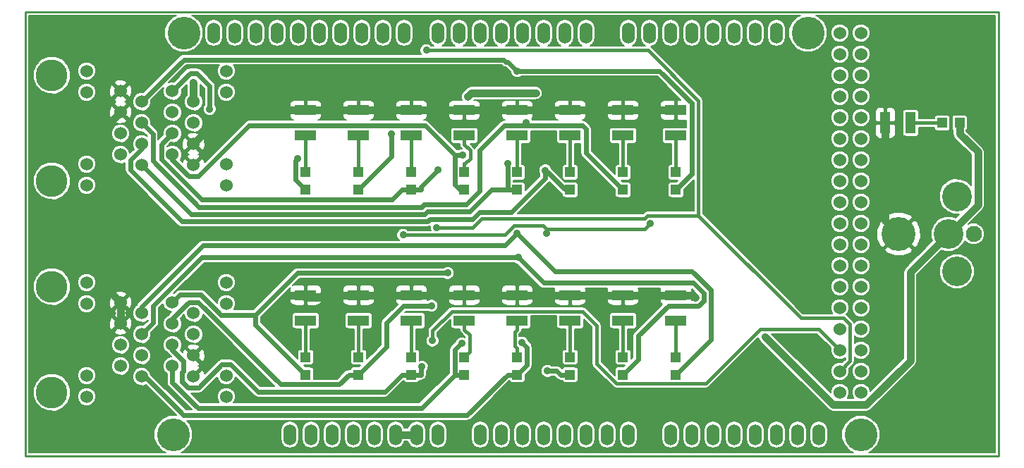
<source format=gtl>
G04 (created by PCBNEW (2013-jul-07)-stable) date Wed 27 Aug 2014 01:35:07 PM EDT*
%MOIN*%
G04 Gerber Fmt 3.4, Leading zero omitted, Abs format*
%FSLAX34Y34*%
G01*
G70*
G90*
G04 APERTURE LIST*
%ADD10C,0.00590551*%
%ADD11C,0.009*%
%ADD12C,0.155*%
%ADD13O,0.06X0.1*%
%ADD14C,0.06*%
%ADD15C,0.076*%
%ADD16C,0.14*%
%ADD17C,0.16*%
%ADD18R,0.05X0.1*%
%ADD19R,0.047X0.047*%
%ADD20C,0.15*%
%ADD21R,0.1X0.05*%
%ADD22C,0.035*%
%ADD23C,0.036*%
%ADD24C,0.016*%
%ADD25C,0.024*%
%ADD26C,0.008*%
G04 APERTURE END LIST*
G54D10*
G54D11*
X89500Y-51500D02*
X43500Y-51500D01*
X43500Y-30500D02*
X89500Y-30500D01*
X43500Y-30500D02*
X43500Y-51500D01*
X89500Y-51500D02*
X89500Y-30500D01*
G54D12*
X50500Y-50500D03*
X51000Y-31500D03*
X83000Y-50500D03*
X80500Y-31500D03*
G54D13*
X56000Y-50500D03*
X57000Y-50500D03*
X58000Y-50500D03*
X59000Y-50500D03*
X60000Y-50500D03*
X61000Y-50500D03*
X62000Y-50500D03*
X63000Y-50500D03*
X65000Y-50500D03*
X66000Y-50500D03*
X67000Y-50500D03*
X68000Y-50500D03*
X69000Y-50500D03*
X70000Y-50500D03*
X71000Y-50500D03*
X72000Y-50500D03*
X74000Y-50500D03*
X75000Y-50500D03*
X76000Y-50500D03*
X77000Y-50500D03*
X78000Y-50500D03*
X79000Y-50500D03*
X80000Y-50500D03*
X81000Y-50500D03*
X52400Y-31500D03*
X53400Y-31500D03*
X54400Y-31500D03*
X55400Y-31500D03*
X56400Y-31500D03*
X57400Y-31500D03*
X58400Y-31500D03*
X59400Y-31500D03*
X60400Y-31500D03*
X61400Y-31500D03*
X63000Y-31500D03*
X70000Y-31500D03*
X69000Y-31500D03*
X68000Y-31500D03*
X67000Y-31500D03*
X66000Y-31500D03*
X65000Y-31500D03*
X64000Y-31500D03*
X72000Y-31500D03*
X73000Y-31500D03*
X74000Y-31500D03*
X75000Y-31500D03*
X76000Y-31500D03*
X77000Y-31500D03*
X78000Y-31500D03*
X79000Y-31500D03*
G54D14*
X82000Y-31500D03*
X83000Y-31500D03*
X82000Y-32500D03*
X83000Y-32500D03*
X82000Y-33500D03*
X83000Y-33500D03*
X82000Y-34500D03*
X83000Y-34500D03*
X82000Y-35500D03*
X83000Y-35500D03*
X82000Y-36500D03*
X83000Y-36500D03*
X82000Y-37500D03*
X83000Y-37500D03*
X82000Y-38500D03*
X83000Y-38500D03*
X82000Y-39500D03*
X83000Y-39500D03*
X82000Y-40500D03*
X83000Y-40500D03*
X82000Y-41500D03*
X83000Y-41500D03*
X82000Y-42500D03*
X83000Y-42500D03*
X82000Y-43500D03*
X83000Y-43500D03*
X82000Y-44500D03*
X83000Y-44500D03*
X82000Y-45500D03*
X83000Y-45500D03*
X82000Y-46500D03*
X83000Y-46500D03*
X82000Y-47500D03*
X83000Y-47500D03*
X82000Y-48500D03*
X83000Y-48500D03*
G54D15*
X88320Y-41000D03*
G54D16*
X87140Y-41000D03*
G54D17*
X84780Y-41000D03*
G54D16*
X87530Y-39230D03*
X87530Y-42770D03*
G54D18*
X84150Y-35750D03*
X85350Y-35750D03*
G54D19*
X56750Y-38085D03*
X56750Y-38915D03*
X56750Y-46835D03*
X56750Y-47665D03*
X59250Y-46835D03*
X59250Y-47665D03*
X61750Y-46835D03*
X61750Y-47665D03*
X64250Y-46835D03*
X64250Y-47665D03*
X66750Y-46835D03*
X66750Y-47665D03*
X69250Y-46835D03*
X69250Y-47665D03*
X71750Y-46835D03*
X71750Y-47665D03*
X74250Y-46835D03*
X74250Y-47665D03*
X61750Y-38085D03*
X61750Y-38915D03*
X64250Y-38085D03*
X64250Y-38915D03*
X66750Y-38085D03*
X66750Y-38915D03*
X69250Y-38085D03*
X69250Y-38915D03*
X59250Y-38085D03*
X59250Y-38915D03*
X74250Y-38085D03*
X74250Y-38915D03*
X86835Y-35750D03*
X87665Y-35750D03*
X71750Y-38085D03*
X71750Y-38915D03*
G54D20*
X44750Y-43500D03*
X44750Y-48500D03*
G54D14*
X46400Y-43300D03*
X46400Y-44300D03*
X46400Y-47700D03*
X46400Y-48700D03*
X48000Y-44250D03*
X48000Y-45250D03*
X48000Y-46250D03*
X48000Y-47250D03*
X49000Y-44750D03*
X49000Y-45750D03*
X49000Y-46750D03*
X49000Y-47750D03*
X50450Y-44250D03*
X50450Y-45250D03*
X51450Y-44750D03*
X51450Y-45750D03*
X50450Y-46250D03*
X51450Y-46750D03*
X50450Y-47250D03*
X51450Y-47750D03*
X53000Y-43300D03*
X53000Y-44300D03*
X53000Y-47700D03*
X53000Y-48700D03*
G54D20*
X44750Y-33500D03*
X44750Y-38500D03*
G54D14*
X46400Y-33300D03*
X46400Y-34300D03*
X46400Y-37700D03*
X46400Y-38700D03*
X48000Y-34250D03*
X48000Y-35250D03*
X48000Y-36250D03*
X48000Y-37250D03*
X49000Y-34750D03*
X49000Y-35750D03*
X49000Y-36750D03*
X49000Y-37750D03*
X50450Y-34250D03*
X50450Y-35250D03*
X51450Y-34750D03*
X51450Y-35750D03*
X50450Y-36250D03*
X51450Y-36750D03*
X50450Y-37250D03*
X51450Y-37750D03*
X53000Y-33300D03*
X53000Y-34300D03*
X53000Y-37700D03*
X53000Y-38700D03*
G54D21*
X71750Y-35150D03*
X71750Y-36350D03*
X74250Y-35150D03*
X74250Y-36350D03*
X66750Y-35150D03*
X66750Y-36350D03*
X69250Y-35150D03*
X69250Y-36350D03*
X61750Y-35150D03*
X61750Y-36350D03*
X64250Y-35150D03*
X64250Y-36350D03*
X56750Y-35150D03*
X56750Y-36350D03*
X59250Y-35150D03*
X59250Y-36350D03*
X71750Y-43900D03*
X71750Y-45100D03*
X74250Y-43900D03*
X74250Y-45100D03*
X66750Y-43900D03*
X66750Y-45100D03*
X69250Y-43900D03*
X69250Y-45100D03*
X61750Y-43900D03*
X61750Y-45100D03*
X64250Y-43900D03*
X64250Y-45100D03*
X56750Y-43900D03*
X56750Y-45100D03*
X59250Y-43900D03*
X59250Y-45100D03*
G54D22*
X67625Y-34336D03*
X64415Y-34502D03*
X62741Y-46051D03*
X66750Y-33295D03*
X67180Y-35728D03*
X68184Y-47485D03*
X66980Y-46140D03*
X64135Y-46175D03*
X62238Y-47289D03*
X62699Y-44400D03*
X63464Y-42851D03*
X68078Y-37996D03*
X66294Y-37662D03*
X64156Y-37281D03*
X62991Y-37978D03*
X60817Y-36289D03*
X56373Y-37424D03*
X52217Y-35101D03*
X66741Y-40974D03*
X66794Y-42114D03*
X68127Y-40959D03*
X61358Y-41048D03*
X73034Y-40514D03*
X62941Y-40693D03*
X62459Y-32319D03*
X78466Y-45867D03*
X51450Y-33829D03*
X55969Y-43900D03*
X75153Y-43993D03*
G54D23*
X64581Y-34336D02*
X67625Y-34336D01*
X64415Y-34502D02*
X64581Y-34336D01*
G54D24*
X81007Y-45507D02*
X82000Y-46500D01*
X78237Y-45507D02*
X81007Y-45507D01*
X75659Y-48084D02*
X78237Y-45507D01*
X71444Y-48084D02*
X75659Y-48084D01*
X70500Y-47140D02*
X71444Y-48084D01*
X70500Y-45330D02*
X70500Y-47140D01*
X69838Y-44669D02*
X70500Y-45330D01*
X63657Y-44669D02*
X69838Y-44669D01*
X62741Y-45586D02*
X63657Y-44669D01*
X62741Y-46051D02*
X62741Y-45586D01*
G54D25*
X74987Y-38177D02*
X74250Y-38915D01*
X74987Y-34817D02*
X74987Y-38177D01*
X73465Y-33295D02*
X74987Y-34817D01*
X66750Y-33295D02*
X73465Y-33295D01*
X66311Y-32856D02*
X66750Y-33295D01*
X66212Y-32856D02*
X66311Y-32856D01*
X66116Y-32759D02*
X66212Y-32856D01*
X50990Y-32759D02*
X66116Y-32759D01*
X49000Y-34750D02*
X50990Y-32759D01*
X67180Y-35879D02*
X67180Y-35728D01*
X69842Y-35879D02*
X67180Y-35879D01*
X69999Y-36036D02*
X69842Y-35879D01*
X69999Y-37164D02*
X69999Y-36036D01*
X71750Y-38915D02*
X69999Y-37164D01*
X49520Y-36270D02*
X49000Y-35750D01*
X49520Y-37551D02*
X49520Y-36270D01*
X51700Y-39732D02*
X49520Y-37551D01*
X62228Y-39732D02*
X51700Y-39732D01*
X62350Y-39610D02*
X62228Y-39732D01*
X64335Y-39610D02*
X62350Y-39610D01*
X64970Y-38976D02*
X64335Y-39610D01*
X64970Y-37041D02*
X64970Y-38976D01*
X66131Y-35879D02*
X64970Y-37041D01*
X67180Y-35879D02*
X66131Y-35879D01*
X68615Y-47485D02*
X68794Y-47665D01*
X68184Y-47485D02*
X68615Y-47485D01*
X69250Y-47665D02*
X68794Y-47665D01*
X64383Y-49576D02*
X66294Y-47665D01*
X50983Y-49576D02*
X64383Y-49576D01*
X49157Y-47750D02*
X50983Y-49576D01*
X49000Y-47750D02*
X49157Y-47750D01*
X66522Y-47665D02*
X66294Y-47665D01*
X66522Y-47665D02*
X66750Y-47665D01*
X67205Y-46365D02*
X66980Y-46140D01*
X67205Y-47209D02*
X67205Y-46365D01*
X66750Y-47665D02*
X67205Y-47209D01*
X64250Y-47665D02*
X63794Y-47665D01*
X62227Y-49232D02*
X63794Y-47665D01*
X51654Y-49232D02*
X62227Y-49232D01*
X50450Y-48027D02*
X51654Y-49232D01*
X50450Y-47250D02*
X50450Y-48027D01*
X64109Y-46175D02*
X64135Y-46175D01*
X63794Y-46489D02*
X64109Y-46175D01*
X63794Y-47665D02*
X63794Y-46489D01*
X61750Y-47665D02*
X62205Y-47665D01*
X62205Y-47322D02*
X62238Y-47289D01*
X62205Y-47665D02*
X62205Y-47322D01*
X61750Y-47665D02*
X61294Y-47665D01*
X50450Y-46500D02*
X50450Y-46250D01*
X50972Y-47022D02*
X50450Y-46500D01*
X50972Y-47491D02*
X50972Y-47022D01*
X50913Y-47551D02*
X50972Y-47491D01*
X50913Y-47994D02*
X50913Y-47551D01*
X51196Y-48277D02*
X50913Y-47994D01*
X51686Y-48277D02*
X51196Y-48277D01*
X52784Y-47179D02*
X51686Y-48277D01*
X53215Y-47179D02*
X52784Y-47179D01*
X54503Y-48467D02*
X53215Y-47179D01*
X60492Y-48467D02*
X54503Y-48467D01*
X61294Y-47665D02*
X60492Y-48467D01*
X61383Y-44400D02*
X62699Y-44400D01*
X60562Y-45221D02*
X61383Y-44400D01*
X60562Y-46352D02*
X60562Y-45221D01*
X59250Y-47665D02*
X60562Y-46352D01*
X58339Y-48120D02*
X58794Y-47665D01*
X55555Y-48120D02*
X58339Y-48120D01*
X51665Y-44229D02*
X55555Y-48120D01*
X51234Y-44229D02*
X51665Y-44229D01*
X50450Y-45014D02*
X51234Y-44229D01*
X50450Y-45250D02*
X50450Y-45014D01*
X59250Y-47665D02*
X58794Y-47665D01*
X54380Y-45295D02*
X54380Y-44827D01*
X56750Y-47665D02*
X54380Y-45295D01*
X56356Y-42851D02*
X63464Y-42851D01*
X54380Y-44827D02*
X56356Y-42851D01*
X50813Y-43886D02*
X50450Y-44250D01*
X51802Y-43886D02*
X50813Y-43886D01*
X52744Y-44827D02*
X51802Y-43886D01*
X54380Y-44827D02*
X52744Y-44827D01*
X69250Y-38915D02*
X69022Y-38915D01*
X68103Y-37996D02*
X68078Y-37996D01*
X69022Y-38915D02*
X68103Y-37996D01*
X49000Y-36985D02*
X49000Y-36750D01*
X48476Y-37509D02*
X49000Y-36985D01*
X48476Y-37988D02*
X48476Y-37509D01*
X50900Y-40412D02*
X48476Y-37988D01*
X62510Y-40412D02*
X50900Y-40412D01*
X62631Y-40291D02*
X62510Y-40412D01*
X64630Y-40291D02*
X62631Y-40291D01*
X64958Y-39963D02*
X64630Y-40291D01*
X66483Y-39963D02*
X64958Y-39963D01*
X68078Y-38367D02*
X66483Y-39963D01*
X68078Y-37996D02*
X68078Y-38367D01*
X66750Y-38915D02*
X66379Y-38915D01*
X66379Y-38915D02*
X66294Y-38915D01*
X66294Y-38915D02*
X66294Y-37662D01*
X51322Y-40072D02*
X49000Y-37750D01*
X62369Y-40072D02*
X51322Y-40072D01*
X62490Y-39950D02*
X62369Y-40072D01*
X64489Y-39950D02*
X62490Y-39950D01*
X65525Y-38915D02*
X64489Y-39950D01*
X66294Y-38915D02*
X65525Y-38915D01*
X64250Y-38915D02*
X64022Y-38915D01*
X63793Y-38685D02*
X64022Y-38915D01*
X63793Y-37281D02*
X63793Y-38685D01*
X62391Y-35879D02*
X63793Y-37281D01*
X54084Y-35879D02*
X62391Y-35879D01*
X51675Y-38289D02*
X54084Y-35879D01*
X51244Y-38289D02*
X51675Y-38289D01*
X50450Y-37495D02*
X51244Y-38289D01*
X50450Y-37250D02*
X50450Y-37495D01*
X63793Y-37281D02*
X64156Y-37281D01*
X62205Y-38764D02*
X62205Y-38915D01*
X62991Y-37978D02*
X62205Y-38764D01*
X61750Y-38915D02*
X62205Y-38915D01*
X60839Y-39370D02*
X61294Y-38915D01*
X51834Y-39370D02*
X60839Y-39370D01*
X49929Y-37465D02*
X51834Y-39370D01*
X49929Y-36770D02*
X49929Y-37465D01*
X50450Y-36250D02*
X49929Y-36770D01*
X61750Y-38915D02*
X61294Y-38915D01*
X60817Y-37347D02*
X60817Y-36289D01*
X59250Y-38915D02*
X60817Y-37347D01*
X56270Y-37527D02*
X56373Y-37424D01*
X56270Y-38435D02*
X56270Y-37527D01*
X56750Y-38915D02*
X56270Y-38435D01*
X52217Y-34019D02*
X52217Y-35101D01*
X51604Y-33406D02*
X52217Y-34019D01*
X51293Y-33406D02*
X51604Y-33406D01*
X50450Y-34250D02*
X51293Y-33406D01*
X66159Y-41555D02*
X66741Y-40974D01*
X51888Y-41555D02*
X66159Y-41555D01*
X49000Y-44444D02*
X51888Y-41555D01*
X49000Y-44750D02*
X49000Y-44444D01*
X68525Y-42758D02*
X66741Y-40974D01*
X74998Y-42758D02*
X68525Y-42758D01*
X75893Y-43654D02*
X74998Y-42758D01*
X75893Y-46021D02*
X75893Y-43654D01*
X74250Y-47665D02*
X75893Y-46021D01*
X51846Y-42114D02*
X66794Y-42114D01*
X49548Y-44412D02*
X51846Y-42114D01*
X49548Y-45201D02*
X49548Y-44412D01*
X49000Y-45750D02*
X49548Y-45201D01*
X68002Y-43322D02*
X66794Y-42114D01*
X75060Y-43322D02*
X68002Y-43322D01*
X75553Y-43815D02*
X75060Y-43322D01*
X75553Y-44158D02*
X75553Y-43815D01*
X75319Y-44393D02*
X75553Y-44158D01*
X73890Y-44393D02*
X75319Y-44393D01*
X72470Y-45813D02*
X73890Y-44393D01*
X72470Y-46944D02*
X72470Y-45813D01*
X71750Y-47665D02*
X72470Y-46944D01*
G54D24*
X72770Y-40779D02*
X73034Y-40514D01*
X68127Y-40779D02*
X72770Y-40779D01*
X68127Y-40959D02*
X68127Y-40779D01*
X66164Y-41048D02*
X61358Y-41048D01*
X66601Y-40611D02*
X66164Y-41048D01*
X67959Y-40611D02*
X66601Y-40611D01*
X68127Y-40779D02*
X67959Y-40611D01*
X75310Y-34698D02*
X75310Y-40137D01*
X72931Y-32319D02*
X75310Y-34698D01*
X62459Y-32319D02*
X72931Y-32319D01*
X80153Y-44980D02*
X75310Y-40137D01*
X82178Y-44980D02*
X80153Y-44980D01*
X82480Y-45281D02*
X82178Y-44980D01*
X82480Y-47019D02*
X82480Y-45281D01*
X82000Y-47500D02*
X82480Y-47019D01*
X64652Y-40693D02*
X62941Y-40693D01*
X65082Y-40263D02*
X64652Y-40693D01*
X72783Y-40263D02*
X65082Y-40263D01*
X72910Y-40137D02*
X72783Y-40263D01*
X75310Y-40137D02*
X72910Y-40137D01*
G54D23*
X87665Y-35750D02*
X87665Y-36265D01*
X62000Y-50500D02*
X61000Y-50500D01*
X87160Y-41000D02*
X87140Y-41000D01*
X88520Y-39639D02*
X87160Y-41000D01*
X88520Y-37120D02*
X88520Y-39639D01*
X87665Y-36265D02*
X88520Y-37120D01*
X85322Y-42817D02*
X87140Y-41000D01*
X85322Y-47009D02*
X85322Y-42817D01*
X83245Y-49085D02*
X85322Y-47009D01*
X81685Y-49085D02*
X83245Y-49085D01*
X78466Y-45867D02*
X81685Y-49085D01*
X51450Y-34750D02*
X51450Y-33829D01*
G54D24*
X66750Y-38085D02*
X66750Y-36780D01*
X66750Y-36350D02*
X66750Y-36780D01*
X69250Y-38085D02*
X69250Y-36350D01*
X74250Y-38085D02*
X74250Y-36350D01*
X71750Y-38085D02*
X71750Y-36350D01*
X61750Y-38085D02*
X61750Y-36350D01*
X64521Y-37052D02*
X64250Y-36780D01*
X64521Y-37432D02*
X64521Y-37052D01*
X64284Y-37669D02*
X64521Y-37432D01*
X64250Y-37669D02*
X64284Y-37669D01*
X64250Y-38085D02*
X64250Y-37669D01*
X64250Y-36350D02*
X64250Y-36780D01*
X59250Y-37669D02*
X59250Y-36780D01*
X59250Y-38085D02*
X59250Y-37669D01*
X59250Y-36350D02*
X59250Y-36780D01*
X56750Y-38085D02*
X56750Y-36350D01*
X61750Y-46835D02*
X61750Y-45100D01*
X64497Y-45777D02*
X64250Y-45530D01*
X64497Y-46587D02*
X64497Y-45777D01*
X64250Y-46835D02*
X64497Y-46587D01*
X64250Y-45100D02*
X64250Y-45530D01*
X56750Y-46835D02*
X56750Y-45100D01*
X59250Y-46835D02*
X59250Y-45100D01*
X69250Y-46835D02*
X69250Y-45100D01*
X74250Y-46835D02*
X74250Y-45100D01*
X71750Y-46835D02*
X71750Y-45100D01*
X66624Y-46294D02*
X66750Y-46419D01*
X66624Y-45655D02*
X66624Y-46294D01*
X66750Y-45530D02*
X66624Y-45655D01*
X66750Y-45100D02*
X66750Y-45530D01*
X66750Y-46835D02*
X66750Y-46419D01*
X86835Y-35750D02*
X85350Y-35750D01*
G54D23*
X64250Y-43900D02*
X66750Y-43900D01*
X69250Y-35150D02*
X71750Y-35150D01*
X74250Y-35150D02*
X71750Y-35150D01*
X84150Y-40370D02*
X84780Y-41000D01*
X84150Y-35750D02*
X84150Y-40370D01*
X61750Y-35150D02*
X62530Y-35150D01*
X71750Y-43900D02*
X70969Y-43900D01*
X66750Y-43900D02*
X69250Y-43900D01*
X69250Y-43900D02*
X70969Y-43900D01*
X48000Y-44250D02*
X48000Y-45250D01*
X47394Y-43644D02*
X48000Y-44250D01*
X47394Y-35855D02*
X47394Y-43644D01*
X48000Y-35250D02*
X47394Y-35855D01*
X61750Y-35150D02*
X59250Y-35150D01*
X59250Y-35150D02*
X56750Y-35150D01*
X53050Y-35150D02*
X55969Y-35150D01*
X51450Y-36750D02*
X53050Y-35150D01*
X56750Y-35150D02*
X55969Y-35150D01*
X64250Y-43900D02*
X63469Y-43900D01*
X59250Y-43900D02*
X61750Y-43900D01*
X66750Y-35150D02*
X65969Y-35150D01*
X62530Y-35150D02*
X64250Y-35150D01*
X64250Y-35150D02*
X65969Y-35150D01*
X68469Y-35150D02*
X67530Y-35150D01*
X69250Y-35150D02*
X68469Y-35150D01*
X66750Y-35150D02*
X67530Y-35150D01*
X63469Y-43900D02*
X61750Y-43900D01*
X56750Y-43900D02*
X56750Y-44000D01*
X58369Y-44000D02*
X58469Y-43900D01*
X56750Y-44000D02*
X58369Y-44000D01*
X59250Y-43900D02*
X58469Y-43900D01*
X56750Y-43900D02*
X55969Y-43900D01*
X71750Y-43900D02*
X74250Y-43900D01*
X75123Y-43993D02*
X75153Y-43993D01*
X75030Y-43900D02*
X75123Y-43993D01*
X74250Y-43900D02*
X75030Y-43900D01*
G54D10*
G36*
X75293Y-44051D02*
X75211Y-44133D01*
X74990Y-44133D01*
X74990Y-44020D01*
X74930Y-43960D01*
X74310Y-43960D01*
X74310Y-43967D01*
X74190Y-43967D01*
X74190Y-43960D01*
X73570Y-43960D01*
X73510Y-44020D01*
X73509Y-44197D01*
X73546Y-44285D01*
X73588Y-44327D01*
X72490Y-45426D01*
X72490Y-44197D01*
X72490Y-44020D01*
X72430Y-43960D01*
X71810Y-43960D01*
X71810Y-44330D01*
X71870Y-44390D01*
X72202Y-44390D01*
X72297Y-44389D01*
X72386Y-44353D01*
X72453Y-44285D01*
X72490Y-44197D01*
X72490Y-45426D01*
X72286Y-45629D01*
X72229Y-45714D01*
X72210Y-45813D01*
X72210Y-46837D01*
X72125Y-46922D01*
X72125Y-46572D01*
X72103Y-46520D01*
X72064Y-46481D01*
X72012Y-46460D01*
X71970Y-46459D01*
X71970Y-45490D01*
X72277Y-45490D01*
X72329Y-45468D01*
X72368Y-45429D01*
X72389Y-45377D01*
X72390Y-45322D01*
X72390Y-44822D01*
X72368Y-44770D01*
X72329Y-44731D01*
X72277Y-44710D01*
X72222Y-44709D01*
X71690Y-44709D01*
X71690Y-44330D01*
X71690Y-43960D01*
X71070Y-43960D01*
X71010Y-44020D01*
X71009Y-44197D01*
X71046Y-44285D01*
X71113Y-44353D01*
X71202Y-44389D01*
X71297Y-44390D01*
X71630Y-44390D01*
X71690Y-44330D01*
X71690Y-44709D01*
X71222Y-44709D01*
X71170Y-44731D01*
X71131Y-44770D01*
X71110Y-44822D01*
X71109Y-44877D01*
X71109Y-45377D01*
X71131Y-45429D01*
X71170Y-45468D01*
X71222Y-45489D01*
X71277Y-45490D01*
X71530Y-45490D01*
X71530Y-46459D01*
X71487Y-46459D01*
X71435Y-46481D01*
X71396Y-46520D01*
X71375Y-46572D01*
X71374Y-46627D01*
X71374Y-47097D01*
X71396Y-47149D01*
X71435Y-47188D01*
X71487Y-47209D01*
X71542Y-47210D01*
X71837Y-47210D01*
X71757Y-47289D01*
X71487Y-47289D01*
X71435Y-47311D01*
X71396Y-47350D01*
X71375Y-47402D01*
X71374Y-47457D01*
X71374Y-47703D01*
X70720Y-47048D01*
X70720Y-45330D01*
X70703Y-45246D01*
X70655Y-45175D01*
X70655Y-45175D01*
X69994Y-44514D01*
X69990Y-44511D01*
X69990Y-44197D01*
X69990Y-44020D01*
X69930Y-43960D01*
X69310Y-43960D01*
X69310Y-44330D01*
X69370Y-44390D01*
X69702Y-44390D01*
X69797Y-44389D01*
X69886Y-44353D01*
X69953Y-44285D01*
X69990Y-44197D01*
X69990Y-44511D01*
X69923Y-44466D01*
X69838Y-44449D01*
X69190Y-44449D01*
X69190Y-44330D01*
X69190Y-43960D01*
X68570Y-43960D01*
X68510Y-44020D01*
X68509Y-44197D01*
X68546Y-44285D01*
X68613Y-44353D01*
X68702Y-44389D01*
X68797Y-44390D01*
X69130Y-44390D01*
X69190Y-44330D01*
X69190Y-44449D01*
X67490Y-44449D01*
X67490Y-44197D01*
X67490Y-43602D01*
X67453Y-43514D01*
X67386Y-43446D01*
X67297Y-43410D01*
X67202Y-43409D01*
X66870Y-43410D01*
X66810Y-43470D01*
X66810Y-43840D01*
X67430Y-43840D01*
X67490Y-43780D01*
X67490Y-43602D01*
X67490Y-44197D01*
X67490Y-44020D01*
X67430Y-43960D01*
X66810Y-43960D01*
X66810Y-44330D01*
X66870Y-44390D01*
X67202Y-44390D01*
X67297Y-44389D01*
X67386Y-44353D01*
X67453Y-44285D01*
X67490Y-44197D01*
X67490Y-44449D01*
X66690Y-44449D01*
X66690Y-44330D01*
X66690Y-43960D01*
X66690Y-43840D01*
X66690Y-43470D01*
X66630Y-43410D01*
X66297Y-43409D01*
X66202Y-43410D01*
X66113Y-43446D01*
X66046Y-43514D01*
X66009Y-43602D01*
X66010Y-43780D01*
X66070Y-43840D01*
X66690Y-43840D01*
X66690Y-43960D01*
X66070Y-43960D01*
X66010Y-44020D01*
X66009Y-44197D01*
X66046Y-44285D01*
X66113Y-44353D01*
X66202Y-44389D01*
X66297Y-44390D01*
X66630Y-44390D01*
X66690Y-44330D01*
X66690Y-44449D01*
X64990Y-44449D01*
X64990Y-44197D01*
X64990Y-43602D01*
X64953Y-43514D01*
X64886Y-43446D01*
X64797Y-43410D01*
X64702Y-43409D01*
X64370Y-43410D01*
X64310Y-43470D01*
X64310Y-43840D01*
X64930Y-43840D01*
X64990Y-43780D01*
X64990Y-43602D01*
X64990Y-44197D01*
X64990Y-44020D01*
X64930Y-43960D01*
X64310Y-43960D01*
X64310Y-44330D01*
X64370Y-44390D01*
X64702Y-44390D01*
X64797Y-44389D01*
X64886Y-44353D01*
X64953Y-44285D01*
X64990Y-44197D01*
X64990Y-44449D01*
X64190Y-44449D01*
X64190Y-44330D01*
X64190Y-43960D01*
X64190Y-43840D01*
X64190Y-43470D01*
X64130Y-43410D01*
X63797Y-43409D01*
X63702Y-43410D01*
X63613Y-43446D01*
X63546Y-43514D01*
X63509Y-43602D01*
X63510Y-43780D01*
X63570Y-43840D01*
X64190Y-43840D01*
X64190Y-43960D01*
X63570Y-43960D01*
X63510Y-44020D01*
X63509Y-44197D01*
X63546Y-44285D01*
X63613Y-44353D01*
X63702Y-44389D01*
X63797Y-44390D01*
X64130Y-44390D01*
X64190Y-44330D01*
X64190Y-44449D01*
X63657Y-44449D01*
X63573Y-44466D01*
X63501Y-44514D01*
X62585Y-45430D01*
X62538Y-45501D01*
X62521Y-45586D01*
X62521Y-45826D01*
X62474Y-45872D01*
X62426Y-45988D01*
X62426Y-46114D01*
X62474Y-46229D01*
X62562Y-46318D01*
X62678Y-46366D01*
X62803Y-46366D01*
X62919Y-46318D01*
X63008Y-46230D01*
X63056Y-46114D01*
X63056Y-45989D01*
X63008Y-45873D01*
X62961Y-45826D01*
X62961Y-45677D01*
X63609Y-45028D01*
X63609Y-45377D01*
X63631Y-45429D01*
X63670Y-45468D01*
X63722Y-45489D01*
X63777Y-45490D01*
X64030Y-45490D01*
X64030Y-45530D01*
X64046Y-45614D01*
X64094Y-45685D01*
X64277Y-45868D01*
X64277Y-45892D01*
X64198Y-45860D01*
X64072Y-45859D01*
X63957Y-45907D01*
X63868Y-45996D01*
X63831Y-46085D01*
X63611Y-46305D01*
X63554Y-46390D01*
X63534Y-46489D01*
X63534Y-47557D01*
X62119Y-48972D01*
X53350Y-48972D01*
X53372Y-48949D01*
X53439Y-48787D01*
X53440Y-48612D01*
X53373Y-48451D01*
X53249Y-48327D01*
X53087Y-48260D01*
X52912Y-48259D01*
X52751Y-48326D01*
X52627Y-48450D01*
X52560Y-48612D01*
X52559Y-48787D01*
X52626Y-48948D01*
X52650Y-48972D01*
X51762Y-48972D01*
X51327Y-48537D01*
X51686Y-48537D01*
X51786Y-48517D01*
X51870Y-48461D01*
X52559Y-47772D01*
X52559Y-47787D01*
X52626Y-47948D01*
X52750Y-48072D01*
X52912Y-48139D01*
X53087Y-48140D01*
X53248Y-48073D01*
X53372Y-47949D01*
X53439Y-47787D01*
X53439Y-47772D01*
X54319Y-48651D01*
X54319Y-48651D01*
X54375Y-48689D01*
X54403Y-48707D01*
X54403Y-48707D01*
X54503Y-48727D01*
X54503Y-48727D01*
X60492Y-48727D01*
X60591Y-48707D01*
X60676Y-48651D01*
X61382Y-47945D01*
X61396Y-47979D01*
X61435Y-48018D01*
X61487Y-48039D01*
X61542Y-48040D01*
X62012Y-48040D01*
X62064Y-48018D01*
X62103Y-47979D01*
X62124Y-47927D01*
X62124Y-47925D01*
X62205Y-47925D01*
X62304Y-47905D01*
X62388Y-47848D01*
X62445Y-47764D01*
X62465Y-47665D01*
X62465Y-47507D01*
X62504Y-47468D01*
X62552Y-47352D01*
X62553Y-47227D01*
X62505Y-47111D01*
X62416Y-47022D01*
X62300Y-46974D01*
X62175Y-46974D01*
X62125Y-46995D01*
X62125Y-46572D01*
X62103Y-46520D01*
X62064Y-46481D01*
X62012Y-46460D01*
X61970Y-46459D01*
X61970Y-45490D01*
X62277Y-45490D01*
X62329Y-45468D01*
X62368Y-45429D01*
X62389Y-45377D01*
X62390Y-45322D01*
X62390Y-44822D01*
X62368Y-44770D01*
X62329Y-44731D01*
X62277Y-44710D01*
X62222Y-44709D01*
X61441Y-44709D01*
X61490Y-44660D01*
X62513Y-44660D01*
X62520Y-44667D01*
X62636Y-44715D01*
X62761Y-44715D01*
X62877Y-44667D01*
X62966Y-44579D01*
X63014Y-44463D01*
X63014Y-44338D01*
X62966Y-44222D01*
X62877Y-44133D01*
X62762Y-44085D01*
X62636Y-44085D01*
X62521Y-44133D01*
X62513Y-44140D01*
X62490Y-44140D01*
X62490Y-43602D01*
X62453Y-43514D01*
X62386Y-43446D01*
X62297Y-43410D01*
X62202Y-43409D01*
X61870Y-43410D01*
X61810Y-43470D01*
X61810Y-43840D01*
X62430Y-43840D01*
X62490Y-43780D01*
X62490Y-43602D01*
X62490Y-44140D01*
X62490Y-44140D01*
X62490Y-44020D01*
X62430Y-43960D01*
X61810Y-43960D01*
X61810Y-43967D01*
X61690Y-43967D01*
X61690Y-43960D01*
X61690Y-43840D01*
X61690Y-43470D01*
X61630Y-43410D01*
X61297Y-43409D01*
X61202Y-43410D01*
X61113Y-43446D01*
X61046Y-43514D01*
X61009Y-43602D01*
X61010Y-43780D01*
X61070Y-43840D01*
X61690Y-43840D01*
X61690Y-43960D01*
X61070Y-43960D01*
X61010Y-44020D01*
X61009Y-44197D01*
X61046Y-44285D01*
X61088Y-44327D01*
X60378Y-45037D01*
X60321Y-45122D01*
X60302Y-45221D01*
X60302Y-46245D01*
X59990Y-46557D01*
X59990Y-44197D01*
X59990Y-43602D01*
X59953Y-43514D01*
X59886Y-43446D01*
X59797Y-43410D01*
X59702Y-43409D01*
X59370Y-43410D01*
X59310Y-43470D01*
X59310Y-43840D01*
X59930Y-43840D01*
X59990Y-43780D01*
X59990Y-43602D01*
X59990Y-44197D01*
X59990Y-44020D01*
X59930Y-43960D01*
X59310Y-43960D01*
X59310Y-44330D01*
X59370Y-44390D01*
X59702Y-44390D01*
X59797Y-44389D01*
X59886Y-44353D01*
X59953Y-44285D01*
X59990Y-44197D01*
X59990Y-46557D01*
X59625Y-46922D01*
X59625Y-46572D01*
X59603Y-46520D01*
X59564Y-46481D01*
X59512Y-46460D01*
X59470Y-46459D01*
X59470Y-45490D01*
X59777Y-45490D01*
X59829Y-45468D01*
X59868Y-45429D01*
X59889Y-45377D01*
X59890Y-45322D01*
X59890Y-44822D01*
X59868Y-44770D01*
X59829Y-44731D01*
X59777Y-44710D01*
X59722Y-44709D01*
X59190Y-44709D01*
X59190Y-44330D01*
X59190Y-43960D01*
X59190Y-43840D01*
X59190Y-43470D01*
X59130Y-43410D01*
X58797Y-43409D01*
X58702Y-43410D01*
X58613Y-43446D01*
X58546Y-43514D01*
X58509Y-43602D01*
X58510Y-43780D01*
X58570Y-43840D01*
X59190Y-43840D01*
X59190Y-43960D01*
X58570Y-43960D01*
X58510Y-44020D01*
X58509Y-44197D01*
X58546Y-44285D01*
X58613Y-44353D01*
X58702Y-44389D01*
X58797Y-44390D01*
X59130Y-44390D01*
X59190Y-44330D01*
X59190Y-44709D01*
X58722Y-44709D01*
X58670Y-44731D01*
X58631Y-44770D01*
X58610Y-44822D01*
X58609Y-44877D01*
X58609Y-45377D01*
X58631Y-45429D01*
X58670Y-45468D01*
X58722Y-45489D01*
X58777Y-45490D01*
X59030Y-45490D01*
X59030Y-46459D01*
X58987Y-46459D01*
X58935Y-46481D01*
X58896Y-46520D01*
X58875Y-46572D01*
X58874Y-46627D01*
X58874Y-47097D01*
X58896Y-47149D01*
X58935Y-47188D01*
X58987Y-47209D01*
X59042Y-47210D01*
X59337Y-47210D01*
X59257Y-47289D01*
X58987Y-47289D01*
X58935Y-47311D01*
X58896Y-47350D01*
X58875Y-47402D01*
X58875Y-47405D01*
X58794Y-47405D01*
X58695Y-47424D01*
X58667Y-47443D01*
X58611Y-47481D01*
X58232Y-47860D01*
X57490Y-47860D01*
X57490Y-44197D01*
X57490Y-43602D01*
X57453Y-43514D01*
X57386Y-43446D01*
X57297Y-43410D01*
X57202Y-43409D01*
X56870Y-43410D01*
X56810Y-43470D01*
X56810Y-43840D01*
X57430Y-43840D01*
X57490Y-43780D01*
X57490Y-43602D01*
X57490Y-44197D01*
X57490Y-44020D01*
X57430Y-43960D01*
X56810Y-43960D01*
X56810Y-44330D01*
X56870Y-44390D01*
X57202Y-44390D01*
X57297Y-44389D01*
X57386Y-44353D01*
X57453Y-44285D01*
X57490Y-44197D01*
X57490Y-47860D01*
X57125Y-47860D01*
X57125Y-47402D01*
X57103Y-47350D01*
X57064Y-47311D01*
X57012Y-47290D01*
X56957Y-47289D01*
X56742Y-47289D01*
X56662Y-47210D01*
X57012Y-47210D01*
X57064Y-47188D01*
X57103Y-47149D01*
X57124Y-47097D01*
X57125Y-47042D01*
X57125Y-46572D01*
X57103Y-46520D01*
X57064Y-46481D01*
X57012Y-46460D01*
X56970Y-46459D01*
X56970Y-45490D01*
X57277Y-45490D01*
X57329Y-45468D01*
X57368Y-45429D01*
X57389Y-45377D01*
X57390Y-45322D01*
X57390Y-44822D01*
X57368Y-44770D01*
X57329Y-44731D01*
X57277Y-44710D01*
X57222Y-44709D01*
X56690Y-44709D01*
X56690Y-44330D01*
X56690Y-43960D01*
X56070Y-43960D01*
X56010Y-44020D01*
X56009Y-44197D01*
X56046Y-44285D01*
X56113Y-44353D01*
X56202Y-44389D01*
X56297Y-44390D01*
X56630Y-44390D01*
X56690Y-44330D01*
X56690Y-44709D01*
X56222Y-44709D01*
X56170Y-44731D01*
X56131Y-44770D01*
X56110Y-44822D01*
X56109Y-44877D01*
X56109Y-45377D01*
X56131Y-45429D01*
X56170Y-45468D01*
X56222Y-45489D01*
X56277Y-45490D01*
X56530Y-45490D01*
X56530Y-46459D01*
X56487Y-46459D01*
X56435Y-46481D01*
X56396Y-46520D01*
X56375Y-46572D01*
X56374Y-46627D01*
X56374Y-46922D01*
X54640Y-45187D01*
X54640Y-44935D01*
X56035Y-43540D01*
X56009Y-43602D01*
X56010Y-43780D01*
X56070Y-43840D01*
X56690Y-43840D01*
X56690Y-43470D01*
X56630Y-43410D01*
X56297Y-43409D01*
X56202Y-43410D01*
X56140Y-43435D01*
X56464Y-43111D01*
X63278Y-43111D01*
X63285Y-43118D01*
X63401Y-43166D01*
X63526Y-43166D01*
X63642Y-43118D01*
X63731Y-43030D01*
X63779Y-42914D01*
X63779Y-42789D01*
X63731Y-42673D01*
X63643Y-42584D01*
X63527Y-42536D01*
X63401Y-42536D01*
X63286Y-42584D01*
X63278Y-42591D01*
X56356Y-42591D01*
X56257Y-42611D01*
X56229Y-42629D01*
X56172Y-42667D01*
X54272Y-44567D01*
X53354Y-44567D01*
X53372Y-44549D01*
X53439Y-44387D01*
X53440Y-44212D01*
X53440Y-43212D01*
X53373Y-43051D01*
X53249Y-42927D01*
X53087Y-42860D01*
X52912Y-42859D01*
X52751Y-42926D01*
X52627Y-43050D01*
X52560Y-43212D01*
X52559Y-43387D01*
X52626Y-43548D01*
X52750Y-43672D01*
X52912Y-43739D01*
X53087Y-43740D01*
X53248Y-43673D01*
X53372Y-43549D01*
X53439Y-43387D01*
X53440Y-43212D01*
X53440Y-44212D01*
X53373Y-44051D01*
X53249Y-43927D01*
X53087Y-43860D01*
X52912Y-43859D01*
X52751Y-43926D01*
X52627Y-44050D01*
X52560Y-44212D01*
X52560Y-44275D01*
X51986Y-43702D01*
X51902Y-43646D01*
X51802Y-43626D01*
X50813Y-43626D01*
X50714Y-43646D01*
X50686Y-43664D01*
X50629Y-43702D01*
X50522Y-43810D01*
X50519Y-43810D01*
X51954Y-42374D01*
X66608Y-42374D01*
X66615Y-42381D01*
X66731Y-42429D01*
X66741Y-42429D01*
X67818Y-43506D01*
X67818Y-43506D01*
X67874Y-43543D01*
X67902Y-43562D01*
X67902Y-43562D01*
X68002Y-43582D01*
X68518Y-43582D01*
X68509Y-43602D01*
X68510Y-43780D01*
X68570Y-43840D01*
X69190Y-43840D01*
X69190Y-43832D01*
X69310Y-43832D01*
X69310Y-43840D01*
X69930Y-43840D01*
X69990Y-43780D01*
X69990Y-43602D01*
X69981Y-43582D01*
X71018Y-43582D01*
X71009Y-43602D01*
X71010Y-43780D01*
X71070Y-43840D01*
X71690Y-43840D01*
X71690Y-43832D01*
X71810Y-43832D01*
X71810Y-43840D01*
X72430Y-43840D01*
X72490Y-43780D01*
X72490Y-43602D01*
X72481Y-43582D01*
X73518Y-43582D01*
X73509Y-43602D01*
X73510Y-43780D01*
X73570Y-43840D01*
X74190Y-43840D01*
X74190Y-43832D01*
X74310Y-43832D01*
X74310Y-43840D01*
X74930Y-43840D01*
X74990Y-43780D01*
X74990Y-43619D01*
X75293Y-43923D01*
X75293Y-44051D01*
X75293Y-44051D01*
G37*
G54D26*
X75293Y-44051D02*
X75211Y-44133D01*
X74990Y-44133D01*
X74990Y-44020D01*
X74930Y-43960D01*
X74310Y-43960D01*
X74310Y-43967D01*
X74190Y-43967D01*
X74190Y-43960D01*
X73570Y-43960D01*
X73510Y-44020D01*
X73509Y-44197D01*
X73546Y-44285D01*
X73588Y-44327D01*
X72490Y-45426D01*
X72490Y-44197D01*
X72490Y-44020D01*
X72430Y-43960D01*
X71810Y-43960D01*
X71810Y-44330D01*
X71870Y-44390D01*
X72202Y-44390D01*
X72297Y-44389D01*
X72386Y-44353D01*
X72453Y-44285D01*
X72490Y-44197D01*
X72490Y-45426D01*
X72286Y-45629D01*
X72229Y-45714D01*
X72210Y-45813D01*
X72210Y-46837D01*
X72125Y-46922D01*
X72125Y-46572D01*
X72103Y-46520D01*
X72064Y-46481D01*
X72012Y-46460D01*
X71970Y-46459D01*
X71970Y-45490D01*
X72277Y-45490D01*
X72329Y-45468D01*
X72368Y-45429D01*
X72389Y-45377D01*
X72390Y-45322D01*
X72390Y-44822D01*
X72368Y-44770D01*
X72329Y-44731D01*
X72277Y-44710D01*
X72222Y-44709D01*
X71690Y-44709D01*
X71690Y-44330D01*
X71690Y-43960D01*
X71070Y-43960D01*
X71010Y-44020D01*
X71009Y-44197D01*
X71046Y-44285D01*
X71113Y-44353D01*
X71202Y-44389D01*
X71297Y-44390D01*
X71630Y-44390D01*
X71690Y-44330D01*
X71690Y-44709D01*
X71222Y-44709D01*
X71170Y-44731D01*
X71131Y-44770D01*
X71110Y-44822D01*
X71109Y-44877D01*
X71109Y-45377D01*
X71131Y-45429D01*
X71170Y-45468D01*
X71222Y-45489D01*
X71277Y-45490D01*
X71530Y-45490D01*
X71530Y-46459D01*
X71487Y-46459D01*
X71435Y-46481D01*
X71396Y-46520D01*
X71375Y-46572D01*
X71374Y-46627D01*
X71374Y-47097D01*
X71396Y-47149D01*
X71435Y-47188D01*
X71487Y-47209D01*
X71542Y-47210D01*
X71837Y-47210D01*
X71757Y-47289D01*
X71487Y-47289D01*
X71435Y-47311D01*
X71396Y-47350D01*
X71375Y-47402D01*
X71374Y-47457D01*
X71374Y-47703D01*
X70720Y-47048D01*
X70720Y-45330D01*
X70703Y-45246D01*
X70655Y-45175D01*
X70655Y-45175D01*
X69994Y-44514D01*
X69990Y-44511D01*
X69990Y-44197D01*
X69990Y-44020D01*
X69930Y-43960D01*
X69310Y-43960D01*
X69310Y-44330D01*
X69370Y-44390D01*
X69702Y-44390D01*
X69797Y-44389D01*
X69886Y-44353D01*
X69953Y-44285D01*
X69990Y-44197D01*
X69990Y-44511D01*
X69923Y-44466D01*
X69838Y-44449D01*
X69190Y-44449D01*
X69190Y-44330D01*
X69190Y-43960D01*
X68570Y-43960D01*
X68510Y-44020D01*
X68509Y-44197D01*
X68546Y-44285D01*
X68613Y-44353D01*
X68702Y-44389D01*
X68797Y-44390D01*
X69130Y-44390D01*
X69190Y-44330D01*
X69190Y-44449D01*
X67490Y-44449D01*
X67490Y-44197D01*
X67490Y-43602D01*
X67453Y-43514D01*
X67386Y-43446D01*
X67297Y-43410D01*
X67202Y-43409D01*
X66870Y-43410D01*
X66810Y-43470D01*
X66810Y-43840D01*
X67430Y-43840D01*
X67490Y-43780D01*
X67490Y-43602D01*
X67490Y-44197D01*
X67490Y-44020D01*
X67430Y-43960D01*
X66810Y-43960D01*
X66810Y-44330D01*
X66870Y-44390D01*
X67202Y-44390D01*
X67297Y-44389D01*
X67386Y-44353D01*
X67453Y-44285D01*
X67490Y-44197D01*
X67490Y-44449D01*
X66690Y-44449D01*
X66690Y-44330D01*
X66690Y-43960D01*
X66690Y-43840D01*
X66690Y-43470D01*
X66630Y-43410D01*
X66297Y-43409D01*
X66202Y-43410D01*
X66113Y-43446D01*
X66046Y-43514D01*
X66009Y-43602D01*
X66010Y-43780D01*
X66070Y-43840D01*
X66690Y-43840D01*
X66690Y-43960D01*
X66070Y-43960D01*
X66010Y-44020D01*
X66009Y-44197D01*
X66046Y-44285D01*
X66113Y-44353D01*
X66202Y-44389D01*
X66297Y-44390D01*
X66630Y-44390D01*
X66690Y-44330D01*
X66690Y-44449D01*
X64990Y-44449D01*
X64990Y-44197D01*
X64990Y-43602D01*
X64953Y-43514D01*
X64886Y-43446D01*
X64797Y-43410D01*
X64702Y-43409D01*
X64370Y-43410D01*
X64310Y-43470D01*
X64310Y-43840D01*
X64930Y-43840D01*
X64990Y-43780D01*
X64990Y-43602D01*
X64990Y-44197D01*
X64990Y-44020D01*
X64930Y-43960D01*
X64310Y-43960D01*
X64310Y-44330D01*
X64370Y-44390D01*
X64702Y-44390D01*
X64797Y-44389D01*
X64886Y-44353D01*
X64953Y-44285D01*
X64990Y-44197D01*
X64990Y-44449D01*
X64190Y-44449D01*
X64190Y-44330D01*
X64190Y-43960D01*
X64190Y-43840D01*
X64190Y-43470D01*
X64130Y-43410D01*
X63797Y-43409D01*
X63702Y-43410D01*
X63613Y-43446D01*
X63546Y-43514D01*
X63509Y-43602D01*
X63510Y-43780D01*
X63570Y-43840D01*
X64190Y-43840D01*
X64190Y-43960D01*
X63570Y-43960D01*
X63510Y-44020D01*
X63509Y-44197D01*
X63546Y-44285D01*
X63613Y-44353D01*
X63702Y-44389D01*
X63797Y-44390D01*
X64130Y-44390D01*
X64190Y-44330D01*
X64190Y-44449D01*
X63657Y-44449D01*
X63573Y-44466D01*
X63501Y-44514D01*
X62585Y-45430D01*
X62538Y-45501D01*
X62521Y-45586D01*
X62521Y-45826D01*
X62474Y-45872D01*
X62426Y-45988D01*
X62426Y-46114D01*
X62474Y-46229D01*
X62562Y-46318D01*
X62678Y-46366D01*
X62803Y-46366D01*
X62919Y-46318D01*
X63008Y-46230D01*
X63056Y-46114D01*
X63056Y-45989D01*
X63008Y-45873D01*
X62961Y-45826D01*
X62961Y-45677D01*
X63609Y-45028D01*
X63609Y-45377D01*
X63631Y-45429D01*
X63670Y-45468D01*
X63722Y-45489D01*
X63777Y-45490D01*
X64030Y-45490D01*
X64030Y-45530D01*
X64046Y-45614D01*
X64094Y-45685D01*
X64277Y-45868D01*
X64277Y-45892D01*
X64198Y-45860D01*
X64072Y-45859D01*
X63957Y-45907D01*
X63868Y-45996D01*
X63831Y-46085D01*
X63611Y-46305D01*
X63554Y-46390D01*
X63534Y-46489D01*
X63534Y-47557D01*
X62119Y-48972D01*
X53350Y-48972D01*
X53372Y-48949D01*
X53439Y-48787D01*
X53440Y-48612D01*
X53373Y-48451D01*
X53249Y-48327D01*
X53087Y-48260D01*
X52912Y-48259D01*
X52751Y-48326D01*
X52627Y-48450D01*
X52560Y-48612D01*
X52559Y-48787D01*
X52626Y-48948D01*
X52650Y-48972D01*
X51762Y-48972D01*
X51327Y-48537D01*
X51686Y-48537D01*
X51786Y-48517D01*
X51870Y-48461D01*
X52559Y-47772D01*
X52559Y-47787D01*
X52626Y-47948D01*
X52750Y-48072D01*
X52912Y-48139D01*
X53087Y-48140D01*
X53248Y-48073D01*
X53372Y-47949D01*
X53439Y-47787D01*
X53439Y-47772D01*
X54319Y-48651D01*
X54319Y-48651D01*
X54375Y-48689D01*
X54403Y-48707D01*
X54403Y-48707D01*
X54503Y-48727D01*
X54503Y-48727D01*
X60492Y-48727D01*
X60591Y-48707D01*
X60676Y-48651D01*
X61382Y-47945D01*
X61396Y-47979D01*
X61435Y-48018D01*
X61487Y-48039D01*
X61542Y-48040D01*
X62012Y-48040D01*
X62064Y-48018D01*
X62103Y-47979D01*
X62124Y-47927D01*
X62124Y-47925D01*
X62205Y-47925D01*
X62304Y-47905D01*
X62388Y-47848D01*
X62445Y-47764D01*
X62465Y-47665D01*
X62465Y-47507D01*
X62504Y-47468D01*
X62552Y-47352D01*
X62553Y-47227D01*
X62505Y-47111D01*
X62416Y-47022D01*
X62300Y-46974D01*
X62175Y-46974D01*
X62125Y-46995D01*
X62125Y-46572D01*
X62103Y-46520D01*
X62064Y-46481D01*
X62012Y-46460D01*
X61970Y-46459D01*
X61970Y-45490D01*
X62277Y-45490D01*
X62329Y-45468D01*
X62368Y-45429D01*
X62389Y-45377D01*
X62390Y-45322D01*
X62390Y-44822D01*
X62368Y-44770D01*
X62329Y-44731D01*
X62277Y-44710D01*
X62222Y-44709D01*
X61441Y-44709D01*
X61490Y-44660D01*
X62513Y-44660D01*
X62520Y-44667D01*
X62636Y-44715D01*
X62761Y-44715D01*
X62877Y-44667D01*
X62966Y-44579D01*
X63014Y-44463D01*
X63014Y-44338D01*
X62966Y-44222D01*
X62877Y-44133D01*
X62762Y-44085D01*
X62636Y-44085D01*
X62521Y-44133D01*
X62513Y-44140D01*
X62490Y-44140D01*
X62490Y-43602D01*
X62453Y-43514D01*
X62386Y-43446D01*
X62297Y-43410D01*
X62202Y-43409D01*
X61870Y-43410D01*
X61810Y-43470D01*
X61810Y-43840D01*
X62430Y-43840D01*
X62490Y-43780D01*
X62490Y-43602D01*
X62490Y-44140D01*
X62490Y-44140D01*
X62490Y-44020D01*
X62430Y-43960D01*
X61810Y-43960D01*
X61810Y-43967D01*
X61690Y-43967D01*
X61690Y-43960D01*
X61690Y-43840D01*
X61690Y-43470D01*
X61630Y-43410D01*
X61297Y-43409D01*
X61202Y-43410D01*
X61113Y-43446D01*
X61046Y-43514D01*
X61009Y-43602D01*
X61010Y-43780D01*
X61070Y-43840D01*
X61690Y-43840D01*
X61690Y-43960D01*
X61070Y-43960D01*
X61010Y-44020D01*
X61009Y-44197D01*
X61046Y-44285D01*
X61088Y-44327D01*
X60378Y-45037D01*
X60321Y-45122D01*
X60302Y-45221D01*
X60302Y-46245D01*
X59990Y-46557D01*
X59990Y-44197D01*
X59990Y-43602D01*
X59953Y-43514D01*
X59886Y-43446D01*
X59797Y-43410D01*
X59702Y-43409D01*
X59370Y-43410D01*
X59310Y-43470D01*
X59310Y-43840D01*
X59930Y-43840D01*
X59990Y-43780D01*
X59990Y-43602D01*
X59990Y-44197D01*
X59990Y-44020D01*
X59930Y-43960D01*
X59310Y-43960D01*
X59310Y-44330D01*
X59370Y-44390D01*
X59702Y-44390D01*
X59797Y-44389D01*
X59886Y-44353D01*
X59953Y-44285D01*
X59990Y-44197D01*
X59990Y-46557D01*
X59625Y-46922D01*
X59625Y-46572D01*
X59603Y-46520D01*
X59564Y-46481D01*
X59512Y-46460D01*
X59470Y-46459D01*
X59470Y-45490D01*
X59777Y-45490D01*
X59829Y-45468D01*
X59868Y-45429D01*
X59889Y-45377D01*
X59890Y-45322D01*
X59890Y-44822D01*
X59868Y-44770D01*
X59829Y-44731D01*
X59777Y-44710D01*
X59722Y-44709D01*
X59190Y-44709D01*
X59190Y-44330D01*
X59190Y-43960D01*
X59190Y-43840D01*
X59190Y-43470D01*
X59130Y-43410D01*
X58797Y-43409D01*
X58702Y-43410D01*
X58613Y-43446D01*
X58546Y-43514D01*
X58509Y-43602D01*
X58510Y-43780D01*
X58570Y-43840D01*
X59190Y-43840D01*
X59190Y-43960D01*
X58570Y-43960D01*
X58510Y-44020D01*
X58509Y-44197D01*
X58546Y-44285D01*
X58613Y-44353D01*
X58702Y-44389D01*
X58797Y-44390D01*
X59130Y-44390D01*
X59190Y-44330D01*
X59190Y-44709D01*
X58722Y-44709D01*
X58670Y-44731D01*
X58631Y-44770D01*
X58610Y-44822D01*
X58609Y-44877D01*
X58609Y-45377D01*
X58631Y-45429D01*
X58670Y-45468D01*
X58722Y-45489D01*
X58777Y-45490D01*
X59030Y-45490D01*
X59030Y-46459D01*
X58987Y-46459D01*
X58935Y-46481D01*
X58896Y-46520D01*
X58875Y-46572D01*
X58874Y-46627D01*
X58874Y-47097D01*
X58896Y-47149D01*
X58935Y-47188D01*
X58987Y-47209D01*
X59042Y-47210D01*
X59337Y-47210D01*
X59257Y-47289D01*
X58987Y-47289D01*
X58935Y-47311D01*
X58896Y-47350D01*
X58875Y-47402D01*
X58875Y-47405D01*
X58794Y-47405D01*
X58695Y-47424D01*
X58667Y-47443D01*
X58611Y-47481D01*
X58232Y-47860D01*
X57490Y-47860D01*
X57490Y-44197D01*
X57490Y-43602D01*
X57453Y-43514D01*
X57386Y-43446D01*
X57297Y-43410D01*
X57202Y-43409D01*
X56870Y-43410D01*
X56810Y-43470D01*
X56810Y-43840D01*
X57430Y-43840D01*
X57490Y-43780D01*
X57490Y-43602D01*
X57490Y-44197D01*
X57490Y-44020D01*
X57430Y-43960D01*
X56810Y-43960D01*
X56810Y-44330D01*
X56870Y-44390D01*
X57202Y-44390D01*
X57297Y-44389D01*
X57386Y-44353D01*
X57453Y-44285D01*
X57490Y-44197D01*
X57490Y-47860D01*
X57125Y-47860D01*
X57125Y-47402D01*
X57103Y-47350D01*
X57064Y-47311D01*
X57012Y-47290D01*
X56957Y-47289D01*
X56742Y-47289D01*
X56662Y-47210D01*
X57012Y-47210D01*
X57064Y-47188D01*
X57103Y-47149D01*
X57124Y-47097D01*
X57125Y-47042D01*
X57125Y-46572D01*
X57103Y-46520D01*
X57064Y-46481D01*
X57012Y-46460D01*
X56970Y-46459D01*
X56970Y-45490D01*
X57277Y-45490D01*
X57329Y-45468D01*
X57368Y-45429D01*
X57389Y-45377D01*
X57390Y-45322D01*
X57390Y-44822D01*
X57368Y-44770D01*
X57329Y-44731D01*
X57277Y-44710D01*
X57222Y-44709D01*
X56690Y-44709D01*
X56690Y-44330D01*
X56690Y-43960D01*
X56070Y-43960D01*
X56010Y-44020D01*
X56009Y-44197D01*
X56046Y-44285D01*
X56113Y-44353D01*
X56202Y-44389D01*
X56297Y-44390D01*
X56630Y-44390D01*
X56690Y-44330D01*
X56690Y-44709D01*
X56222Y-44709D01*
X56170Y-44731D01*
X56131Y-44770D01*
X56110Y-44822D01*
X56109Y-44877D01*
X56109Y-45377D01*
X56131Y-45429D01*
X56170Y-45468D01*
X56222Y-45489D01*
X56277Y-45490D01*
X56530Y-45490D01*
X56530Y-46459D01*
X56487Y-46459D01*
X56435Y-46481D01*
X56396Y-46520D01*
X56375Y-46572D01*
X56374Y-46627D01*
X56374Y-46922D01*
X54640Y-45187D01*
X54640Y-44935D01*
X56035Y-43540D01*
X56009Y-43602D01*
X56010Y-43780D01*
X56070Y-43840D01*
X56690Y-43840D01*
X56690Y-43470D01*
X56630Y-43410D01*
X56297Y-43409D01*
X56202Y-43410D01*
X56140Y-43435D01*
X56464Y-43111D01*
X63278Y-43111D01*
X63285Y-43118D01*
X63401Y-43166D01*
X63526Y-43166D01*
X63642Y-43118D01*
X63731Y-43030D01*
X63779Y-42914D01*
X63779Y-42789D01*
X63731Y-42673D01*
X63643Y-42584D01*
X63527Y-42536D01*
X63401Y-42536D01*
X63286Y-42584D01*
X63278Y-42591D01*
X56356Y-42591D01*
X56257Y-42611D01*
X56229Y-42629D01*
X56172Y-42667D01*
X54272Y-44567D01*
X53354Y-44567D01*
X53372Y-44549D01*
X53439Y-44387D01*
X53440Y-44212D01*
X53440Y-43212D01*
X53373Y-43051D01*
X53249Y-42927D01*
X53087Y-42860D01*
X52912Y-42859D01*
X52751Y-42926D01*
X52627Y-43050D01*
X52560Y-43212D01*
X52559Y-43387D01*
X52626Y-43548D01*
X52750Y-43672D01*
X52912Y-43739D01*
X53087Y-43740D01*
X53248Y-43673D01*
X53372Y-43549D01*
X53439Y-43387D01*
X53440Y-43212D01*
X53440Y-44212D01*
X53373Y-44051D01*
X53249Y-43927D01*
X53087Y-43860D01*
X52912Y-43859D01*
X52751Y-43926D01*
X52627Y-44050D01*
X52560Y-44212D01*
X52560Y-44275D01*
X51986Y-43702D01*
X51902Y-43646D01*
X51802Y-43626D01*
X50813Y-43626D01*
X50714Y-43646D01*
X50686Y-43664D01*
X50629Y-43702D01*
X50522Y-43810D01*
X50519Y-43810D01*
X51954Y-42374D01*
X66608Y-42374D01*
X66615Y-42381D01*
X66731Y-42429D01*
X66741Y-42429D01*
X67818Y-43506D01*
X67818Y-43506D01*
X67874Y-43543D01*
X67902Y-43562D01*
X67902Y-43562D01*
X68002Y-43582D01*
X68518Y-43582D01*
X68509Y-43602D01*
X68510Y-43780D01*
X68570Y-43840D01*
X69190Y-43840D01*
X69190Y-43832D01*
X69310Y-43832D01*
X69310Y-43840D01*
X69930Y-43840D01*
X69990Y-43780D01*
X69990Y-43602D01*
X69981Y-43582D01*
X71018Y-43582D01*
X71009Y-43602D01*
X71010Y-43780D01*
X71070Y-43840D01*
X71690Y-43840D01*
X71690Y-43832D01*
X71810Y-43832D01*
X71810Y-43840D01*
X72430Y-43840D01*
X72490Y-43780D01*
X72490Y-43602D01*
X72481Y-43582D01*
X73518Y-43582D01*
X73509Y-43602D01*
X73510Y-43780D01*
X73570Y-43840D01*
X74190Y-43840D01*
X74190Y-43832D01*
X74310Y-43832D01*
X74310Y-43840D01*
X74930Y-43840D01*
X74990Y-43780D01*
X74990Y-43619D01*
X75293Y-43923D01*
X75293Y-44051D01*
G54D10*
G36*
X89335Y-51335D02*
X88370Y-51335D01*
X88370Y-42603D01*
X88242Y-42294D01*
X88006Y-42058D01*
X87697Y-41930D01*
X87363Y-41929D01*
X87054Y-42057D01*
X86818Y-42293D01*
X86690Y-42602D01*
X86689Y-42936D01*
X86817Y-43245D01*
X87053Y-43481D01*
X87362Y-43609D01*
X87696Y-43610D01*
X88005Y-43482D01*
X88241Y-43246D01*
X88369Y-42937D01*
X88370Y-42603D01*
X88370Y-51335D01*
X83375Y-51335D01*
X83517Y-51276D01*
X83775Y-51018D01*
X83914Y-50682D01*
X83915Y-50318D01*
X83776Y-49982D01*
X83518Y-49724D01*
X83182Y-49585D01*
X82818Y-49584D01*
X82482Y-49723D01*
X82224Y-49981D01*
X82085Y-50317D01*
X82084Y-50681D01*
X82223Y-51017D01*
X82481Y-51275D01*
X82624Y-51335D01*
X81440Y-51335D01*
X81440Y-50712D01*
X81440Y-50287D01*
X81406Y-50119D01*
X81311Y-49976D01*
X81168Y-49880D01*
X81000Y-49847D01*
X80831Y-49880D01*
X80688Y-49976D01*
X80593Y-50119D01*
X80560Y-50287D01*
X80560Y-50712D01*
X80593Y-50880D01*
X80688Y-51023D01*
X80831Y-51119D01*
X81000Y-51152D01*
X81168Y-51119D01*
X81311Y-51023D01*
X81406Y-50880D01*
X81440Y-50712D01*
X81440Y-51335D01*
X80440Y-51335D01*
X80440Y-50712D01*
X80440Y-50287D01*
X80406Y-50119D01*
X80311Y-49976D01*
X80168Y-49880D01*
X80000Y-49847D01*
X79831Y-49880D01*
X79688Y-49976D01*
X79593Y-50119D01*
X79560Y-50287D01*
X79560Y-50712D01*
X79593Y-50880D01*
X79688Y-51023D01*
X79831Y-51119D01*
X80000Y-51152D01*
X80168Y-51119D01*
X80311Y-51023D01*
X80406Y-50880D01*
X80440Y-50712D01*
X80440Y-51335D01*
X79440Y-51335D01*
X79440Y-50712D01*
X79440Y-50287D01*
X79406Y-50119D01*
X79311Y-49976D01*
X79168Y-49880D01*
X79000Y-49847D01*
X78831Y-49880D01*
X78688Y-49976D01*
X78593Y-50119D01*
X78560Y-50287D01*
X78560Y-50712D01*
X78593Y-50880D01*
X78688Y-51023D01*
X78831Y-51119D01*
X79000Y-51152D01*
X79168Y-51119D01*
X79311Y-51023D01*
X79406Y-50880D01*
X79440Y-50712D01*
X79440Y-51335D01*
X78440Y-51335D01*
X78440Y-50712D01*
X78440Y-50287D01*
X78406Y-50119D01*
X78311Y-49976D01*
X78168Y-49880D01*
X78000Y-49847D01*
X77831Y-49880D01*
X77688Y-49976D01*
X77593Y-50119D01*
X77560Y-50287D01*
X77560Y-50712D01*
X77593Y-50880D01*
X77688Y-51023D01*
X77831Y-51119D01*
X78000Y-51152D01*
X78168Y-51119D01*
X78311Y-51023D01*
X78406Y-50880D01*
X78440Y-50712D01*
X78440Y-51335D01*
X77440Y-51335D01*
X77440Y-50712D01*
X77440Y-50287D01*
X77406Y-50119D01*
X77311Y-49976D01*
X77168Y-49880D01*
X77000Y-49847D01*
X76831Y-49880D01*
X76688Y-49976D01*
X76593Y-50119D01*
X76560Y-50287D01*
X76560Y-50712D01*
X76593Y-50880D01*
X76688Y-51023D01*
X76831Y-51119D01*
X77000Y-51152D01*
X77168Y-51119D01*
X77311Y-51023D01*
X77406Y-50880D01*
X77440Y-50712D01*
X77440Y-51335D01*
X76440Y-51335D01*
X76440Y-50712D01*
X76440Y-50287D01*
X76406Y-50119D01*
X76311Y-49976D01*
X76168Y-49880D01*
X76000Y-49847D01*
X75831Y-49880D01*
X75688Y-49976D01*
X75593Y-50119D01*
X75560Y-50287D01*
X75560Y-50712D01*
X75593Y-50880D01*
X75688Y-51023D01*
X75831Y-51119D01*
X76000Y-51152D01*
X76168Y-51119D01*
X76311Y-51023D01*
X76406Y-50880D01*
X76440Y-50712D01*
X76440Y-51335D01*
X75440Y-51335D01*
X75440Y-50712D01*
X75440Y-50287D01*
X75406Y-50119D01*
X75311Y-49976D01*
X75168Y-49880D01*
X75000Y-49847D01*
X74831Y-49880D01*
X74688Y-49976D01*
X74593Y-50119D01*
X74560Y-50287D01*
X74560Y-50712D01*
X74593Y-50880D01*
X74688Y-51023D01*
X74831Y-51119D01*
X75000Y-51152D01*
X75168Y-51119D01*
X75311Y-51023D01*
X75406Y-50880D01*
X75440Y-50712D01*
X75440Y-51335D01*
X74440Y-51335D01*
X74440Y-50712D01*
X74440Y-50287D01*
X74406Y-50119D01*
X74311Y-49976D01*
X74168Y-49880D01*
X74000Y-49847D01*
X73831Y-49880D01*
X73688Y-49976D01*
X73593Y-50119D01*
X73560Y-50287D01*
X73560Y-50712D01*
X73593Y-50880D01*
X73688Y-51023D01*
X73831Y-51119D01*
X74000Y-51152D01*
X74168Y-51119D01*
X74311Y-51023D01*
X74406Y-50880D01*
X74440Y-50712D01*
X74440Y-51335D01*
X72440Y-51335D01*
X72440Y-50712D01*
X72440Y-50287D01*
X72406Y-50119D01*
X72311Y-49976D01*
X72168Y-49880D01*
X72000Y-49847D01*
X71831Y-49880D01*
X71688Y-49976D01*
X71593Y-50119D01*
X71560Y-50287D01*
X71560Y-50712D01*
X71593Y-50880D01*
X71688Y-51023D01*
X71831Y-51119D01*
X72000Y-51152D01*
X72168Y-51119D01*
X72311Y-51023D01*
X72406Y-50880D01*
X72440Y-50712D01*
X72440Y-51335D01*
X71440Y-51335D01*
X71440Y-50712D01*
X71440Y-50287D01*
X71406Y-50119D01*
X71311Y-49976D01*
X71168Y-49880D01*
X71000Y-49847D01*
X70831Y-49880D01*
X70688Y-49976D01*
X70593Y-50119D01*
X70560Y-50287D01*
X70560Y-50712D01*
X70593Y-50880D01*
X70688Y-51023D01*
X70831Y-51119D01*
X71000Y-51152D01*
X71168Y-51119D01*
X71311Y-51023D01*
X71406Y-50880D01*
X71440Y-50712D01*
X71440Y-51335D01*
X70440Y-51335D01*
X70440Y-50712D01*
X70440Y-50287D01*
X70406Y-50119D01*
X70311Y-49976D01*
X70168Y-49880D01*
X70000Y-49847D01*
X69831Y-49880D01*
X69688Y-49976D01*
X69625Y-50071D01*
X69625Y-47872D01*
X69625Y-47402D01*
X69603Y-47350D01*
X69564Y-47311D01*
X69512Y-47290D01*
X69457Y-47289D01*
X68987Y-47289D01*
X68935Y-47311D01*
X68896Y-47350D01*
X68882Y-47384D01*
X68799Y-47301D01*
X68715Y-47245D01*
X68615Y-47225D01*
X68369Y-47225D01*
X68363Y-47218D01*
X68247Y-47170D01*
X68122Y-47170D01*
X68006Y-47218D01*
X67917Y-47307D01*
X67869Y-47422D01*
X67869Y-47548D01*
X67917Y-47663D01*
X68005Y-47752D01*
X68121Y-47800D01*
X68246Y-47800D01*
X68362Y-47752D01*
X68369Y-47745D01*
X68507Y-47745D01*
X68611Y-47848D01*
X68611Y-47848D01*
X68667Y-47886D01*
X68695Y-47905D01*
X68695Y-47905D01*
X68794Y-47924D01*
X68794Y-47925D01*
X68874Y-47925D01*
X68874Y-47927D01*
X68896Y-47979D01*
X68935Y-48018D01*
X68987Y-48039D01*
X69042Y-48040D01*
X69512Y-48040D01*
X69564Y-48018D01*
X69603Y-47979D01*
X69624Y-47927D01*
X69625Y-47872D01*
X69625Y-50071D01*
X69593Y-50119D01*
X69560Y-50287D01*
X69560Y-50712D01*
X69593Y-50880D01*
X69688Y-51023D01*
X69831Y-51119D01*
X70000Y-51152D01*
X70168Y-51119D01*
X70311Y-51023D01*
X70406Y-50880D01*
X70440Y-50712D01*
X70440Y-51335D01*
X69440Y-51335D01*
X69440Y-50712D01*
X69440Y-50287D01*
X69406Y-50119D01*
X69311Y-49976D01*
X69168Y-49880D01*
X69000Y-49847D01*
X68831Y-49880D01*
X68688Y-49976D01*
X68593Y-50119D01*
X68560Y-50287D01*
X68560Y-50712D01*
X68593Y-50880D01*
X68688Y-51023D01*
X68831Y-51119D01*
X69000Y-51152D01*
X69168Y-51119D01*
X69311Y-51023D01*
X69406Y-50880D01*
X69440Y-50712D01*
X69440Y-51335D01*
X68440Y-51335D01*
X68440Y-50712D01*
X68440Y-50287D01*
X68406Y-50119D01*
X68311Y-49976D01*
X68168Y-49880D01*
X68000Y-49847D01*
X67831Y-49880D01*
X67688Y-49976D01*
X67593Y-50119D01*
X67560Y-50287D01*
X67560Y-50712D01*
X67593Y-50880D01*
X67688Y-51023D01*
X67831Y-51119D01*
X68000Y-51152D01*
X68168Y-51119D01*
X68311Y-51023D01*
X68406Y-50880D01*
X68440Y-50712D01*
X68440Y-51335D01*
X67440Y-51335D01*
X67440Y-50712D01*
X67440Y-50287D01*
X67406Y-50119D01*
X67311Y-49976D01*
X67168Y-49880D01*
X67000Y-49847D01*
X66831Y-49880D01*
X66688Y-49976D01*
X66593Y-50119D01*
X66560Y-50287D01*
X66560Y-50712D01*
X66593Y-50880D01*
X66688Y-51023D01*
X66831Y-51119D01*
X67000Y-51152D01*
X67168Y-51119D01*
X67311Y-51023D01*
X67406Y-50880D01*
X67440Y-50712D01*
X67440Y-51335D01*
X66440Y-51335D01*
X66440Y-50712D01*
X66440Y-50287D01*
X66406Y-50119D01*
X66311Y-49976D01*
X66168Y-49880D01*
X66000Y-49847D01*
X65831Y-49880D01*
X65688Y-49976D01*
X65593Y-50119D01*
X65560Y-50287D01*
X65560Y-50712D01*
X65593Y-50880D01*
X65688Y-51023D01*
X65831Y-51119D01*
X66000Y-51152D01*
X66168Y-51119D01*
X66311Y-51023D01*
X66406Y-50880D01*
X66440Y-50712D01*
X66440Y-51335D01*
X65440Y-51335D01*
X65440Y-50712D01*
X65440Y-50287D01*
X65406Y-50119D01*
X65311Y-49976D01*
X65168Y-49880D01*
X65000Y-49847D01*
X64831Y-49880D01*
X64688Y-49976D01*
X64593Y-50119D01*
X64560Y-50287D01*
X64560Y-50712D01*
X64593Y-50880D01*
X64688Y-51023D01*
X64831Y-51119D01*
X65000Y-51152D01*
X65168Y-51119D01*
X65311Y-51023D01*
X65406Y-50880D01*
X65440Y-50712D01*
X65440Y-51335D01*
X63440Y-51335D01*
X63440Y-50712D01*
X63440Y-50287D01*
X63406Y-50119D01*
X63311Y-49976D01*
X63168Y-49880D01*
X63000Y-49847D01*
X62831Y-49880D01*
X62688Y-49976D01*
X62593Y-50119D01*
X62560Y-50287D01*
X62560Y-50712D01*
X62593Y-50880D01*
X62688Y-51023D01*
X62831Y-51119D01*
X63000Y-51152D01*
X63168Y-51119D01*
X63311Y-51023D01*
X63406Y-50880D01*
X63440Y-50712D01*
X63440Y-51335D01*
X62440Y-51335D01*
X62440Y-50712D01*
X62440Y-50287D01*
X62406Y-50119D01*
X62311Y-49976D01*
X62168Y-49880D01*
X62000Y-49847D01*
X61831Y-49880D01*
X61688Y-49976D01*
X61593Y-50119D01*
X61581Y-50180D01*
X61418Y-50180D01*
X61406Y-50119D01*
X61311Y-49976D01*
X61168Y-49880D01*
X61000Y-49847D01*
X60831Y-49880D01*
X60688Y-49976D01*
X60593Y-50119D01*
X60560Y-50287D01*
X60560Y-50712D01*
X60593Y-50880D01*
X60688Y-51023D01*
X60831Y-51119D01*
X61000Y-51152D01*
X61168Y-51119D01*
X61311Y-51023D01*
X61406Y-50880D01*
X61418Y-50820D01*
X61581Y-50820D01*
X61593Y-50880D01*
X61688Y-51023D01*
X61831Y-51119D01*
X62000Y-51152D01*
X62168Y-51119D01*
X62311Y-51023D01*
X62406Y-50880D01*
X62440Y-50712D01*
X62440Y-51335D01*
X60440Y-51335D01*
X60440Y-50712D01*
X60440Y-50287D01*
X60406Y-50119D01*
X60311Y-49976D01*
X60168Y-49880D01*
X60000Y-49847D01*
X59831Y-49880D01*
X59688Y-49976D01*
X59593Y-50119D01*
X59560Y-50287D01*
X59560Y-50712D01*
X59593Y-50880D01*
X59688Y-51023D01*
X59831Y-51119D01*
X60000Y-51152D01*
X60168Y-51119D01*
X60311Y-51023D01*
X60406Y-50880D01*
X60440Y-50712D01*
X60440Y-51335D01*
X59440Y-51335D01*
X59440Y-50712D01*
X59440Y-50287D01*
X59406Y-50119D01*
X59311Y-49976D01*
X59168Y-49880D01*
X59000Y-49847D01*
X58831Y-49880D01*
X58688Y-49976D01*
X58593Y-50119D01*
X58560Y-50287D01*
X58560Y-50712D01*
X58593Y-50880D01*
X58688Y-51023D01*
X58831Y-51119D01*
X59000Y-51152D01*
X59168Y-51119D01*
X59311Y-51023D01*
X59406Y-50880D01*
X59440Y-50712D01*
X59440Y-51335D01*
X58440Y-51335D01*
X58440Y-50712D01*
X58440Y-50287D01*
X58406Y-50119D01*
X58311Y-49976D01*
X58168Y-49880D01*
X58000Y-49847D01*
X57831Y-49880D01*
X57688Y-49976D01*
X57593Y-50119D01*
X57560Y-50287D01*
X57560Y-50712D01*
X57593Y-50880D01*
X57688Y-51023D01*
X57831Y-51119D01*
X58000Y-51152D01*
X58168Y-51119D01*
X58311Y-51023D01*
X58406Y-50880D01*
X58440Y-50712D01*
X58440Y-51335D01*
X57440Y-51335D01*
X57440Y-50712D01*
X57440Y-50287D01*
X57406Y-50119D01*
X57311Y-49976D01*
X57168Y-49880D01*
X57000Y-49847D01*
X56831Y-49880D01*
X56688Y-49976D01*
X56593Y-50119D01*
X56560Y-50287D01*
X56560Y-50712D01*
X56593Y-50880D01*
X56688Y-51023D01*
X56831Y-51119D01*
X57000Y-51152D01*
X57168Y-51119D01*
X57311Y-51023D01*
X57406Y-50880D01*
X57440Y-50712D01*
X57440Y-51335D01*
X56440Y-51335D01*
X56440Y-50712D01*
X56440Y-50287D01*
X56406Y-50119D01*
X56311Y-49976D01*
X56168Y-49880D01*
X56000Y-49847D01*
X55831Y-49880D01*
X55688Y-49976D01*
X55593Y-50119D01*
X55560Y-50287D01*
X55560Y-50712D01*
X55593Y-50880D01*
X55688Y-51023D01*
X55831Y-51119D01*
X56000Y-51152D01*
X56168Y-51119D01*
X56311Y-51023D01*
X56406Y-50880D01*
X56440Y-50712D01*
X56440Y-51335D01*
X50875Y-51335D01*
X51017Y-51276D01*
X51275Y-51018D01*
X51414Y-50682D01*
X51415Y-50318D01*
X51276Y-49982D01*
X51130Y-49836D01*
X64383Y-49836D01*
X64482Y-49816D01*
X64567Y-49760D01*
X66382Y-47945D01*
X66396Y-47979D01*
X66435Y-48018D01*
X66487Y-48039D01*
X66542Y-48040D01*
X67012Y-48040D01*
X67064Y-48018D01*
X67103Y-47979D01*
X67124Y-47927D01*
X67125Y-47872D01*
X67125Y-47657D01*
X67389Y-47392D01*
X67389Y-47392D01*
X67446Y-47308D01*
X67465Y-47209D01*
X67465Y-47209D01*
X67465Y-46365D01*
X67465Y-46365D01*
X67446Y-46266D01*
X67446Y-46266D01*
X67427Y-46238D01*
X67389Y-46182D01*
X67389Y-46182D01*
X67295Y-46087D01*
X67295Y-46077D01*
X67247Y-45961D01*
X67158Y-45873D01*
X67042Y-45825D01*
X66917Y-45824D01*
X66844Y-45854D01*
X66844Y-45746D01*
X66905Y-45685D01*
X66953Y-45614D01*
X66953Y-45614D01*
X66970Y-45530D01*
X66970Y-45490D01*
X67277Y-45490D01*
X67329Y-45468D01*
X67368Y-45429D01*
X67389Y-45377D01*
X67390Y-45322D01*
X67390Y-44889D01*
X68609Y-44889D01*
X68609Y-45377D01*
X68631Y-45429D01*
X68670Y-45468D01*
X68722Y-45489D01*
X68777Y-45490D01*
X69030Y-45490D01*
X69030Y-46459D01*
X68987Y-46459D01*
X68935Y-46481D01*
X68896Y-46520D01*
X68875Y-46572D01*
X68874Y-46627D01*
X68874Y-47097D01*
X68896Y-47149D01*
X68935Y-47188D01*
X68987Y-47209D01*
X69042Y-47210D01*
X69512Y-47210D01*
X69564Y-47188D01*
X69603Y-47149D01*
X69624Y-47097D01*
X69625Y-47042D01*
X69625Y-46572D01*
X69603Y-46520D01*
X69564Y-46481D01*
X69512Y-46460D01*
X69470Y-46459D01*
X69470Y-45490D01*
X69777Y-45490D01*
X69829Y-45468D01*
X69868Y-45429D01*
X69889Y-45377D01*
X69890Y-45322D01*
X69890Y-45032D01*
X70280Y-45422D01*
X70280Y-47140D01*
X70296Y-47224D01*
X70344Y-47295D01*
X71289Y-48240D01*
X71360Y-48287D01*
X71360Y-48287D01*
X71444Y-48304D01*
X75659Y-48304D01*
X75743Y-48287D01*
X75743Y-48287D01*
X75814Y-48240D01*
X78151Y-45903D01*
X78151Y-45929D01*
X78165Y-45964D01*
X78171Y-45990D01*
X78185Y-46011D01*
X78199Y-46045D01*
X78226Y-46072D01*
X78240Y-46093D01*
X81458Y-49312D01*
X81458Y-49312D01*
X81562Y-49381D01*
X81685Y-49405D01*
X83245Y-49405D01*
X83245Y-49405D01*
X83367Y-49381D01*
X83471Y-49312D01*
X85548Y-47235D01*
X85548Y-47235D01*
X85617Y-47131D01*
X85642Y-47009D01*
X85642Y-47009D01*
X85642Y-42950D01*
X86817Y-41775D01*
X86972Y-41839D01*
X87306Y-41840D01*
X87615Y-41712D01*
X87851Y-41476D01*
X87913Y-41328D01*
X88025Y-41440D01*
X88216Y-41519D01*
X88422Y-41520D01*
X88614Y-41441D01*
X88760Y-41294D01*
X88839Y-41103D01*
X88840Y-40897D01*
X88761Y-40705D01*
X88614Y-40559D01*
X88423Y-40480D01*
X88217Y-40479D01*
X88074Y-40538D01*
X88747Y-39865D01*
X88747Y-39865D01*
X88816Y-39762D01*
X88840Y-39639D01*
X88840Y-39639D01*
X88840Y-37120D01*
X88816Y-36998D01*
X88747Y-36894D01*
X87985Y-36132D01*
X87985Y-36097D01*
X88018Y-36064D01*
X88039Y-36012D01*
X88040Y-35957D01*
X88040Y-35487D01*
X88018Y-35435D01*
X87979Y-35396D01*
X87927Y-35375D01*
X87872Y-35374D01*
X87402Y-35374D01*
X87350Y-35396D01*
X87311Y-35435D01*
X87290Y-35487D01*
X87289Y-35542D01*
X87289Y-36012D01*
X87311Y-36064D01*
X87345Y-36098D01*
X87345Y-36265D01*
X87369Y-36387D01*
X87438Y-36491D01*
X88200Y-37253D01*
X88200Y-38712D01*
X88006Y-38518D01*
X87697Y-38390D01*
X87363Y-38389D01*
X87210Y-38453D01*
X87210Y-35957D01*
X87210Y-35487D01*
X87188Y-35435D01*
X87149Y-35396D01*
X87097Y-35375D01*
X87042Y-35374D01*
X86572Y-35374D01*
X86520Y-35396D01*
X86481Y-35435D01*
X86460Y-35487D01*
X86459Y-35530D01*
X85740Y-35530D01*
X85740Y-35222D01*
X85718Y-35170D01*
X85679Y-35131D01*
X85627Y-35110D01*
X85572Y-35109D01*
X85072Y-35109D01*
X85020Y-35131D01*
X84981Y-35170D01*
X84960Y-35222D01*
X84959Y-35277D01*
X84959Y-36277D01*
X84981Y-36329D01*
X85020Y-36368D01*
X85072Y-36389D01*
X85127Y-36390D01*
X85627Y-36390D01*
X85679Y-36368D01*
X85718Y-36329D01*
X85739Y-36277D01*
X85740Y-36222D01*
X85740Y-35970D01*
X86459Y-35970D01*
X86459Y-36012D01*
X86481Y-36064D01*
X86520Y-36103D01*
X86572Y-36124D01*
X86627Y-36125D01*
X87097Y-36125D01*
X87149Y-36103D01*
X87188Y-36064D01*
X87209Y-36012D01*
X87210Y-35957D01*
X87210Y-38453D01*
X87054Y-38517D01*
X86818Y-38753D01*
X86690Y-39062D01*
X86689Y-39396D01*
X86817Y-39705D01*
X87053Y-39941D01*
X87362Y-40069D01*
X87637Y-40070D01*
X87477Y-40230D01*
X87307Y-40160D01*
X86973Y-40159D01*
X86664Y-40287D01*
X86428Y-40523D01*
X86300Y-40832D01*
X86299Y-41166D01*
X86364Y-41322D01*
X85823Y-41864D01*
X85823Y-41188D01*
X85816Y-40775D01*
X85671Y-40426D01*
X85528Y-40336D01*
X85443Y-40421D01*
X85443Y-40251D01*
X85353Y-40108D01*
X84968Y-39956D01*
X84640Y-39962D01*
X84640Y-36202D01*
X84640Y-35297D01*
X84639Y-35202D01*
X84603Y-35113D01*
X84535Y-35046D01*
X84447Y-35009D01*
X84270Y-35010D01*
X84210Y-35070D01*
X84210Y-35690D01*
X84580Y-35690D01*
X84640Y-35630D01*
X84640Y-35297D01*
X84640Y-36202D01*
X84640Y-35870D01*
X84580Y-35810D01*
X84210Y-35810D01*
X84210Y-36430D01*
X84270Y-36490D01*
X84447Y-36490D01*
X84535Y-36453D01*
X84603Y-36386D01*
X84639Y-36297D01*
X84640Y-36202D01*
X84640Y-39962D01*
X84555Y-39963D01*
X84206Y-40108D01*
X84116Y-40251D01*
X84780Y-40915D01*
X85443Y-40251D01*
X85443Y-40421D01*
X84864Y-41000D01*
X85528Y-41663D01*
X85671Y-41573D01*
X85823Y-41188D01*
X85823Y-41864D01*
X85443Y-42243D01*
X85443Y-41748D01*
X84780Y-41084D01*
X84695Y-41169D01*
X84695Y-41000D01*
X84090Y-40394D01*
X84090Y-36430D01*
X84090Y-35810D01*
X84090Y-35690D01*
X84090Y-35070D01*
X84030Y-35010D01*
X83852Y-35009D01*
X83764Y-35046D01*
X83696Y-35113D01*
X83660Y-35202D01*
X83659Y-35297D01*
X83660Y-35630D01*
X83720Y-35690D01*
X84090Y-35690D01*
X84090Y-35810D01*
X83720Y-35810D01*
X83660Y-35870D01*
X83659Y-36202D01*
X83660Y-36297D01*
X83696Y-36386D01*
X83764Y-36453D01*
X83852Y-36490D01*
X84030Y-36490D01*
X84090Y-36430D01*
X84090Y-40394D01*
X84031Y-40336D01*
X83888Y-40426D01*
X83736Y-40811D01*
X83743Y-41224D01*
X83888Y-41573D01*
X84031Y-41663D01*
X84695Y-41000D01*
X84695Y-41169D01*
X84116Y-41748D01*
X84206Y-41891D01*
X84591Y-42043D01*
X85004Y-42036D01*
X85353Y-41891D01*
X85443Y-41748D01*
X85443Y-42243D01*
X85095Y-42591D01*
X85026Y-42695D01*
X85002Y-42817D01*
X85002Y-46876D01*
X83440Y-48438D01*
X83440Y-48412D01*
X83440Y-47412D01*
X83373Y-47251D01*
X83249Y-47127D01*
X83087Y-47060D01*
X82912Y-47059D01*
X82751Y-47126D01*
X82627Y-47250D01*
X82560Y-47412D01*
X82559Y-47587D01*
X82626Y-47748D01*
X82750Y-47872D01*
X82912Y-47939D01*
X83087Y-47940D01*
X83248Y-47873D01*
X83372Y-47749D01*
X83439Y-47587D01*
X83440Y-47412D01*
X83440Y-48412D01*
X83373Y-48251D01*
X83249Y-48127D01*
X83087Y-48060D01*
X82912Y-48059D01*
X82751Y-48126D01*
X82627Y-48250D01*
X82560Y-48412D01*
X82559Y-48587D01*
X82626Y-48748D01*
X82643Y-48765D01*
X82356Y-48765D01*
X82372Y-48749D01*
X82439Y-48587D01*
X82440Y-48412D01*
X82373Y-48251D01*
X82249Y-48127D01*
X82087Y-48060D01*
X81912Y-48059D01*
X81751Y-48126D01*
X81627Y-48250D01*
X81560Y-48412D01*
X81559Y-48508D01*
X78778Y-45727D01*
X80915Y-45727D01*
X81572Y-46383D01*
X81560Y-46412D01*
X81559Y-46587D01*
X81626Y-46748D01*
X81750Y-46872D01*
X81912Y-46939D01*
X82087Y-46940D01*
X82248Y-46873D01*
X82260Y-46862D01*
X82260Y-46928D01*
X82116Y-47072D01*
X82087Y-47060D01*
X81912Y-47059D01*
X81751Y-47126D01*
X81627Y-47250D01*
X81560Y-47412D01*
X81559Y-47587D01*
X81626Y-47748D01*
X81750Y-47872D01*
X81912Y-47939D01*
X82087Y-47940D01*
X82248Y-47873D01*
X82372Y-47749D01*
X82439Y-47587D01*
X82440Y-47412D01*
X82427Y-47383D01*
X82635Y-47175D01*
X82635Y-47175D01*
X82683Y-47104D01*
X82700Y-47019D01*
X82700Y-47019D01*
X82700Y-46822D01*
X82750Y-46872D01*
X82912Y-46939D01*
X83087Y-46940D01*
X83248Y-46873D01*
X83372Y-46749D01*
X83439Y-46587D01*
X83440Y-46412D01*
X83373Y-46251D01*
X83249Y-46127D01*
X83087Y-46060D01*
X82912Y-46059D01*
X82751Y-46126D01*
X82700Y-46177D01*
X82700Y-45822D01*
X82750Y-45872D01*
X82912Y-45939D01*
X83087Y-45940D01*
X83248Y-45873D01*
X83372Y-45749D01*
X83439Y-45587D01*
X83440Y-45412D01*
X83440Y-44412D01*
X83440Y-43412D01*
X83440Y-42412D01*
X83440Y-41412D01*
X83440Y-40412D01*
X83440Y-39412D01*
X83440Y-38412D01*
X83440Y-37412D01*
X83440Y-36412D01*
X83440Y-35412D01*
X83440Y-34412D01*
X83440Y-33412D01*
X83440Y-32412D01*
X83440Y-31412D01*
X83373Y-31251D01*
X83249Y-31127D01*
X83087Y-31060D01*
X82912Y-31059D01*
X82751Y-31126D01*
X82627Y-31250D01*
X82560Y-31412D01*
X82559Y-31587D01*
X82626Y-31748D01*
X82750Y-31872D01*
X82912Y-31939D01*
X83087Y-31940D01*
X83248Y-31873D01*
X83372Y-31749D01*
X83439Y-31587D01*
X83440Y-31412D01*
X83440Y-32412D01*
X83373Y-32251D01*
X83249Y-32127D01*
X83087Y-32060D01*
X82912Y-32059D01*
X82751Y-32126D01*
X82627Y-32250D01*
X82560Y-32412D01*
X82559Y-32587D01*
X82626Y-32748D01*
X82750Y-32872D01*
X82912Y-32939D01*
X83087Y-32940D01*
X83248Y-32873D01*
X83372Y-32749D01*
X83439Y-32587D01*
X83440Y-32412D01*
X83440Y-33412D01*
X83373Y-33251D01*
X83249Y-33127D01*
X83087Y-33060D01*
X82912Y-33059D01*
X82751Y-33126D01*
X82627Y-33250D01*
X82560Y-33412D01*
X82559Y-33587D01*
X82626Y-33748D01*
X82750Y-33872D01*
X82912Y-33939D01*
X83087Y-33940D01*
X83248Y-33873D01*
X83372Y-33749D01*
X83439Y-33587D01*
X83440Y-33412D01*
X83440Y-34412D01*
X83373Y-34251D01*
X83249Y-34127D01*
X83087Y-34060D01*
X82912Y-34059D01*
X82751Y-34126D01*
X82627Y-34250D01*
X82560Y-34412D01*
X82559Y-34587D01*
X82626Y-34748D01*
X82750Y-34872D01*
X82912Y-34939D01*
X83087Y-34940D01*
X83248Y-34873D01*
X83372Y-34749D01*
X83439Y-34587D01*
X83440Y-34412D01*
X83440Y-35412D01*
X83373Y-35251D01*
X83249Y-35127D01*
X83087Y-35060D01*
X82912Y-35059D01*
X82751Y-35126D01*
X82627Y-35250D01*
X82560Y-35412D01*
X82559Y-35587D01*
X82626Y-35748D01*
X82750Y-35872D01*
X82912Y-35939D01*
X83087Y-35940D01*
X83248Y-35873D01*
X83372Y-35749D01*
X83439Y-35587D01*
X83440Y-35412D01*
X83440Y-36412D01*
X83373Y-36251D01*
X83249Y-36127D01*
X83087Y-36060D01*
X82912Y-36059D01*
X82751Y-36126D01*
X82627Y-36250D01*
X82560Y-36412D01*
X82559Y-36587D01*
X82626Y-36748D01*
X82750Y-36872D01*
X82912Y-36939D01*
X83087Y-36940D01*
X83248Y-36873D01*
X83372Y-36749D01*
X83439Y-36587D01*
X83440Y-36412D01*
X83440Y-37412D01*
X83373Y-37251D01*
X83249Y-37127D01*
X83087Y-37060D01*
X82912Y-37059D01*
X82751Y-37126D01*
X82627Y-37250D01*
X82560Y-37412D01*
X82559Y-37587D01*
X82626Y-37748D01*
X82750Y-37872D01*
X82912Y-37939D01*
X83087Y-37940D01*
X83248Y-37873D01*
X83372Y-37749D01*
X83439Y-37587D01*
X83440Y-37412D01*
X83440Y-38412D01*
X83373Y-38251D01*
X83249Y-38127D01*
X83087Y-38060D01*
X82912Y-38059D01*
X82751Y-38126D01*
X82627Y-38250D01*
X82560Y-38412D01*
X82559Y-38587D01*
X82626Y-38748D01*
X82750Y-38872D01*
X82912Y-38939D01*
X83087Y-38940D01*
X83248Y-38873D01*
X83372Y-38749D01*
X83439Y-38587D01*
X83440Y-38412D01*
X83440Y-39412D01*
X83373Y-39251D01*
X83249Y-39127D01*
X83087Y-39060D01*
X82912Y-39059D01*
X82751Y-39126D01*
X82627Y-39250D01*
X82560Y-39412D01*
X82559Y-39587D01*
X82626Y-39748D01*
X82750Y-39872D01*
X82912Y-39939D01*
X83087Y-39940D01*
X83248Y-39873D01*
X83372Y-39749D01*
X83439Y-39587D01*
X83440Y-39412D01*
X83440Y-40412D01*
X83373Y-40251D01*
X83249Y-40127D01*
X83087Y-40060D01*
X82912Y-40059D01*
X82751Y-40126D01*
X82627Y-40250D01*
X82560Y-40412D01*
X82559Y-40587D01*
X82626Y-40748D01*
X82750Y-40872D01*
X82912Y-40939D01*
X83087Y-40940D01*
X83248Y-40873D01*
X83372Y-40749D01*
X83439Y-40587D01*
X83440Y-40412D01*
X83440Y-41412D01*
X83373Y-41251D01*
X83249Y-41127D01*
X83087Y-41060D01*
X82912Y-41059D01*
X82751Y-41126D01*
X82627Y-41250D01*
X82560Y-41412D01*
X82559Y-41587D01*
X82626Y-41748D01*
X82750Y-41872D01*
X82912Y-41939D01*
X83087Y-41940D01*
X83248Y-41873D01*
X83372Y-41749D01*
X83439Y-41587D01*
X83440Y-41412D01*
X83440Y-42412D01*
X83373Y-42251D01*
X83249Y-42127D01*
X83087Y-42060D01*
X82912Y-42059D01*
X82751Y-42126D01*
X82627Y-42250D01*
X82560Y-42412D01*
X82559Y-42587D01*
X82626Y-42748D01*
X82750Y-42872D01*
X82912Y-42939D01*
X83087Y-42940D01*
X83248Y-42873D01*
X83372Y-42749D01*
X83439Y-42587D01*
X83440Y-42412D01*
X83440Y-43412D01*
X83373Y-43251D01*
X83249Y-43127D01*
X83087Y-43060D01*
X82912Y-43059D01*
X82751Y-43126D01*
X82627Y-43250D01*
X82560Y-43412D01*
X82559Y-43587D01*
X82626Y-43748D01*
X82750Y-43872D01*
X82912Y-43939D01*
X83087Y-43940D01*
X83248Y-43873D01*
X83372Y-43749D01*
X83439Y-43587D01*
X83440Y-43412D01*
X83440Y-44412D01*
X83373Y-44251D01*
X83249Y-44127D01*
X83087Y-44060D01*
X82912Y-44059D01*
X82751Y-44126D01*
X82627Y-44250D01*
X82560Y-44412D01*
X82559Y-44587D01*
X82626Y-44748D01*
X82750Y-44872D01*
X82912Y-44939D01*
X83087Y-44940D01*
X83248Y-44873D01*
X83372Y-44749D01*
X83439Y-44587D01*
X83440Y-44412D01*
X83440Y-45412D01*
X83373Y-45251D01*
X83249Y-45127D01*
X83087Y-45060D01*
X82912Y-45059D01*
X82751Y-45126D01*
X82682Y-45195D01*
X82635Y-45126D01*
X82635Y-45126D01*
X82334Y-44824D01*
X82312Y-44809D01*
X82372Y-44749D01*
X82439Y-44587D01*
X82440Y-44412D01*
X82440Y-43412D01*
X82440Y-42412D01*
X82440Y-41412D01*
X82440Y-40412D01*
X82440Y-39412D01*
X82440Y-38412D01*
X82440Y-37412D01*
X82440Y-36412D01*
X82440Y-35412D01*
X82440Y-34412D01*
X82440Y-33412D01*
X82440Y-32412D01*
X82440Y-31412D01*
X82373Y-31251D01*
X82249Y-31127D01*
X82087Y-31060D01*
X81912Y-31059D01*
X81751Y-31126D01*
X81627Y-31250D01*
X81560Y-31412D01*
X81559Y-31587D01*
X81626Y-31748D01*
X81750Y-31872D01*
X81912Y-31939D01*
X82087Y-31940D01*
X82248Y-31873D01*
X82372Y-31749D01*
X82439Y-31587D01*
X82440Y-31412D01*
X82440Y-32412D01*
X82373Y-32251D01*
X82249Y-32127D01*
X82087Y-32060D01*
X81912Y-32059D01*
X81751Y-32126D01*
X81627Y-32250D01*
X81560Y-32412D01*
X81559Y-32587D01*
X81626Y-32748D01*
X81750Y-32872D01*
X81912Y-32939D01*
X82087Y-32940D01*
X82248Y-32873D01*
X82372Y-32749D01*
X82439Y-32587D01*
X82440Y-32412D01*
X82440Y-33412D01*
X82373Y-33251D01*
X82249Y-33127D01*
X82087Y-33060D01*
X81912Y-33059D01*
X81751Y-33126D01*
X81627Y-33250D01*
X81560Y-33412D01*
X81559Y-33587D01*
X81626Y-33748D01*
X81750Y-33872D01*
X81912Y-33939D01*
X82087Y-33940D01*
X82248Y-33873D01*
X82372Y-33749D01*
X82439Y-33587D01*
X82440Y-33412D01*
X82440Y-34412D01*
X82373Y-34251D01*
X82249Y-34127D01*
X82087Y-34060D01*
X81912Y-34059D01*
X81751Y-34126D01*
X81627Y-34250D01*
X81560Y-34412D01*
X81559Y-34587D01*
X81626Y-34748D01*
X81750Y-34872D01*
X81912Y-34939D01*
X82087Y-34940D01*
X82248Y-34873D01*
X82372Y-34749D01*
X82439Y-34587D01*
X82440Y-34412D01*
X82440Y-35412D01*
X82373Y-35251D01*
X82249Y-35127D01*
X82087Y-35060D01*
X81912Y-35059D01*
X81751Y-35126D01*
X81627Y-35250D01*
X81560Y-35412D01*
X81559Y-35587D01*
X81626Y-35748D01*
X81750Y-35872D01*
X81912Y-35939D01*
X82087Y-35940D01*
X82248Y-35873D01*
X82372Y-35749D01*
X82439Y-35587D01*
X82440Y-35412D01*
X82440Y-36412D01*
X82373Y-36251D01*
X82249Y-36127D01*
X82087Y-36060D01*
X81912Y-36059D01*
X81751Y-36126D01*
X81627Y-36250D01*
X81560Y-36412D01*
X81559Y-36587D01*
X81626Y-36748D01*
X81750Y-36872D01*
X81912Y-36939D01*
X82087Y-36940D01*
X82248Y-36873D01*
X82372Y-36749D01*
X82439Y-36587D01*
X82440Y-36412D01*
X82440Y-37412D01*
X82373Y-37251D01*
X82249Y-37127D01*
X82087Y-37060D01*
X81912Y-37059D01*
X81751Y-37126D01*
X81627Y-37250D01*
X81560Y-37412D01*
X81559Y-37587D01*
X81626Y-37748D01*
X81750Y-37872D01*
X81912Y-37939D01*
X82087Y-37940D01*
X82248Y-37873D01*
X82372Y-37749D01*
X82439Y-37587D01*
X82440Y-37412D01*
X82440Y-38412D01*
X82373Y-38251D01*
X82249Y-38127D01*
X82087Y-38060D01*
X81912Y-38059D01*
X81751Y-38126D01*
X81627Y-38250D01*
X81560Y-38412D01*
X81559Y-38587D01*
X81626Y-38748D01*
X81750Y-38872D01*
X81912Y-38939D01*
X82087Y-38940D01*
X82248Y-38873D01*
X82372Y-38749D01*
X82439Y-38587D01*
X82440Y-38412D01*
X82440Y-39412D01*
X82373Y-39251D01*
X82249Y-39127D01*
X82087Y-39060D01*
X81912Y-39059D01*
X81751Y-39126D01*
X81627Y-39250D01*
X81560Y-39412D01*
X81559Y-39587D01*
X81626Y-39748D01*
X81750Y-39872D01*
X81912Y-39939D01*
X82087Y-39940D01*
X82248Y-39873D01*
X82372Y-39749D01*
X82439Y-39587D01*
X82440Y-39412D01*
X82440Y-40412D01*
X82373Y-40251D01*
X82249Y-40127D01*
X82087Y-40060D01*
X81912Y-40059D01*
X81751Y-40126D01*
X81627Y-40250D01*
X81560Y-40412D01*
X81559Y-40587D01*
X81626Y-40748D01*
X81750Y-40872D01*
X81912Y-40939D01*
X82087Y-40940D01*
X82248Y-40873D01*
X82372Y-40749D01*
X82439Y-40587D01*
X82440Y-40412D01*
X82440Y-41412D01*
X82373Y-41251D01*
X82249Y-41127D01*
X82087Y-41060D01*
X81912Y-41059D01*
X81751Y-41126D01*
X81627Y-41250D01*
X81560Y-41412D01*
X81559Y-41587D01*
X81626Y-41748D01*
X81750Y-41872D01*
X81912Y-41939D01*
X82087Y-41940D01*
X82248Y-41873D01*
X82372Y-41749D01*
X82439Y-41587D01*
X82440Y-41412D01*
X82440Y-42412D01*
X82373Y-42251D01*
X82249Y-42127D01*
X82087Y-42060D01*
X81912Y-42059D01*
X81751Y-42126D01*
X81627Y-42250D01*
X81560Y-42412D01*
X81559Y-42587D01*
X81626Y-42748D01*
X81750Y-42872D01*
X81912Y-42939D01*
X82087Y-42940D01*
X82248Y-42873D01*
X82372Y-42749D01*
X82439Y-42587D01*
X82440Y-42412D01*
X82440Y-43412D01*
X82373Y-43251D01*
X82249Y-43127D01*
X82087Y-43060D01*
X81912Y-43059D01*
X81751Y-43126D01*
X81627Y-43250D01*
X81560Y-43412D01*
X81559Y-43587D01*
X81626Y-43748D01*
X81750Y-43872D01*
X81912Y-43939D01*
X82087Y-43940D01*
X82248Y-43873D01*
X82372Y-43749D01*
X82439Y-43587D01*
X82440Y-43412D01*
X82440Y-44412D01*
X82373Y-44251D01*
X82249Y-44127D01*
X82087Y-44060D01*
X81912Y-44059D01*
X81751Y-44126D01*
X81627Y-44250D01*
X81560Y-44412D01*
X81559Y-44587D01*
X81626Y-44748D01*
X81637Y-44760D01*
X80244Y-44760D01*
X79440Y-43955D01*
X79440Y-31712D01*
X79440Y-31287D01*
X79406Y-31119D01*
X79311Y-30976D01*
X79168Y-30880D01*
X79000Y-30847D01*
X78831Y-30880D01*
X78688Y-30976D01*
X78593Y-31119D01*
X78560Y-31287D01*
X78560Y-31712D01*
X78593Y-31880D01*
X78688Y-32023D01*
X78831Y-32119D01*
X79000Y-32152D01*
X79168Y-32119D01*
X79311Y-32023D01*
X79406Y-31880D01*
X79440Y-31712D01*
X79440Y-43955D01*
X78440Y-42955D01*
X78440Y-31712D01*
X78440Y-31287D01*
X78406Y-31119D01*
X78311Y-30976D01*
X78168Y-30880D01*
X78000Y-30847D01*
X77831Y-30880D01*
X77688Y-30976D01*
X77593Y-31119D01*
X77560Y-31287D01*
X77560Y-31712D01*
X77593Y-31880D01*
X77688Y-32023D01*
X77831Y-32119D01*
X78000Y-32152D01*
X78168Y-32119D01*
X78311Y-32023D01*
X78406Y-31880D01*
X78440Y-31712D01*
X78440Y-42955D01*
X77440Y-41955D01*
X77440Y-31712D01*
X77440Y-31287D01*
X77406Y-31119D01*
X77311Y-30976D01*
X77168Y-30880D01*
X77000Y-30847D01*
X76831Y-30880D01*
X76688Y-30976D01*
X76593Y-31119D01*
X76560Y-31287D01*
X76560Y-31712D01*
X76593Y-31880D01*
X76688Y-32023D01*
X76831Y-32119D01*
X77000Y-32152D01*
X77168Y-32119D01*
X77311Y-32023D01*
X77406Y-31880D01*
X77440Y-31712D01*
X77440Y-41955D01*
X76440Y-40955D01*
X76440Y-31712D01*
X76440Y-31287D01*
X76406Y-31119D01*
X76311Y-30976D01*
X76168Y-30880D01*
X76000Y-30847D01*
X75831Y-30880D01*
X75688Y-30976D01*
X75593Y-31119D01*
X75560Y-31287D01*
X75560Y-31712D01*
X75593Y-31880D01*
X75688Y-32023D01*
X75831Y-32119D01*
X76000Y-32152D01*
X76168Y-32119D01*
X76311Y-32023D01*
X76406Y-31880D01*
X76440Y-31712D01*
X76440Y-40955D01*
X75530Y-40046D01*
X75530Y-34698D01*
X75514Y-34614D01*
X75514Y-34614D01*
X75466Y-34543D01*
X75440Y-34516D01*
X75440Y-31712D01*
X75440Y-31287D01*
X75406Y-31119D01*
X75311Y-30976D01*
X75168Y-30880D01*
X75000Y-30847D01*
X74831Y-30880D01*
X74688Y-30976D01*
X74593Y-31119D01*
X74560Y-31287D01*
X74560Y-31712D01*
X74593Y-31880D01*
X74688Y-32023D01*
X74831Y-32119D01*
X75000Y-32152D01*
X75168Y-32119D01*
X75311Y-32023D01*
X75406Y-31880D01*
X75440Y-31712D01*
X75440Y-34516D01*
X74440Y-33516D01*
X74440Y-31712D01*
X74440Y-31287D01*
X74406Y-31119D01*
X74311Y-30976D01*
X74168Y-30880D01*
X74000Y-30847D01*
X73831Y-30880D01*
X73688Y-30976D01*
X73593Y-31119D01*
X73560Y-31287D01*
X73560Y-31712D01*
X73593Y-31880D01*
X73688Y-32023D01*
X73831Y-32119D01*
X74000Y-32152D01*
X74168Y-32119D01*
X74311Y-32023D01*
X74406Y-31880D01*
X74440Y-31712D01*
X74440Y-33516D01*
X73087Y-32164D01*
X73053Y-32141D01*
X73168Y-32119D01*
X73311Y-32023D01*
X73406Y-31880D01*
X73440Y-31712D01*
X73440Y-31287D01*
X73406Y-31119D01*
X73311Y-30976D01*
X73168Y-30880D01*
X73000Y-30847D01*
X72831Y-30880D01*
X72688Y-30976D01*
X72593Y-31119D01*
X72560Y-31287D01*
X72560Y-31712D01*
X72593Y-31880D01*
X72688Y-32023D01*
X72802Y-32099D01*
X72197Y-32099D01*
X72311Y-32023D01*
X72406Y-31880D01*
X72440Y-31712D01*
X72440Y-31287D01*
X72406Y-31119D01*
X72311Y-30976D01*
X72168Y-30880D01*
X72000Y-30847D01*
X71831Y-30880D01*
X71688Y-30976D01*
X71593Y-31119D01*
X71560Y-31287D01*
X71560Y-31712D01*
X71593Y-31880D01*
X71688Y-32023D01*
X71802Y-32099D01*
X70197Y-32099D01*
X70311Y-32023D01*
X70406Y-31880D01*
X70440Y-31712D01*
X70440Y-31287D01*
X70406Y-31119D01*
X70311Y-30976D01*
X70168Y-30880D01*
X70000Y-30847D01*
X69831Y-30880D01*
X69688Y-30976D01*
X69593Y-31119D01*
X69560Y-31287D01*
X69560Y-31712D01*
X69593Y-31880D01*
X69688Y-32023D01*
X69802Y-32099D01*
X69197Y-32099D01*
X69311Y-32023D01*
X69406Y-31880D01*
X69440Y-31712D01*
X69440Y-31287D01*
X69406Y-31119D01*
X69311Y-30976D01*
X69168Y-30880D01*
X69000Y-30847D01*
X68831Y-30880D01*
X68688Y-30976D01*
X68593Y-31119D01*
X68560Y-31287D01*
X68560Y-31712D01*
X68593Y-31880D01*
X68688Y-32023D01*
X68802Y-32099D01*
X68197Y-32099D01*
X68311Y-32023D01*
X68406Y-31880D01*
X68440Y-31712D01*
X68440Y-31287D01*
X68406Y-31119D01*
X68311Y-30976D01*
X68168Y-30880D01*
X68000Y-30847D01*
X67831Y-30880D01*
X67688Y-30976D01*
X67593Y-31119D01*
X67560Y-31287D01*
X67560Y-31712D01*
X67593Y-31880D01*
X67688Y-32023D01*
X67802Y-32099D01*
X67197Y-32099D01*
X67311Y-32023D01*
X67406Y-31880D01*
X67440Y-31712D01*
X67440Y-31287D01*
X67406Y-31119D01*
X67311Y-30976D01*
X67168Y-30880D01*
X67000Y-30847D01*
X66831Y-30880D01*
X66688Y-30976D01*
X66593Y-31119D01*
X66560Y-31287D01*
X66560Y-31712D01*
X66593Y-31880D01*
X66688Y-32023D01*
X66802Y-32099D01*
X66197Y-32099D01*
X66311Y-32023D01*
X66406Y-31880D01*
X66440Y-31712D01*
X66440Y-31287D01*
X66406Y-31119D01*
X66311Y-30976D01*
X66168Y-30880D01*
X66000Y-30847D01*
X65831Y-30880D01*
X65688Y-30976D01*
X65593Y-31119D01*
X65560Y-31287D01*
X65560Y-31712D01*
X65593Y-31880D01*
X65688Y-32023D01*
X65802Y-32099D01*
X65197Y-32099D01*
X65311Y-32023D01*
X65406Y-31880D01*
X65440Y-31712D01*
X65440Y-31287D01*
X65406Y-31119D01*
X65311Y-30976D01*
X65168Y-30880D01*
X65000Y-30847D01*
X64831Y-30880D01*
X64688Y-30976D01*
X64593Y-31119D01*
X64560Y-31287D01*
X64560Y-31712D01*
X64593Y-31880D01*
X64688Y-32023D01*
X64802Y-32099D01*
X64197Y-32099D01*
X64311Y-32023D01*
X64406Y-31880D01*
X64440Y-31712D01*
X64440Y-31287D01*
X64406Y-31119D01*
X64311Y-30976D01*
X64168Y-30880D01*
X64000Y-30847D01*
X63831Y-30880D01*
X63688Y-30976D01*
X63593Y-31119D01*
X63560Y-31287D01*
X63560Y-31712D01*
X63593Y-31880D01*
X63688Y-32023D01*
X63802Y-32099D01*
X63197Y-32099D01*
X63311Y-32023D01*
X63406Y-31880D01*
X63440Y-31712D01*
X63440Y-31287D01*
X63406Y-31119D01*
X63311Y-30976D01*
X63168Y-30880D01*
X63000Y-30847D01*
X62831Y-30880D01*
X62688Y-30976D01*
X62593Y-31119D01*
X62560Y-31287D01*
X62560Y-31712D01*
X62593Y-31880D01*
X62688Y-32023D01*
X62802Y-32099D01*
X62684Y-32099D01*
X62638Y-32052D01*
X62522Y-32004D01*
X62396Y-32004D01*
X62281Y-32052D01*
X62192Y-32141D01*
X62144Y-32256D01*
X62144Y-32382D01*
X62192Y-32498D01*
X62193Y-32499D01*
X61840Y-32499D01*
X61840Y-31712D01*
X61840Y-31287D01*
X61806Y-31119D01*
X61711Y-30976D01*
X61568Y-30880D01*
X61400Y-30847D01*
X61231Y-30880D01*
X61088Y-30976D01*
X60993Y-31119D01*
X60960Y-31287D01*
X60960Y-31712D01*
X60993Y-31880D01*
X61088Y-32023D01*
X61231Y-32119D01*
X61400Y-32152D01*
X61568Y-32119D01*
X61711Y-32023D01*
X61806Y-31880D01*
X61840Y-31712D01*
X61840Y-32499D01*
X60840Y-32499D01*
X60840Y-31712D01*
X60840Y-31287D01*
X60806Y-31119D01*
X60711Y-30976D01*
X60568Y-30880D01*
X60400Y-30847D01*
X60231Y-30880D01*
X60088Y-30976D01*
X59993Y-31119D01*
X59960Y-31287D01*
X59960Y-31712D01*
X59993Y-31880D01*
X60088Y-32023D01*
X60231Y-32119D01*
X60400Y-32152D01*
X60568Y-32119D01*
X60711Y-32023D01*
X60806Y-31880D01*
X60840Y-31712D01*
X60840Y-32499D01*
X59840Y-32499D01*
X59840Y-31712D01*
X59840Y-31287D01*
X59806Y-31119D01*
X59711Y-30976D01*
X59568Y-30880D01*
X59400Y-30847D01*
X59231Y-30880D01*
X59088Y-30976D01*
X58993Y-31119D01*
X58960Y-31287D01*
X58960Y-31712D01*
X58993Y-31880D01*
X59088Y-32023D01*
X59231Y-32119D01*
X59400Y-32152D01*
X59568Y-32119D01*
X59711Y-32023D01*
X59806Y-31880D01*
X59840Y-31712D01*
X59840Y-32499D01*
X58840Y-32499D01*
X58840Y-31712D01*
X58840Y-31287D01*
X58806Y-31119D01*
X58711Y-30976D01*
X58568Y-30880D01*
X58400Y-30847D01*
X58231Y-30880D01*
X58088Y-30976D01*
X57993Y-31119D01*
X57960Y-31287D01*
X57960Y-31712D01*
X57993Y-31880D01*
X58088Y-32023D01*
X58231Y-32119D01*
X58400Y-32152D01*
X58568Y-32119D01*
X58711Y-32023D01*
X58806Y-31880D01*
X58840Y-31712D01*
X58840Y-32499D01*
X57840Y-32499D01*
X57840Y-31712D01*
X57840Y-31287D01*
X57806Y-31119D01*
X57711Y-30976D01*
X57568Y-30880D01*
X57400Y-30847D01*
X57231Y-30880D01*
X57088Y-30976D01*
X56993Y-31119D01*
X56960Y-31287D01*
X56960Y-31712D01*
X56993Y-31880D01*
X57088Y-32023D01*
X57231Y-32119D01*
X57400Y-32152D01*
X57568Y-32119D01*
X57711Y-32023D01*
X57806Y-31880D01*
X57840Y-31712D01*
X57840Y-32499D01*
X56840Y-32499D01*
X56840Y-31712D01*
X56840Y-31287D01*
X56806Y-31119D01*
X56711Y-30976D01*
X56568Y-30880D01*
X56400Y-30847D01*
X56231Y-30880D01*
X56088Y-30976D01*
X55993Y-31119D01*
X55960Y-31287D01*
X55960Y-31712D01*
X55993Y-31880D01*
X56088Y-32023D01*
X56231Y-32119D01*
X56400Y-32152D01*
X56568Y-32119D01*
X56711Y-32023D01*
X56806Y-31880D01*
X56840Y-31712D01*
X56840Y-32499D01*
X55840Y-32499D01*
X55840Y-31712D01*
X55840Y-31287D01*
X55806Y-31119D01*
X55711Y-30976D01*
X55568Y-30880D01*
X55400Y-30847D01*
X55231Y-30880D01*
X55088Y-30976D01*
X54993Y-31119D01*
X54960Y-31287D01*
X54960Y-31712D01*
X54993Y-31880D01*
X55088Y-32023D01*
X55231Y-32119D01*
X55400Y-32152D01*
X55568Y-32119D01*
X55711Y-32023D01*
X55806Y-31880D01*
X55840Y-31712D01*
X55840Y-32499D01*
X54840Y-32499D01*
X54840Y-31712D01*
X54840Y-31287D01*
X54806Y-31119D01*
X54711Y-30976D01*
X54568Y-30880D01*
X54400Y-30847D01*
X54231Y-30880D01*
X54088Y-30976D01*
X53993Y-31119D01*
X53960Y-31287D01*
X53960Y-31712D01*
X53993Y-31880D01*
X54088Y-32023D01*
X54231Y-32119D01*
X54400Y-32152D01*
X54568Y-32119D01*
X54711Y-32023D01*
X54806Y-31880D01*
X54840Y-31712D01*
X54840Y-32499D01*
X53840Y-32499D01*
X53840Y-31712D01*
X53840Y-31287D01*
X53806Y-31119D01*
X53711Y-30976D01*
X53568Y-30880D01*
X53400Y-30847D01*
X53231Y-30880D01*
X53088Y-30976D01*
X52993Y-31119D01*
X52960Y-31287D01*
X52960Y-31712D01*
X52993Y-31880D01*
X53088Y-32023D01*
X53231Y-32119D01*
X53400Y-32152D01*
X53568Y-32119D01*
X53711Y-32023D01*
X53806Y-31880D01*
X53840Y-31712D01*
X53840Y-32499D01*
X52840Y-32499D01*
X52840Y-31712D01*
X52840Y-31287D01*
X52806Y-31119D01*
X52711Y-30976D01*
X52568Y-30880D01*
X52400Y-30847D01*
X52231Y-30880D01*
X52088Y-30976D01*
X51993Y-31119D01*
X51960Y-31287D01*
X51960Y-31712D01*
X51993Y-31880D01*
X52088Y-32023D01*
X52231Y-32119D01*
X52400Y-32152D01*
X52568Y-32119D01*
X52711Y-32023D01*
X52806Y-31880D01*
X52840Y-31712D01*
X52840Y-32499D01*
X50990Y-32499D01*
X50890Y-32519D01*
X50862Y-32538D01*
X50806Y-32575D01*
X49072Y-34310D01*
X48912Y-34309D01*
X48751Y-34376D01*
X48627Y-34500D01*
X48560Y-34662D01*
X48559Y-34837D01*
X48626Y-34998D01*
X48750Y-35122D01*
X48912Y-35189D01*
X49087Y-35190D01*
X49248Y-35123D01*
X49372Y-34999D01*
X49439Y-34837D01*
X49440Y-34677D01*
X50048Y-34068D01*
X50010Y-34162D01*
X50009Y-34337D01*
X50076Y-34498D01*
X50200Y-34622D01*
X50362Y-34689D01*
X50537Y-34690D01*
X50698Y-34623D01*
X50822Y-34499D01*
X50889Y-34337D01*
X50890Y-34177D01*
X51130Y-33937D01*
X51130Y-34447D01*
X51077Y-34500D01*
X51010Y-34662D01*
X51009Y-34837D01*
X51076Y-34998D01*
X51200Y-35122D01*
X51362Y-35189D01*
X51537Y-35190D01*
X51698Y-35123D01*
X51822Y-34999D01*
X51889Y-34837D01*
X51890Y-34662D01*
X51823Y-34501D01*
X51770Y-34447D01*
X51770Y-33939D01*
X51957Y-34127D01*
X51957Y-34915D01*
X51950Y-34922D01*
X51902Y-35038D01*
X51902Y-35163D01*
X51950Y-35279D01*
X52039Y-35367D01*
X52154Y-35415D01*
X52280Y-35416D01*
X52395Y-35368D01*
X52484Y-35279D01*
X52532Y-35163D01*
X52532Y-35038D01*
X52484Y-34922D01*
X52477Y-34915D01*
X52477Y-34019D01*
X52461Y-33936D01*
X52457Y-33920D01*
X52457Y-33920D01*
X52401Y-33835D01*
X52401Y-33835D01*
X51788Y-33222D01*
X51703Y-33166D01*
X51604Y-33146D01*
X51293Y-33146D01*
X51194Y-33166D01*
X51166Y-33184D01*
X51109Y-33222D01*
X50522Y-33810D01*
X50362Y-33809D01*
X50268Y-33848D01*
X51097Y-33019D01*
X52657Y-33019D01*
X52627Y-33050D01*
X52560Y-33212D01*
X52559Y-33387D01*
X52626Y-33548D01*
X52750Y-33672D01*
X52912Y-33739D01*
X53087Y-33740D01*
X53248Y-33673D01*
X53372Y-33549D01*
X53439Y-33387D01*
X53440Y-33212D01*
X53373Y-33051D01*
X53341Y-33019D01*
X66008Y-33019D01*
X66029Y-33040D01*
X66029Y-33040D01*
X66113Y-33096D01*
X66201Y-33113D01*
X66201Y-33113D01*
X66434Y-33347D01*
X66434Y-33357D01*
X66482Y-33473D01*
X66571Y-33561D01*
X66687Y-33610D01*
X66812Y-33610D01*
X66928Y-33562D01*
X66935Y-33555D01*
X73357Y-33555D01*
X74462Y-34659D01*
X74370Y-34660D01*
X74310Y-34720D01*
X74310Y-35090D01*
X74317Y-35090D01*
X74317Y-35210D01*
X74310Y-35210D01*
X74310Y-35580D01*
X74370Y-35640D01*
X74702Y-35640D01*
X74727Y-35640D01*
X74727Y-35959D01*
X74722Y-35959D01*
X74190Y-35959D01*
X74190Y-35580D01*
X74190Y-35210D01*
X74190Y-35090D01*
X74190Y-34720D01*
X74130Y-34660D01*
X73797Y-34659D01*
X73702Y-34660D01*
X73613Y-34696D01*
X73546Y-34764D01*
X73509Y-34852D01*
X73510Y-35030D01*
X73570Y-35090D01*
X74190Y-35090D01*
X74190Y-35210D01*
X73570Y-35210D01*
X73510Y-35270D01*
X73509Y-35447D01*
X73546Y-35535D01*
X73613Y-35603D01*
X73702Y-35639D01*
X73797Y-35640D01*
X74130Y-35640D01*
X74190Y-35580D01*
X74190Y-35959D01*
X73722Y-35959D01*
X73670Y-35981D01*
X73631Y-36020D01*
X73610Y-36072D01*
X73609Y-36127D01*
X73609Y-36627D01*
X73631Y-36679D01*
X73670Y-36718D01*
X73722Y-36739D01*
X73777Y-36740D01*
X74030Y-36740D01*
X74030Y-37709D01*
X73987Y-37709D01*
X73935Y-37731D01*
X73896Y-37770D01*
X73875Y-37822D01*
X73874Y-37877D01*
X73874Y-38347D01*
X73896Y-38399D01*
X73935Y-38438D01*
X73987Y-38459D01*
X74042Y-38460D01*
X74337Y-38460D01*
X74257Y-38539D01*
X73987Y-38539D01*
X73935Y-38561D01*
X73896Y-38600D01*
X73875Y-38652D01*
X73874Y-38707D01*
X73874Y-39177D01*
X73896Y-39229D01*
X73935Y-39268D01*
X73987Y-39289D01*
X74042Y-39290D01*
X74512Y-39290D01*
X74564Y-39268D01*
X74603Y-39229D01*
X74624Y-39177D01*
X74625Y-39122D01*
X74625Y-38907D01*
X75090Y-38441D01*
X75090Y-39917D01*
X72910Y-39917D01*
X72825Y-39933D01*
X72754Y-39981D01*
X72692Y-40043D01*
X72490Y-40043D01*
X72490Y-35447D01*
X72490Y-34852D01*
X72453Y-34764D01*
X72386Y-34696D01*
X72297Y-34660D01*
X72202Y-34659D01*
X71870Y-34660D01*
X71810Y-34720D01*
X71810Y-35090D01*
X72430Y-35090D01*
X72490Y-35030D01*
X72490Y-34852D01*
X72490Y-35447D01*
X72490Y-35270D01*
X72430Y-35210D01*
X71810Y-35210D01*
X71810Y-35580D01*
X71870Y-35640D01*
X72202Y-35640D01*
X72297Y-35639D01*
X72386Y-35603D01*
X72453Y-35535D01*
X72490Y-35447D01*
X72490Y-40043D01*
X66770Y-40043D01*
X68262Y-38551D01*
X68262Y-38551D01*
X68274Y-38534D01*
X68838Y-39098D01*
X68838Y-39098D01*
X68874Y-39123D01*
X68874Y-39177D01*
X68896Y-39229D01*
X68935Y-39268D01*
X68987Y-39289D01*
X69042Y-39290D01*
X69512Y-39290D01*
X69564Y-39268D01*
X69603Y-39229D01*
X69624Y-39177D01*
X69625Y-39122D01*
X69625Y-38652D01*
X69603Y-38600D01*
X69564Y-38561D01*
X69512Y-38540D01*
X69457Y-38539D01*
X69015Y-38539D01*
X68383Y-37908D01*
X68345Y-37817D01*
X68257Y-37729D01*
X68141Y-37681D01*
X68016Y-37681D01*
X67900Y-37728D01*
X67811Y-37817D01*
X67763Y-37933D01*
X67763Y-38058D01*
X67811Y-38174D01*
X67818Y-38181D01*
X67818Y-38260D01*
X67125Y-38953D01*
X67125Y-38652D01*
X67103Y-38600D01*
X67064Y-38561D01*
X67012Y-38540D01*
X66957Y-38539D01*
X66554Y-38539D01*
X66554Y-38460D01*
X67012Y-38460D01*
X67064Y-38438D01*
X67103Y-38399D01*
X67124Y-38347D01*
X67125Y-38292D01*
X67125Y-37822D01*
X67103Y-37770D01*
X67064Y-37731D01*
X67012Y-37710D01*
X66970Y-37709D01*
X66970Y-36780D01*
X66970Y-36740D01*
X67277Y-36740D01*
X67329Y-36718D01*
X67368Y-36679D01*
X67389Y-36627D01*
X67390Y-36572D01*
X67390Y-36139D01*
X68609Y-36139D01*
X68609Y-36627D01*
X68631Y-36679D01*
X68670Y-36718D01*
X68722Y-36739D01*
X68777Y-36740D01*
X69030Y-36740D01*
X69030Y-37709D01*
X68987Y-37709D01*
X68935Y-37731D01*
X68896Y-37770D01*
X68875Y-37822D01*
X68874Y-37877D01*
X68874Y-38347D01*
X68896Y-38399D01*
X68935Y-38438D01*
X68987Y-38459D01*
X69042Y-38460D01*
X69512Y-38460D01*
X69564Y-38438D01*
X69603Y-38399D01*
X69624Y-38347D01*
X69625Y-38292D01*
X69625Y-37822D01*
X69603Y-37770D01*
X69564Y-37731D01*
X69512Y-37710D01*
X69470Y-37709D01*
X69470Y-36740D01*
X69739Y-36740D01*
X69739Y-37164D01*
X69759Y-37263D01*
X69815Y-37348D01*
X71374Y-38907D01*
X71374Y-39177D01*
X71396Y-39229D01*
X71435Y-39268D01*
X71487Y-39289D01*
X71542Y-39290D01*
X72012Y-39290D01*
X72064Y-39268D01*
X72103Y-39229D01*
X72124Y-39177D01*
X72125Y-39122D01*
X72125Y-38652D01*
X72103Y-38600D01*
X72064Y-38561D01*
X72012Y-38540D01*
X71957Y-38539D01*
X71742Y-38539D01*
X71662Y-38460D01*
X72012Y-38460D01*
X72064Y-38438D01*
X72103Y-38399D01*
X72124Y-38347D01*
X72125Y-38292D01*
X72125Y-37822D01*
X72103Y-37770D01*
X72064Y-37731D01*
X72012Y-37710D01*
X71970Y-37709D01*
X71970Y-36740D01*
X72277Y-36740D01*
X72329Y-36718D01*
X72368Y-36679D01*
X72389Y-36627D01*
X72390Y-36572D01*
X72390Y-36072D01*
X72368Y-36020D01*
X72329Y-35981D01*
X72277Y-35960D01*
X72222Y-35959D01*
X71690Y-35959D01*
X71690Y-35580D01*
X71690Y-35210D01*
X71690Y-35090D01*
X71690Y-34720D01*
X71630Y-34660D01*
X71297Y-34659D01*
X71202Y-34660D01*
X71113Y-34696D01*
X71046Y-34764D01*
X71009Y-34852D01*
X71010Y-35030D01*
X71070Y-35090D01*
X71690Y-35090D01*
X71690Y-35210D01*
X71070Y-35210D01*
X71010Y-35270D01*
X71009Y-35447D01*
X71046Y-35535D01*
X71113Y-35603D01*
X71202Y-35639D01*
X71297Y-35640D01*
X71630Y-35640D01*
X71690Y-35580D01*
X71690Y-35959D01*
X71222Y-35959D01*
X71170Y-35981D01*
X71131Y-36020D01*
X71110Y-36072D01*
X71109Y-36127D01*
X71109Y-36627D01*
X71131Y-36679D01*
X71170Y-36718D01*
X71222Y-36739D01*
X71277Y-36740D01*
X71530Y-36740D01*
X71530Y-37709D01*
X71487Y-37709D01*
X71435Y-37731D01*
X71396Y-37770D01*
X71375Y-37822D01*
X71374Y-37877D01*
X71374Y-38172D01*
X70259Y-37056D01*
X70259Y-36036D01*
X70239Y-35937D01*
X70183Y-35852D01*
X70183Y-35852D01*
X70026Y-35695D01*
X69942Y-35639D01*
X69845Y-35620D01*
X69886Y-35603D01*
X69953Y-35535D01*
X69990Y-35447D01*
X69990Y-34852D01*
X69953Y-34764D01*
X69886Y-34696D01*
X69797Y-34660D01*
X69702Y-34659D01*
X69370Y-34660D01*
X69310Y-34720D01*
X69310Y-35090D01*
X69930Y-35090D01*
X69990Y-35030D01*
X69990Y-34852D01*
X69990Y-35447D01*
X69990Y-35270D01*
X69930Y-35210D01*
X69310Y-35210D01*
X69310Y-35217D01*
X69190Y-35217D01*
X69190Y-35210D01*
X69190Y-35090D01*
X69190Y-34720D01*
X69130Y-34660D01*
X68797Y-34659D01*
X68702Y-34660D01*
X68613Y-34696D01*
X68546Y-34764D01*
X68509Y-34852D01*
X68510Y-35030D01*
X68570Y-35090D01*
X69190Y-35090D01*
X69190Y-35210D01*
X68570Y-35210D01*
X68510Y-35270D01*
X68509Y-35447D01*
X68546Y-35535D01*
X68613Y-35603D01*
X68653Y-35619D01*
X67945Y-35619D01*
X67945Y-34336D01*
X67940Y-34311D01*
X67940Y-34274D01*
X67925Y-34239D01*
X67920Y-34214D01*
X67906Y-34192D01*
X67892Y-34158D01*
X67865Y-34131D01*
X67851Y-34110D01*
X67830Y-34096D01*
X67803Y-34069D01*
X67769Y-34055D01*
X67747Y-34041D01*
X67722Y-34036D01*
X67688Y-34021D01*
X67650Y-34021D01*
X67625Y-34016D01*
X64581Y-34016D01*
X64458Y-34041D01*
X64354Y-34110D01*
X64189Y-34276D01*
X64174Y-34297D01*
X64148Y-34323D01*
X64133Y-34358D01*
X64119Y-34379D01*
X64114Y-34405D01*
X64100Y-34439D01*
X64100Y-34477D01*
X64095Y-34502D01*
X64100Y-34527D01*
X64100Y-34564D01*
X64114Y-34599D01*
X64119Y-34624D01*
X64133Y-34646D01*
X64146Y-34676D01*
X64130Y-34660D01*
X63797Y-34659D01*
X63702Y-34660D01*
X63613Y-34696D01*
X63546Y-34764D01*
X63509Y-34852D01*
X63510Y-35030D01*
X63570Y-35090D01*
X64190Y-35090D01*
X64190Y-35082D01*
X64310Y-35082D01*
X64310Y-35090D01*
X64930Y-35090D01*
X64990Y-35030D01*
X64990Y-34852D01*
X64953Y-34764D01*
X64886Y-34696D01*
X64797Y-34660D01*
X64710Y-34659D01*
X64713Y-34656D01*
X67625Y-34656D01*
X67650Y-34651D01*
X67687Y-34651D01*
X67722Y-34637D01*
X67747Y-34632D01*
X67768Y-34618D01*
X67803Y-34603D01*
X67830Y-34577D01*
X67851Y-34562D01*
X67865Y-34541D01*
X67892Y-34515D01*
X67906Y-34480D01*
X67920Y-34459D01*
X67925Y-34434D01*
X67940Y-34399D01*
X67940Y-34361D01*
X67945Y-34336D01*
X67945Y-35619D01*
X67476Y-35619D01*
X67448Y-35550D01*
X67443Y-35545D01*
X67453Y-35535D01*
X67490Y-35447D01*
X67490Y-34852D01*
X67453Y-34764D01*
X67386Y-34696D01*
X67297Y-34660D01*
X67202Y-34659D01*
X66870Y-34660D01*
X66810Y-34720D01*
X66810Y-35090D01*
X67430Y-35090D01*
X67490Y-35030D01*
X67490Y-34852D01*
X67490Y-35447D01*
X67490Y-35270D01*
X67430Y-35210D01*
X66810Y-35210D01*
X66810Y-35217D01*
X66690Y-35217D01*
X66690Y-35210D01*
X66690Y-35090D01*
X66690Y-34720D01*
X66630Y-34660D01*
X66297Y-34659D01*
X66202Y-34660D01*
X66113Y-34696D01*
X66046Y-34764D01*
X66009Y-34852D01*
X66010Y-35030D01*
X66070Y-35090D01*
X66690Y-35090D01*
X66690Y-35210D01*
X66070Y-35210D01*
X66010Y-35270D01*
X66009Y-35447D01*
X66046Y-35535D01*
X66113Y-35603D01*
X66153Y-35619D01*
X66131Y-35619D01*
X66031Y-35639D01*
X65947Y-35695D01*
X64990Y-36653D01*
X64990Y-35447D01*
X64990Y-35270D01*
X64930Y-35210D01*
X64310Y-35210D01*
X64310Y-35580D01*
X64370Y-35640D01*
X64702Y-35640D01*
X64797Y-35639D01*
X64886Y-35603D01*
X64953Y-35535D01*
X64990Y-35447D01*
X64990Y-36653D01*
X64786Y-36857D01*
X64729Y-36941D01*
X64724Y-36967D01*
X64724Y-36967D01*
X64677Y-36896D01*
X64521Y-36740D01*
X64777Y-36740D01*
X64829Y-36718D01*
X64868Y-36679D01*
X64889Y-36627D01*
X64890Y-36572D01*
X64890Y-36072D01*
X64868Y-36020D01*
X64829Y-35981D01*
X64777Y-35960D01*
X64722Y-35959D01*
X64190Y-35959D01*
X64190Y-35580D01*
X64190Y-35210D01*
X63570Y-35210D01*
X63510Y-35270D01*
X63509Y-35447D01*
X63546Y-35535D01*
X63613Y-35603D01*
X63702Y-35639D01*
X63797Y-35640D01*
X64130Y-35640D01*
X64190Y-35580D01*
X64190Y-35959D01*
X63722Y-35959D01*
X63670Y-35981D01*
X63631Y-36020D01*
X63610Y-36072D01*
X63609Y-36127D01*
X63609Y-36627D01*
X63631Y-36679D01*
X63670Y-36718D01*
X63722Y-36739D01*
X63777Y-36740D01*
X64030Y-36740D01*
X64030Y-36780D01*
X64046Y-36864D01*
X64094Y-36935D01*
X64125Y-36966D01*
X64094Y-36966D01*
X63978Y-37014D01*
X63971Y-37021D01*
X63900Y-37021D01*
X62575Y-35695D01*
X62490Y-35639D01*
X62391Y-35619D01*
X62346Y-35619D01*
X62386Y-35603D01*
X62453Y-35535D01*
X62490Y-35447D01*
X62490Y-34852D01*
X62453Y-34764D01*
X62386Y-34696D01*
X62297Y-34660D01*
X62202Y-34659D01*
X61870Y-34660D01*
X61810Y-34720D01*
X61810Y-35090D01*
X62430Y-35090D01*
X62490Y-35030D01*
X62490Y-34852D01*
X62490Y-35447D01*
X62490Y-35270D01*
X62430Y-35210D01*
X61810Y-35210D01*
X61810Y-35217D01*
X61690Y-35217D01*
X61690Y-35210D01*
X61690Y-35090D01*
X61690Y-34720D01*
X61630Y-34660D01*
X61297Y-34659D01*
X61202Y-34660D01*
X61113Y-34696D01*
X61046Y-34764D01*
X61009Y-34852D01*
X61010Y-35030D01*
X61070Y-35090D01*
X61690Y-35090D01*
X61690Y-35210D01*
X61070Y-35210D01*
X61010Y-35270D01*
X61009Y-35447D01*
X61046Y-35535D01*
X61113Y-35603D01*
X61153Y-35619D01*
X59846Y-35619D01*
X59886Y-35603D01*
X59953Y-35535D01*
X59990Y-35447D01*
X59990Y-34852D01*
X59953Y-34764D01*
X59886Y-34696D01*
X59797Y-34660D01*
X59702Y-34659D01*
X59370Y-34660D01*
X59310Y-34720D01*
X59310Y-35090D01*
X59930Y-35090D01*
X59990Y-35030D01*
X59990Y-34852D01*
X59990Y-35447D01*
X59990Y-35270D01*
X59930Y-35210D01*
X59310Y-35210D01*
X59310Y-35217D01*
X59190Y-35217D01*
X59190Y-35210D01*
X59190Y-35090D01*
X59190Y-34720D01*
X59130Y-34660D01*
X58797Y-34659D01*
X58702Y-34660D01*
X58613Y-34696D01*
X58546Y-34764D01*
X58509Y-34852D01*
X58510Y-35030D01*
X58570Y-35090D01*
X59190Y-35090D01*
X59190Y-35210D01*
X58570Y-35210D01*
X58510Y-35270D01*
X58509Y-35447D01*
X58546Y-35535D01*
X58613Y-35603D01*
X58653Y-35619D01*
X57346Y-35619D01*
X57386Y-35603D01*
X57453Y-35535D01*
X57490Y-35447D01*
X57490Y-34852D01*
X57453Y-34764D01*
X57386Y-34696D01*
X57297Y-34660D01*
X57202Y-34659D01*
X56870Y-34660D01*
X56810Y-34720D01*
X56810Y-35090D01*
X57430Y-35090D01*
X57490Y-35030D01*
X57490Y-34852D01*
X57490Y-35447D01*
X57490Y-35270D01*
X57430Y-35210D01*
X56810Y-35210D01*
X56810Y-35217D01*
X56690Y-35217D01*
X56690Y-35210D01*
X56690Y-35090D01*
X56690Y-34720D01*
X56630Y-34660D01*
X56297Y-34659D01*
X56202Y-34660D01*
X56113Y-34696D01*
X56046Y-34764D01*
X56009Y-34852D01*
X56010Y-35030D01*
X56070Y-35090D01*
X56690Y-35090D01*
X56690Y-35210D01*
X56070Y-35210D01*
X56010Y-35270D01*
X56009Y-35447D01*
X56046Y-35535D01*
X56113Y-35603D01*
X56153Y-35619D01*
X54084Y-35619D01*
X53985Y-35639D01*
X53900Y-35695D01*
X53440Y-36156D01*
X53440Y-34212D01*
X53373Y-34051D01*
X53249Y-33927D01*
X53087Y-33860D01*
X52912Y-33859D01*
X52751Y-33926D01*
X52627Y-34050D01*
X52560Y-34212D01*
X52559Y-34387D01*
X52626Y-34548D01*
X52750Y-34672D01*
X52912Y-34739D01*
X53087Y-34740D01*
X53248Y-34673D01*
X53372Y-34549D01*
X53439Y-34387D01*
X53440Y-34212D01*
X53440Y-36156D01*
X51996Y-37600D01*
X51996Y-36819D01*
X51981Y-36605D01*
X51928Y-36476D01*
X51890Y-36464D01*
X51890Y-35662D01*
X51823Y-35501D01*
X51699Y-35377D01*
X51537Y-35310D01*
X51362Y-35309D01*
X51201Y-35376D01*
X51077Y-35500D01*
X51010Y-35662D01*
X51009Y-35837D01*
X51076Y-35998D01*
X51200Y-36122D01*
X51362Y-36189D01*
X51537Y-36190D01*
X51698Y-36123D01*
X51822Y-35999D01*
X51889Y-35837D01*
X51890Y-35662D01*
X51890Y-36464D01*
X51836Y-36448D01*
X51751Y-36532D01*
X51751Y-36363D01*
X51723Y-36271D01*
X51519Y-36203D01*
X51305Y-36218D01*
X51176Y-36271D01*
X51148Y-36363D01*
X51450Y-36665D01*
X51751Y-36363D01*
X51751Y-36532D01*
X51534Y-36750D01*
X51836Y-37051D01*
X51928Y-37023D01*
X51996Y-36819D01*
X51996Y-37600D01*
X51981Y-37614D01*
X51981Y-37605D01*
X51928Y-37476D01*
X51836Y-37448D01*
X51751Y-37532D01*
X51751Y-37363D01*
X51723Y-37271D01*
X51664Y-37252D01*
X51723Y-37228D01*
X51751Y-37136D01*
X51450Y-36834D01*
X51365Y-36919D01*
X51365Y-36750D01*
X51063Y-36448D01*
X50971Y-36476D01*
X50903Y-36680D01*
X50918Y-36894D01*
X50971Y-37023D01*
X51063Y-37051D01*
X51365Y-36750D01*
X51365Y-36919D01*
X51148Y-37136D01*
X51176Y-37228D01*
X51235Y-37247D01*
X51176Y-37271D01*
X51148Y-37363D01*
X51450Y-37665D01*
X51751Y-37363D01*
X51751Y-37532D01*
X51534Y-37750D01*
X51540Y-37755D01*
X51455Y-37840D01*
X51450Y-37834D01*
X51444Y-37840D01*
X51359Y-37755D01*
X51365Y-37750D01*
X51063Y-37448D01*
X50971Y-37476D01*
X50928Y-37606D01*
X50822Y-37499D01*
X50822Y-37499D01*
X50889Y-37337D01*
X50890Y-37162D01*
X50823Y-37001D01*
X50699Y-36877D01*
X50537Y-36810D01*
X50362Y-36809D01*
X50201Y-36876D01*
X50189Y-36887D01*
X50189Y-36877D01*
X50377Y-36689D01*
X50537Y-36690D01*
X50698Y-36623D01*
X50822Y-36499D01*
X50889Y-36337D01*
X50890Y-36162D01*
X50890Y-35162D01*
X50823Y-35001D01*
X50699Y-34877D01*
X50537Y-34810D01*
X50362Y-34809D01*
X50201Y-34876D01*
X50077Y-35000D01*
X50010Y-35162D01*
X50009Y-35337D01*
X50076Y-35498D01*
X50200Y-35622D01*
X50362Y-35689D01*
X50537Y-35690D01*
X50698Y-35623D01*
X50822Y-35499D01*
X50889Y-35337D01*
X50890Y-35162D01*
X50890Y-36162D01*
X50823Y-36001D01*
X50699Y-35877D01*
X50537Y-35810D01*
X50362Y-35809D01*
X50201Y-35876D01*
X50077Y-36000D01*
X50010Y-36162D01*
X50009Y-36322D01*
X49780Y-36552D01*
X49780Y-36270D01*
X49780Y-36270D01*
X49760Y-36170D01*
X49760Y-36170D01*
X49741Y-36142D01*
X49704Y-36086D01*
X49704Y-36086D01*
X49439Y-35822D01*
X49440Y-35662D01*
X49373Y-35501D01*
X49249Y-35377D01*
X49087Y-35310D01*
X48912Y-35309D01*
X48751Y-35376D01*
X48627Y-35500D01*
X48560Y-35662D01*
X48559Y-35837D01*
X48626Y-35998D01*
X48750Y-36122D01*
X48912Y-36189D01*
X49072Y-36190D01*
X49260Y-36377D01*
X49260Y-36387D01*
X49249Y-36377D01*
X49087Y-36310D01*
X48912Y-36309D01*
X48751Y-36376D01*
X48627Y-36500D01*
X48560Y-36662D01*
X48559Y-36837D01*
X48624Y-36993D01*
X48546Y-37071D01*
X48546Y-35319D01*
X48546Y-34319D01*
X48531Y-34105D01*
X48478Y-33976D01*
X48386Y-33948D01*
X48301Y-34032D01*
X48301Y-33863D01*
X48273Y-33771D01*
X48069Y-33703D01*
X47855Y-33718D01*
X47726Y-33771D01*
X47698Y-33863D01*
X48000Y-34165D01*
X48301Y-33863D01*
X48301Y-34032D01*
X48084Y-34250D01*
X48386Y-34551D01*
X48478Y-34523D01*
X48546Y-34319D01*
X48546Y-35319D01*
X48531Y-35105D01*
X48478Y-34976D01*
X48386Y-34948D01*
X48301Y-35032D01*
X48301Y-34863D01*
X48273Y-34771D01*
X48214Y-34752D01*
X48273Y-34728D01*
X48301Y-34636D01*
X48000Y-34334D01*
X47915Y-34419D01*
X47915Y-34250D01*
X47613Y-33948D01*
X47521Y-33976D01*
X47453Y-34180D01*
X47468Y-34394D01*
X47521Y-34523D01*
X47613Y-34551D01*
X47915Y-34250D01*
X47915Y-34419D01*
X47698Y-34636D01*
X47726Y-34728D01*
X47785Y-34747D01*
X47726Y-34771D01*
X47698Y-34863D01*
X48000Y-35165D01*
X48301Y-34863D01*
X48301Y-35032D01*
X48084Y-35250D01*
X48386Y-35551D01*
X48478Y-35523D01*
X48546Y-35319D01*
X48546Y-37071D01*
X48440Y-37177D01*
X48440Y-37162D01*
X48440Y-36162D01*
X48373Y-36001D01*
X48301Y-35929D01*
X48301Y-35636D01*
X48000Y-35334D01*
X47915Y-35419D01*
X47915Y-35250D01*
X47613Y-34948D01*
X47521Y-34976D01*
X47453Y-35180D01*
X47468Y-35394D01*
X47521Y-35523D01*
X47613Y-35551D01*
X47915Y-35250D01*
X47915Y-35419D01*
X47698Y-35636D01*
X47726Y-35728D01*
X47930Y-35796D01*
X48144Y-35781D01*
X48273Y-35728D01*
X48301Y-35636D01*
X48301Y-35929D01*
X48249Y-35877D01*
X48087Y-35810D01*
X47912Y-35809D01*
X47751Y-35876D01*
X47627Y-36000D01*
X47560Y-36162D01*
X47559Y-36337D01*
X47626Y-36498D01*
X47750Y-36622D01*
X47912Y-36689D01*
X48087Y-36690D01*
X48248Y-36623D01*
X48372Y-36499D01*
X48439Y-36337D01*
X48440Y-36162D01*
X48440Y-37162D01*
X48373Y-37001D01*
X48249Y-36877D01*
X48087Y-36810D01*
X47912Y-36809D01*
X47751Y-36876D01*
X47627Y-37000D01*
X47560Y-37162D01*
X47559Y-37337D01*
X47626Y-37498D01*
X47750Y-37622D01*
X47912Y-37689D01*
X48087Y-37690D01*
X48216Y-37636D01*
X48216Y-37988D01*
X48236Y-38087D01*
X48292Y-38172D01*
X50716Y-40596D01*
X50716Y-40596D01*
X50801Y-40653D01*
X50801Y-40653D01*
X50817Y-40656D01*
X50900Y-40672D01*
X62510Y-40672D01*
X62609Y-40653D01*
X62626Y-40641D01*
X62626Y-40756D01*
X62656Y-40828D01*
X61584Y-40828D01*
X61537Y-40782D01*
X61421Y-40733D01*
X61296Y-40733D01*
X61180Y-40781D01*
X61091Y-40870D01*
X61043Y-40986D01*
X61043Y-41111D01*
X61091Y-41227D01*
X61160Y-41295D01*
X51888Y-41295D01*
X51788Y-41315D01*
X51760Y-41334D01*
X51704Y-41371D01*
X48816Y-44260D01*
X48759Y-44344D01*
X48753Y-44375D01*
X48751Y-44376D01*
X48627Y-44500D01*
X48560Y-44662D01*
X48559Y-44837D01*
X48626Y-44998D01*
X48750Y-45122D01*
X48912Y-45189D01*
X49087Y-45190D01*
X49248Y-45123D01*
X49288Y-45083D01*
X49288Y-45093D01*
X49072Y-45310D01*
X48912Y-45309D01*
X48751Y-45376D01*
X48627Y-45500D01*
X48560Y-45662D01*
X48559Y-45837D01*
X48626Y-45998D01*
X48750Y-46122D01*
X48912Y-46189D01*
X49087Y-46190D01*
X49248Y-46123D01*
X49372Y-45999D01*
X49439Y-45837D01*
X49440Y-45677D01*
X49732Y-45385D01*
X49732Y-45385D01*
X49788Y-45300D01*
X49788Y-45300D01*
X49792Y-45284D01*
X49808Y-45201D01*
X49808Y-45201D01*
X49808Y-44520D01*
X50009Y-44319D01*
X50009Y-44337D01*
X50076Y-44498D01*
X50200Y-44622D01*
X50362Y-44689D01*
X50406Y-44689D01*
X50266Y-44830D01*
X50248Y-44857D01*
X50201Y-44876D01*
X50077Y-45000D01*
X50010Y-45162D01*
X50009Y-45337D01*
X50076Y-45498D01*
X50200Y-45622D01*
X50362Y-45689D01*
X50537Y-45690D01*
X50698Y-45623D01*
X50822Y-45499D01*
X50889Y-45337D01*
X50890Y-45162D01*
X50825Y-45006D01*
X51009Y-44822D01*
X51009Y-44837D01*
X51076Y-44998D01*
X51200Y-45122D01*
X51362Y-45189D01*
X51537Y-45190D01*
X51698Y-45123D01*
X51822Y-44999D01*
X51889Y-44837D01*
X51889Y-44822D01*
X55275Y-48207D01*
X54610Y-48207D01*
X53399Y-46996D01*
X53314Y-46939D01*
X53215Y-46919D01*
X52784Y-46919D01*
X52685Y-46939D01*
X52657Y-46958D01*
X52600Y-46996D01*
X51996Y-47600D01*
X51996Y-46819D01*
X51981Y-46605D01*
X51928Y-46476D01*
X51890Y-46464D01*
X51890Y-45662D01*
X51823Y-45501D01*
X51699Y-45377D01*
X51537Y-45310D01*
X51362Y-45309D01*
X51201Y-45376D01*
X51077Y-45500D01*
X51010Y-45662D01*
X51009Y-45837D01*
X51076Y-45998D01*
X51200Y-46122D01*
X51362Y-46189D01*
X51537Y-46190D01*
X51698Y-46123D01*
X51822Y-45999D01*
X51889Y-45837D01*
X51890Y-45662D01*
X51890Y-46464D01*
X51836Y-46448D01*
X51751Y-46532D01*
X51751Y-46363D01*
X51723Y-46271D01*
X51519Y-46203D01*
X51305Y-46218D01*
X51176Y-46271D01*
X51148Y-46363D01*
X51450Y-46665D01*
X51751Y-46363D01*
X51751Y-46532D01*
X51534Y-46750D01*
X51836Y-47051D01*
X51928Y-47023D01*
X51996Y-46819D01*
X51996Y-47600D01*
X51981Y-47614D01*
X51981Y-47605D01*
X51928Y-47476D01*
X51836Y-47448D01*
X51534Y-47750D01*
X51540Y-47755D01*
X51455Y-47840D01*
X51450Y-47834D01*
X51444Y-47840D01*
X51359Y-47755D01*
X51365Y-47750D01*
X51359Y-47744D01*
X51444Y-47659D01*
X51450Y-47665D01*
X51751Y-47363D01*
X51723Y-47271D01*
X51664Y-47252D01*
X51723Y-47228D01*
X51751Y-47136D01*
X51450Y-46834D01*
X51444Y-46840D01*
X51359Y-46755D01*
X51365Y-46750D01*
X51063Y-46448D01*
X50971Y-46476D01*
X50927Y-46609D01*
X50820Y-46502D01*
X50822Y-46499D01*
X50889Y-46337D01*
X50890Y-46162D01*
X50823Y-46001D01*
X50699Y-45877D01*
X50537Y-45810D01*
X50362Y-45809D01*
X50201Y-45876D01*
X50077Y-46000D01*
X50010Y-46162D01*
X50009Y-46337D01*
X50076Y-46498D01*
X50200Y-46622D01*
X50234Y-46637D01*
X50266Y-46683D01*
X50392Y-46809D01*
X50362Y-46809D01*
X50201Y-46876D01*
X50077Y-47000D01*
X50010Y-47162D01*
X50009Y-47337D01*
X50076Y-47498D01*
X50190Y-47612D01*
X50190Y-48027D01*
X50209Y-48127D01*
X50266Y-48211D01*
X51370Y-49316D01*
X51091Y-49316D01*
X49440Y-47665D01*
X49440Y-47662D01*
X49440Y-46662D01*
X49373Y-46501D01*
X49249Y-46377D01*
X49087Y-46310D01*
X48912Y-46309D01*
X48751Y-46376D01*
X48627Y-46500D01*
X48560Y-46662D01*
X48559Y-46837D01*
X48626Y-46998D01*
X48750Y-47122D01*
X48912Y-47189D01*
X49087Y-47190D01*
X49248Y-47123D01*
X49372Y-46999D01*
X49439Y-46837D01*
X49440Y-46662D01*
X49440Y-47662D01*
X49373Y-47501D01*
X49249Y-47377D01*
X49087Y-47310D01*
X48912Y-47309D01*
X48751Y-47376D01*
X48627Y-47500D01*
X48560Y-47662D01*
X48559Y-47837D01*
X48626Y-47998D01*
X48750Y-48122D01*
X48912Y-48189D01*
X49087Y-48190D01*
X49188Y-48148D01*
X50624Y-49585D01*
X50318Y-49584D01*
X49982Y-49723D01*
X49724Y-49981D01*
X49585Y-50317D01*
X49584Y-50681D01*
X49723Y-51017D01*
X49981Y-51275D01*
X50124Y-51335D01*
X48546Y-51335D01*
X48546Y-45319D01*
X48546Y-44319D01*
X48531Y-44105D01*
X48478Y-43976D01*
X48386Y-43948D01*
X48301Y-44032D01*
X48301Y-43863D01*
X48273Y-43771D01*
X48069Y-43703D01*
X47855Y-43718D01*
X47726Y-43771D01*
X47698Y-43863D01*
X48000Y-44165D01*
X48301Y-43863D01*
X48301Y-44032D01*
X48084Y-44250D01*
X48386Y-44551D01*
X48478Y-44523D01*
X48546Y-44319D01*
X48546Y-45319D01*
X48531Y-45105D01*
X48478Y-44976D01*
X48386Y-44948D01*
X48301Y-45032D01*
X48301Y-44863D01*
X48273Y-44771D01*
X48214Y-44752D01*
X48273Y-44728D01*
X48301Y-44636D01*
X48000Y-44334D01*
X47915Y-44419D01*
X47915Y-44250D01*
X47613Y-43948D01*
X47521Y-43976D01*
X47453Y-44180D01*
X47468Y-44394D01*
X47521Y-44523D01*
X47613Y-44551D01*
X47915Y-44250D01*
X47915Y-44419D01*
X47698Y-44636D01*
X47726Y-44728D01*
X47785Y-44747D01*
X47726Y-44771D01*
X47698Y-44863D01*
X48000Y-45165D01*
X48301Y-44863D01*
X48301Y-45032D01*
X48084Y-45250D01*
X48386Y-45551D01*
X48478Y-45523D01*
X48546Y-45319D01*
X48546Y-51335D01*
X48440Y-51335D01*
X48440Y-47162D01*
X48440Y-46162D01*
X48373Y-46001D01*
X48301Y-45929D01*
X48301Y-45636D01*
X48000Y-45334D01*
X47915Y-45419D01*
X47915Y-45250D01*
X47613Y-44948D01*
X47521Y-44976D01*
X47453Y-45180D01*
X47468Y-45394D01*
X47521Y-45523D01*
X47613Y-45551D01*
X47915Y-45250D01*
X47915Y-45419D01*
X47698Y-45636D01*
X47726Y-45728D01*
X47930Y-45796D01*
X48144Y-45781D01*
X48273Y-45728D01*
X48301Y-45636D01*
X48301Y-45929D01*
X48249Y-45877D01*
X48087Y-45810D01*
X47912Y-45809D01*
X47751Y-45876D01*
X47627Y-46000D01*
X47560Y-46162D01*
X47559Y-46337D01*
X47626Y-46498D01*
X47750Y-46622D01*
X47912Y-46689D01*
X48087Y-46690D01*
X48248Y-46623D01*
X48372Y-46499D01*
X48439Y-46337D01*
X48440Y-46162D01*
X48440Y-47162D01*
X48373Y-47001D01*
X48249Y-46877D01*
X48087Y-46810D01*
X47912Y-46809D01*
X47751Y-46876D01*
X47627Y-47000D01*
X47560Y-47162D01*
X47559Y-47337D01*
X47626Y-47498D01*
X47750Y-47622D01*
X47912Y-47689D01*
X48087Y-47690D01*
X48248Y-47623D01*
X48372Y-47499D01*
X48439Y-47337D01*
X48440Y-47162D01*
X48440Y-51335D01*
X46840Y-51335D01*
X46840Y-48612D01*
X46840Y-47612D01*
X46840Y-44212D01*
X46840Y-43212D01*
X46840Y-38612D01*
X46840Y-37612D01*
X46840Y-34212D01*
X46840Y-33212D01*
X46773Y-33051D01*
X46649Y-32927D01*
X46487Y-32860D01*
X46312Y-32859D01*
X46151Y-32926D01*
X46027Y-33050D01*
X45960Y-33212D01*
X45959Y-33387D01*
X46026Y-33548D01*
X46150Y-33672D01*
X46312Y-33739D01*
X46487Y-33740D01*
X46648Y-33673D01*
X46772Y-33549D01*
X46839Y-33387D01*
X46840Y-33212D01*
X46840Y-34212D01*
X46773Y-34051D01*
X46649Y-33927D01*
X46487Y-33860D01*
X46312Y-33859D01*
X46151Y-33926D01*
X46027Y-34050D01*
X45960Y-34212D01*
X45959Y-34387D01*
X46026Y-34548D01*
X46150Y-34672D01*
X46312Y-34739D01*
X46487Y-34740D01*
X46648Y-34673D01*
X46772Y-34549D01*
X46839Y-34387D01*
X46840Y-34212D01*
X46840Y-37612D01*
X46773Y-37451D01*
X46649Y-37327D01*
X46487Y-37260D01*
X46312Y-37259D01*
X46151Y-37326D01*
X46027Y-37450D01*
X45960Y-37612D01*
X45959Y-37787D01*
X46026Y-37948D01*
X46150Y-38072D01*
X46312Y-38139D01*
X46487Y-38140D01*
X46648Y-38073D01*
X46772Y-37949D01*
X46839Y-37787D01*
X46840Y-37612D01*
X46840Y-38612D01*
X46773Y-38451D01*
X46649Y-38327D01*
X46487Y-38260D01*
X46312Y-38259D01*
X46151Y-38326D01*
X46027Y-38450D01*
X45960Y-38612D01*
X45959Y-38787D01*
X46026Y-38948D01*
X46150Y-39072D01*
X46312Y-39139D01*
X46487Y-39140D01*
X46648Y-39073D01*
X46772Y-38949D01*
X46839Y-38787D01*
X46840Y-38612D01*
X46840Y-43212D01*
X46773Y-43051D01*
X46649Y-42927D01*
X46487Y-42860D01*
X46312Y-42859D01*
X46151Y-42926D01*
X46027Y-43050D01*
X45960Y-43212D01*
X45959Y-43387D01*
X46026Y-43548D01*
X46150Y-43672D01*
X46312Y-43739D01*
X46487Y-43740D01*
X46648Y-43673D01*
X46772Y-43549D01*
X46839Y-43387D01*
X46840Y-43212D01*
X46840Y-44212D01*
X46773Y-44051D01*
X46649Y-43927D01*
X46487Y-43860D01*
X46312Y-43859D01*
X46151Y-43926D01*
X46027Y-44050D01*
X45960Y-44212D01*
X45959Y-44387D01*
X46026Y-44548D01*
X46150Y-44672D01*
X46312Y-44739D01*
X46487Y-44740D01*
X46648Y-44673D01*
X46772Y-44549D01*
X46839Y-44387D01*
X46840Y-44212D01*
X46840Y-47612D01*
X46773Y-47451D01*
X46649Y-47327D01*
X46487Y-47260D01*
X46312Y-47259D01*
X46151Y-47326D01*
X46027Y-47450D01*
X45960Y-47612D01*
X45959Y-47787D01*
X46026Y-47948D01*
X46150Y-48072D01*
X46312Y-48139D01*
X46487Y-48140D01*
X46648Y-48073D01*
X46772Y-47949D01*
X46839Y-47787D01*
X46840Y-47612D01*
X46840Y-48612D01*
X46773Y-48451D01*
X46649Y-48327D01*
X46487Y-48260D01*
X46312Y-48259D01*
X46151Y-48326D01*
X46027Y-48450D01*
X45960Y-48612D01*
X45959Y-48787D01*
X46026Y-48948D01*
X46150Y-49072D01*
X46312Y-49139D01*
X46487Y-49140D01*
X46648Y-49073D01*
X46772Y-48949D01*
X46839Y-48787D01*
X46840Y-48612D01*
X46840Y-51335D01*
X45640Y-51335D01*
X45640Y-48323D01*
X45640Y-43323D01*
X45640Y-38323D01*
X45640Y-33323D01*
X45504Y-32996D01*
X45254Y-32745D01*
X44927Y-32610D01*
X44573Y-32609D01*
X44246Y-32745D01*
X43995Y-32995D01*
X43860Y-33322D01*
X43859Y-33676D01*
X43995Y-34003D01*
X44245Y-34254D01*
X44572Y-34389D01*
X44926Y-34390D01*
X45253Y-34254D01*
X45504Y-34004D01*
X45639Y-33677D01*
X45640Y-33323D01*
X45640Y-38323D01*
X45504Y-37996D01*
X45254Y-37745D01*
X44927Y-37610D01*
X44573Y-37609D01*
X44246Y-37745D01*
X43995Y-37995D01*
X43860Y-38322D01*
X43859Y-38676D01*
X43995Y-39003D01*
X44245Y-39254D01*
X44572Y-39389D01*
X44926Y-39390D01*
X45253Y-39254D01*
X45504Y-39004D01*
X45639Y-38677D01*
X45640Y-38323D01*
X45640Y-43323D01*
X45504Y-42996D01*
X45254Y-42745D01*
X44927Y-42610D01*
X44573Y-42609D01*
X44246Y-42745D01*
X43995Y-42995D01*
X43860Y-43322D01*
X43859Y-43676D01*
X43995Y-44003D01*
X44245Y-44254D01*
X44572Y-44389D01*
X44926Y-44390D01*
X45253Y-44254D01*
X45504Y-44004D01*
X45639Y-43677D01*
X45640Y-43323D01*
X45640Y-48323D01*
X45504Y-47996D01*
X45254Y-47745D01*
X44927Y-47610D01*
X44573Y-47609D01*
X44246Y-47745D01*
X43995Y-47995D01*
X43860Y-48322D01*
X43859Y-48676D01*
X43995Y-49003D01*
X44245Y-49254D01*
X44572Y-49389D01*
X44926Y-49390D01*
X45253Y-49254D01*
X45504Y-49004D01*
X45639Y-48677D01*
X45640Y-48323D01*
X45640Y-51335D01*
X43665Y-51335D01*
X43665Y-30665D01*
X50624Y-30665D01*
X50482Y-30723D01*
X50224Y-30981D01*
X50085Y-31317D01*
X50084Y-31681D01*
X50223Y-32017D01*
X50481Y-32275D01*
X50817Y-32414D01*
X51181Y-32415D01*
X51517Y-32276D01*
X51775Y-32018D01*
X51914Y-31682D01*
X51915Y-31318D01*
X51776Y-30982D01*
X51518Y-30724D01*
X51375Y-30665D01*
X80124Y-30665D01*
X79982Y-30723D01*
X79724Y-30981D01*
X79585Y-31317D01*
X79584Y-31681D01*
X79723Y-32017D01*
X79981Y-32275D01*
X80317Y-32414D01*
X80681Y-32415D01*
X81017Y-32276D01*
X81275Y-32018D01*
X81414Y-31682D01*
X81415Y-31318D01*
X81276Y-30982D01*
X81018Y-30724D01*
X80875Y-30665D01*
X89335Y-30665D01*
X89335Y-51335D01*
X89335Y-51335D01*
G37*
G54D26*
X89335Y-51335D02*
X88370Y-51335D01*
X88370Y-42603D01*
X88242Y-42294D01*
X88006Y-42058D01*
X87697Y-41930D01*
X87363Y-41929D01*
X87054Y-42057D01*
X86818Y-42293D01*
X86690Y-42602D01*
X86689Y-42936D01*
X86817Y-43245D01*
X87053Y-43481D01*
X87362Y-43609D01*
X87696Y-43610D01*
X88005Y-43482D01*
X88241Y-43246D01*
X88369Y-42937D01*
X88370Y-42603D01*
X88370Y-51335D01*
X83375Y-51335D01*
X83517Y-51276D01*
X83775Y-51018D01*
X83914Y-50682D01*
X83915Y-50318D01*
X83776Y-49982D01*
X83518Y-49724D01*
X83182Y-49585D01*
X82818Y-49584D01*
X82482Y-49723D01*
X82224Y-49981D01*
X82085Y-50317D01*
X82084Y-50681D01*
X82223Y-51017D01*
X82481Y-51275D01*
X82624Y-51335D01*
X81440Y-51335D01*
X81440Y-50712D01*
X81440Y-50287D01*
X81406Y-50119D01*
X81311Y-49976D01*
X81168Y-49880D01*
X81000Y-49847D01*
X80831Y-49880D01*
X80688Y-49976D01*
X80593Y-50119D01*
X80560Y-50287D01*
X80560Y-50712D01*
X80593Y-50880D01*
X80688Y-51023D01*
X80831Y-51119D01*
X81000Y-51152D01*
X81168Y-51119D01*
X81311Y-51023D01*
X81406Y-50880D01*
X81440Y-50712D01*
X81440Y-51335D01*
X80440Y-51335D01*
X80440Y-50712D01*
X80440Y-50287D01*
X80406Y-50119D01*
X80311Y-49976D01*
X80168Y-49880D01*
X80000Y-49847D01*
X79831Y-49880D01*
X79688Y-49976D01*
X79593Y-50119D01*
X79560Y-50287D01*
X79560Y-50712D01*
X79593Y-50880D01*
X79688Y-51023D01*
X79831Y-51119D01*
X80000Y-51152D01*
X80168Y-51119D01*
X80311Y-51023D01*
X80406Y-50880D01*
X80440Y-50712D01*
X80440Y-51335D01*
X79440Y-51335D01*
X79440Y-50712D01*
X79440Y-50287D01*
X79406Y-50119D01*
X79311Y-49976D01*
X79168Y-49880D01*
X79000Y-49847D01*
X78831Y-49880D01*
X78688Y-49976D01*
X78593Y-50119D01*
X78560Y-50287D01*
X78560Y-50712D01*
X78593Y-50880D01*
X78688Y-51023D01*
X78831Y-51119D01*
X79000Y-51152D01*
X79168Y-51119D01*
X79311Y-51023D01*
X79406Y-50880D01*
X79440Y-50712D01*
X79440Y-51335D01*
X78440Y-51335D01*
X78440Y-50712D01*
X78440Y-50287D01*
X78406Y-50119D01*
X78311Y-49976D01*
X78168Y-49880D01*
X78000Y-49847D01*
X77831Y-49880D01*
X77688Y-49976D01*
X77593Y-50119D01*
X77560Y-50287D01*
X77560Y-50712D01*
X77593Y-50880D01*
X77688Y-51023D01*
X77831Y-51119D01*
X78000Y-51152D01*
X78168Y-51119D01*
X78311Y-51023D01*
X78406Y-50880D01*
X78440Y-50712D01*
X78440Y-51335D01*
X77440Y-51335D01*
X77440Y-50712D01*
X77440Y-50287D01*
X77406Y-50119D01*
X77311Y-49976D01*
X77168Y-49880D01*
X77000Y-49847D01*
X76831Y-49880D01*
X76688Y-49976D01*
X76593Y-50119D01*
X76560Y-50287D01*
X76560Y-50712D01*
X76593Y-50880D01*
X76688Y-51023D01*
X76831Y-51119D01*
X77000Y-51152D01*
X77168Y-51119D01*
X77311Y-51023D01*
X77406Y-50880D01*
X77440Y-50712D01*
X77440Y-51335D01*
X76440Y-51335D01*
X76440Y-50712D01*
X76440Y-50287D01*
X76406Y-50119D01*
X76311Y-49976D01*
X76168Y-49880D01*
X76000Y-49847D01*
X75831Y-49880D01*
X75688Y-49976D01*
X75593Y-50119D01*
X75560Y-50287D01*
X75560Y-50712D01*
X75593Y-50880D01*
X75688Y-51023D01*
X75831Y-51119D01*
X76000Y-51152D01*
X76168Y-51119D01*
X76311Y-51023D01*
X76406Y-50880D01*
X76440Y-50712D01*
X76440Y-51335D01*
X75440Y-51335D01*
X75440Y-50712D01*
X75440Y-50287D01*
X75406Y-50119D01*
X75311Y-49976D01*
X75168Y-49880D01*
X75000Y-49847D01*
X74831Y-49880D01*
X74688Y-49976D01*
X74593Y-50119D01*
X74560Y-50287D01*
X74560Y-50712D01*
X74593Y-50880D01*
X74688Y-51023D01*
X74831Y-51119D01*
X75000Y-51152D01*
X75168Y-51119D01*
X75311Y-51023D01*
X75406Y-50880D01*
X75440Y-50712D01*
X75440Y-51335D01*
X74440Y-51335D01*
X74440Y-50712D01*
X74440Y-50287D01*
X74406Y-50119D01*
X74311Y-49976D01*
X74168Y-49880D01*
X74000Y-49847D01*
X73831Y-49880D01*
X73688Y-49976D01*
X73593Y-50119D01*
X73560Y-50287D01*
X73560Y-50712D01*
X73593Y-50880D01*
X73688Y-51023D01*
X73831Y-51119D01*
X74000Y-51152D01*
X74168Y-51119D01*
X74311Y-51023D01*
X74406Y-50880D01*
X74440Y-50712D01*
X74440Y-51335D01*
X72440Y-51335D01*
X72440Y-50712D01*
X72440Y-50287D01*
X72406Y-50119D01*
X72311Y-49976D01*
X72168Y-49880D01*
X72000Y-49847D01*
X71831Y-49880D01*
X71688Y-49976D01*
X71593Y-50119D01*
X71560Y-50287D01*
X71560Y-50712D01*
X71593Y-50880D01*
X71688Y-51023D01*
X71831Y-51119D01*
X72000Y-51152D01*
X72168Y-51119D01*
X72311Y-51023D01*
X72406Y-50880D01*
X72440Y-50712D01*
X72440Y-51335D01*
X71440Y-51335D01*
X71440Y-50712D01*
X71440Y-50287D01*
X71406Y-50119D01*
X71311Y-49976D01*
X71168Y-49880D01*
X71000Y-49847D01*
X70831Y-49880D01*
X70688Y-49976D01*
X70593Y-50119D01*
X70560Y-50287D01*
X70560Y-50712D01*
X70593Y-50880D01*
X70688Y-51023D01*
X70831Y-51119D01*
X71000Y-51152D01*
X71168Y-51119D01*
X71311Y-51023D01*
X71406Y-50880D01*
X71440Y-50712D01*
X71440Y-51335D01*
X70440Y-51335D01*
X70440Y-50712D01*
X70440Y-50287D01*
X70406Y-50119D01*
X70311Y-49976D01*
X70168Y-49880D01*
X70000Y-49847D01*
X69831Y-49880D01*
X69688Y-49976D01*
X69625Y-50071D01*
X69625Y-47872D01*
X69625Y-47402D01*
X69603Y-47350D01*
X69564Y-47311D01*
X69512Y-47290D01*
X69457Y-47289D01*
X68987Y-47289D01*
X68935Y-47311D01*
X68896Y-47350D01*
X68882Y-47384D01*
X68799Y-47301D01*
X68715Y-47245D01*
X68615Y-47225D01*
X68369Y-47225D01*
X68363Y-47218D01*
X68247Y-47170D01*
X68122Y-47170D01*
X68006Y-47218D01*
X67917Y-47307D01*
X67869Y-47422D01*
X67869Y-47548D01*
X67917Y-47663D01*
X68005Y-47752D01*
X68121Y-47800D01*
X68246Y-47800D01*
X68362Y-47752D01*
X68369Y-47745D01*
X68507Y-47745D01*
X68611Y-47848D01*
X68611Y-47848D01*
X68667Y-47886D01*
X68695Y-47905D01*
X68695Y-47905D01*
X68794Y-47924D01*
X68794Y-47925D01*
X68874Y-47925D01*
X68874Y-47927D01*
X68896Y-47979D01*
X68935Y-48018D01*
X68987Y-48039D01*
X69042Y-48040D01*
X69512Y-48040D01*
X69564Y-48018D01*
X69603Y-47979D01*
X69624Y-47927D01*
X69625Y-47872D01*
X69625Y-50071D01*
X69593Y-50119D01*
X69560Y-50287D01*
X69560Y-50712D01*
X69593Y-50880D01*
X69688Y-51023D01*
X69831Y-51119D01*
X70000Y-51152D01*
X70168Y-51119D01*
X70311Y-51023D01*
X70406Y-50880D01*
X70440Y-50712D01*
X70440Y-51335D01*
X69440Y-51335D01*
X69440Y-50712D01*
X69440Y-50287D01*
X69406Y-50119D01*
X69311Y-49976D01*
X69168Y-49880D01*
X69000Y-49847D01*
X68831Y-49880D01*
X68688Y-49976D01*
X68593Y-50119D01*
X68560Y-50287D01*
X68560Y-50712D01*
X68593Y-50880D01*
X68688Y-51023D01*
X68831Y-51119D01*
X69000Y-51152D01*
X69168Y-51119D01*
X69311Y-51023D01*
X69406Y-50880D01*
X69440Y-50712D01*
X69440Y-51335D01*
X68440Y-51335D01*
X68440Y-50712D01*
X68440Y-50287D01*
X68406Y-50119D01*
X68311Y-49976D01*
X68168Y-49880D01*
X68000Y-49847D01*
X67831Y-49880D01*
X67688Y-49976D01*
X67593Y-50119D01*
X67560Y-50287D01*
X67560Y-50712D01*
X67593Y-50880D01*
X67688Y-51023D01*
X67831Y-51119D01*
X68000Y-51152D01*
X68168Y-51119D01*
X68311Y-51023D01*
X68406Y-50880D01*
X68440Y-50712D01*
X68440Y-51335D01*
X67440Y-51335D01*
X67440Y-50712D01*
X67440Y-50287D01*
X67406Y-50119D01*
X67311Y-49976D01*
X67168Y-49880D01*
X67000Y-49847D01*
X66831Y-49880D01*
X66688Y-49976D01*
X66593Y-50119D01*
X66560Y-50287D01*
X66560Y-50712D01*
X66593Y-50880D01*
X66688Y-51023D01*
X66831Y-51119D01*
X67000Y-51152D01*
X67168Y-51119D01*
X67311Y-51023D01*
X67406Y-50880D01*
X67440Y-50712D01*
X67440Y-51335D01*
X66440Y-51335D01*
X66440Y-50712D01*
X66440Y-50287D01*
X66406Y-50119D01*
X66311Y-49976D01*
X66168Y-49880D01*
X66000Y-49847D01*
X65831Y-49880D01*
X65688Y-49976D01*
X65593Y-50119D01*
X65560Y-50287D01*
X65560Y-50712D01*
X65593Y-50880D01*
X65688Y-51023D01*
X65831Y-51119D01*
X66000Y-51152D01*
X66168Y-51119D01*
X66311Y-51023D01*
X66406Y-50880D01*
X66440Y-50712D01*
X66440Y-51335D01*
X65440Y-51335D01*
X65440Y-50712D01*
X65440Y-50287D01*
X65406Y-50119D01*
X65311Y-49976D01*
X65168Y-49880D01*
X65000Y-49847D01*
X64831Y-49880D01*
X64688Y-49976D01*
X64593Y-50119D01*
X64560Y-50287D01*
X64560Y-50712D01*
X64593Y-50880D01*
X64688Y-51023D01*
X64831Y-51119D01*
X65000Y-51152D01*
X65168Y-51119D01*
X65311Y-51023D01*
X65406Y-50880D01*
X65440Y-50712D01*
X65440Y-51335D01*
X63440Y-51335D01*
X63440Y-50712D01*
X63440Y-50287D01*
X63406Y-50119D01*
X63311Y-49976D01*
X63168Y-49880D01*
X63000Y-49847D01*
X62831Y-49880D01*
X62688Y-49976D01*
X62593Y-50119D01*
X62560Y-50287D01*
X62560Y-50712D01*
X62593Y-50880D01*
X62688Y-51023D01*
X62831Y-51119D01*
X63000Y-51152D01*
X63168Y-51119D01*
X63311Y-51023D01*
X63406Y-50880D01*
X63440Y-50712D01*
X63440Y-51335D01*
X62440Y-51335D01*
X62440Y-50712D01*
X62440Y-50287D01*
X62406Y-50119D01*
X62311Y-49976D01*
X62168Y-49880D01*
X62000Y-49847D01*
X61831Y-49880D01*
X61688Y-49976D01*
X61593Y-50119D01*
X61581Y-50180D01*
X61418Y-50180D01*
X61406Y-50119D01*
X61311Y-49976D01*
X61168Y-49880D01*
X61000Y-49847D01*
X60831Y-49880D01*
X60688Y-49976D01*
X60593Y-50119D01*
X60560Y-50287D01*
X60560Y-50712D01*
X60593Y-50880D01*
X60688Y-51023D01*
X60831Y-51119D01*
X61000Y-51152D01*
X61168Y-51119D01*
X61311Y-51023D01*
X61406Y-50880D01*
X61418Y-50820D01*
X61581Y-50820D01*
X61593Y-50880D01*
X61688Y-51023D01*
X61831Y-51119D01*
X62000Y-51152D01*
X62168Y-51119D01*
X62311Y-51023D01*
X62406Y-50880D01*
X62440Y-50712D01*
X62440Y-51335D01*
X60440Y-51335D01*
X60440Y-50712D01*
X60440Y-50287D01*
X60406Y-50119D01*
X60311Y-49976D01*
X60168Y-49880D01*
X60000Y-49847D01*
X59831Y-49880D01*
X59688Y-49976D01*
X59593Y-50119D01*
X59560Y-50287D01*
X59560Y-50712D01*
X59593Y-50880D01*
X59688Y-51023D01*
X59831Y-51119D01*
X60000Y-51152D01*
X60168Y-51119D01*
X60311Y-51023D01*
X60406Y-50880D01*
X60440Y-50712D01*
X60440Y-51335D01*
X59440Y-51335D01*
X59440Y-50712D01*
X59440Y-50287D01*
X59406Y-50119D01*
X59311Y-49976D01*
X59168Y-49880D01*
X59000Y-49847D01*
X58831Y-49880D01*
X58688Y-49976D01*
X58593Y-50119D01*
X58560Y-50287D01*
X58560Y-50712D01*
X58593Y-50880D01*
X58688Y-51023D01*
X58831Y-51119D01*
X59000Y-51152D01*
X59168Y-51119D01*
X59311Y-51023D01*
X59406Y-50880D01*
X59440Y-50712D01*
X59440Y-51335D01*
X58440Y-51335D01*
X58440Y-50712D01*
X58440Y-50287D01*
X58406Y-50119D01*
X58311Y-49976D01*
X58168Y-49880D01*
X58000Y-49847D01*
X57831Y-49880D01*
X57688Y-49976D01*
X57593Y-50119D01*
X57560Y-50287D01*
X57560Y-50712D01*
X57593Y-50880D01*
X57688Y-51023D01*
X57831Y-51119D01*
X58000Y-51152D01*
X58168Y-51119D01*
X58311Y-51023D01*
X58406Y-50880D01*
X58440Y-50712D01*
X58440Y-51335D01*
X57440Y-51335D01*
X57440Y-50712D01*
X57440Y-50287D01*
X57406Y-50119D01*
X57311Y-49976D01*
X57168Y-49880D01*
X57000Y-49847D01*
X56831Y-49880D01*
X56688Y-49976D01*
X56593Y-50119D01*
X56560Y-50287D01*
X56560Y-50712D01*
X56593Y-50880D01*
X56688Y-51023D01*
X56831Y-51119D01*
X57000Y-51152D01*
X57168Y-51119D01*
X57311Y-51023D01*
X57406Y-50880D01*
X57440Y-50712D01*
X57440Y-51335D01*
X56440Y-51335D01*
X56440Y-50712D01*
X56440Y-50287D01*
X56406Y-50119D01*
X56311Y-49976D01*
X56168Y-49880D01*
X56000Y-49847D01*
X55831Y-49880D01*
X55688Y-49976D01*
X55593Y-50119D01*
X55560Y-50287D01*
X55560Y-50712D01*
X55593Y-50880D01*
X55688Y-51023D01*
X55831Y-51119D01*
X56000Y-51152D01*
X56168Y-51119D01*
X56311Y-51023D01*
X56406Y-50880D01*
X56440Y-50712D01*
X56440Y-51335D01*
X50875Y-51335D01*
X51017Y-51276D01*
X51275Y-51018D01*
X51414Y-50682D01*
X51415Y-50318D01*
X51276Y-49982D01*
X51130Y-49836D01*
X64383Y-49836D01*
X64482Y-49816D01*
X64567Y-49760D01*
X66382Y-47945D01*
X66396Y-47979D01*
X66435Y-48018D01*
X66487Y-48039D01*
X66542Y-48040D01*
X67012Y-48040D01*
X67064Y-48018D01*
X67103Y-47979D01*
X67124Y-47927D01*
X67125Y-47872D01*
X67125Y-47657D01*
X67389Y-47392D01*
X67389Y-47392D01*
X67446Y-47308D01*
X67465Y-47209D01*
X67465Y-47209D01*
X67465Y-46365D01*
X67465Y-46365D01*
X67446Y-46266D01*
X67446Y-46266D01*
X67427Y-46238D01*
X67389Y-46182D01*
X67389Y-46182D01*
X67295Y-46087D01*
X67295Y-46077D01*
X67247Y-45961D01*
X67158Y-45873D01*
X67042Y-45825D01*
X66917Y-45824D01*
X66844Y-45854D01*
X66844Y-45746D01*
X66905Y-45685D01*
X66953Y-45614D01*
X66953Y-45614D01*
X66970Y-45530D01*
X66970Y-45490D01*
X67277Y-45490D01*
X67329Y-45468D01*
X67368Y-45429D01*
X67389Y-45377D01*
X67390Y-45322D01*
X67390Y-44889D01*
X68609Y-44889D01*
X68609Y-45377D01*
X68631Y-45429D01*
X68670Y-45468D01*
X68722Y-45489D01*
X68777Y-45490D01*
X69030Y-45490D01*
X69030Y-46459D01*
X68987Y-46459D01*
X68935Y-46481D01*
X68896Y-46520D01*
X68875Y-46572D01*
X68874Y-46627D01*
X68874Y-47097D01*
X68896Y-47149D01*
X68935Y-47188D01*
X68987Y-47209D01*
X69042Y-47210D01*
X69512Y-47210D01*
X69564Y-47188D01*
X69603Y-47149D01*
X69624Y-47097D01*
X69625Y-47042D01*
X69625Y-46572D01*
X69603Y-46520D01*
X69564Y-46481D01*
X69512Y-46460D01*
X69470Y-46459D01*
X69470Y-45490D01*
X69777Y-45490D01*
X69829Y-45468D01*
X69868Y-45429D01*
X69889Y-45377D01*
X69890Y-45322D01*
X69890Y-45032D01*
X70280Y-45422D01*
X70280Y-47140D01*
X70296Y-47224D01*
X70344Y-47295D01*
X71289Y-48240D01*
X71360Y-48287D01*
X71360Y-48287D01*
X71444Y-48304D01*
X75659Y-48304D01*
X75743Y-48287D01*
X75743Y-48287D01*
X75814Y-48240D01*
X78151Y-45903D01*
X78151Y-45929D01*
X78165Y-45964D01*
X78171Y-45990D01*
X78185Y-46011D01*
X78199Y-46045D01*
X78226Y-46072D01*
X78240Y-46093D01*
X81458Y-49312D01*
X81458Y-49312D01*
X81562Y-49381D01*
X81685Y-49405D01*
X83245Y-49405D01*
X83245Y-49405D01*
X83367Y-49381D01*
X83471Y-49312D01*
X85548Y-47235D01*
X85548Y-47235D01*
X85617Y-47131D01*
X85642Y-47009D01*
X85642Y-47009D01*
X85642Y-42950D01*
X86817Y-41775D01*
X86972Y-41839D01*
X87306Y-41840D01*
X87615Y-41712D01*
X87851Y-41476D01*
X87913Y-41328D01*
X88025Y-41440D01*
X88216Y-41519D01*
X88422Y-41520D01*
X88614Y-41441D01*
X88760Y-41294D01*
X88839Y-41103D01*
X88840Y-40897D01*
X88761Y-40705D01*
X88614Y-40559D01*
X88423Y-40480D01*
X88217Y-40479D01*
X88074Y-40538D01*
X88747Y-39865D01*
X88747Y-39865D01*
X88816Y-39762D01*
X88840Y-39639D01*
X88840Y-39639D01*
X88840Y-37120D01*
X88816Y-36998D01*
X88747Y-36894D01*
X87985Y-36132D01*
X87985Y-36097D01*
X88018Y-36064D01*
X88039Y-36012D01*
X88040Y-35957D01*
X88040Y-35487D01*
X88018Y-35435D01*
X87979Y-35396D01*
X87927Y-35375D01*
X87872Y-35374D01*
X87402Y-35374D01*
X87350Y-35396D01*
X87311Y-35435D01*
X87290Y-35487D01*
X87289Y-35542D01*
X87289Y-36012D01*
X87311Y-36064D01*
X87345Y-36098D01*
X87345Y-36265D01*
X87369Y-36387D01*
X87438Y-36491D01*
X88200Y-37253D01*
X88200Y-38712D01*
X88006Y-38518D01*
X87697Y-38390D01*
X87363Y-38389D01*
X87210Y-38453D01*
X87210Y-35957D01*
X87210Y-35487D01*
X87188Y-35435D01*
X87149Y-35396D01*
X87097Y-35375D01*
X87042Y-35374D01*
X86572Y-35374D01*
X86520Y-35396D01*
X86481Y-35435D01*
X86460Y-35487D01*
X86459Y-35530D01*
X85740Y-35530D01*
X85740Y-35222D01*
X85718Y-35170D01*
X85679Y-35131D01*
X85627Y-35110D01*
X85572Y-35109D01*
X85072Y-35109D01*
X85020Y-35131D01*
X84981Y-35170D01*
X84960Y-35222D01*
X84959Y-35277D01*
X84959Y-36277D01*
X84981Y-36329D01*
X85020Y-36368D01*
X85072Y-36389D01*
X85127Y-36390D01*
X85627Y-36390D01*
X85679Y-36368D01*
X85718Y-36329D01*
X85739Y-36277D01*
X85740Y-36222D01*
X85740Y-35970D01*
X86459Y-35970D01*
X86459Y-36012D01*
X86481Y-36064D01*
X86520Y-36103D01*
X86572Y-36124D01*
X86627Y-36125D01*
X87097Y-36125D01*
X87149Y-36103D01*
X87188Y-36064D01*
X87209Y-36012D01*
X87210Y-35957D01*
X87210Y-38453D01*
X87054Y-38517D01*
X86818Y-38753D01*
X86690Y-39062D01*
X86689Y-39396D01*
X86817Y-39705D01*
X87053Y-39941D01*
X87362Y-40069D01*
X87637Y-40070D01*
X87477Y-40230D01*
X87307Y-40160D01*
X86973Y-40159D01*
X86664Y-40287D01*
X86428Y-40523D01*
X86300Y-40832D01*
X86299Y-41166D01*
X86364Y-41322D01*
X85823Y-41864D01*
X85823Y-41188D01*
X85816Y-40775D01*
X85671Y-40426D01*
X85528Y-40336D01*
X85443Y-40421D01*
X85443Y-40251D01*
X85353Y-40108D01*
X84968Y-39956D01*
X84640Y-39962D01*
X84640Y-36202D01*
X84640Y-35297D01*
X84639Y-35202D01*
X84603Y-35113D01*
X84535Y-35046D01*
X84447Y-35009D01*
X84270Y-35010D01*
X84210Y-35070D01*
X84210Y-35690D01*
X84580Y-35690D01*
X84640Y-35630D01*
X84640Y-35297D01*
X84640Y-36202D01*
X84640Y-35870D01*
X84580Y-35810D01*
X84210Y-35810D01*
X84210Y-36430D01*
X84270Y-36490D01*
X84447Y-36490D01*
X84535Y-36453D01*
X84603Y-36386D01*
X84639Y-36297D01*
X84640Y-36202D01*
X84640Y-39962D01*
X84555Y-39963D01*
X84206Y-40108D01*
X84116Y-40251D01*
X84780Y-40915D01*
X85443Y-40251D01*
X85443Y-40421D01*
X84864Y-41000D01*
X85528Y-41663D01*
X85671Y-41573D01*
X85823Y-41188D01*
X85823Y-41864D01*
X85443Y-42243D01*
X85443Y-41748D01*
X84780Y-41084D01*
X84695Y-41169D01*
X84695Y-41000D01*
X84090Y-40394D01*
X84090Y-36430D01*
X84090Y-35810D01*
X84090Y-35690D01*
X84090Y-35070D01*
X84030Y-35010D01*
X83852Y-35009D01*
X83764Y-35046D01*
X83696Y-35113D01*
X83660Y-35202D01*
X83659Y-35297D01*
X83660Y-35630D01*
X83720Y-35690D01*
X84090Y-35690D01*
X84090Y-35810D01*
X83720Y-35810D01*
X83660Y-35870D01*
X83659Y-36202D01*
X83660Y-36297D01*
X83696Y-36386D01*
X83764Y-36453D01*
X83852Y-36490D01*
X84030Y-36490D01*
X84090Y-36430D01*
X84090Y-40394D01*
X84031Y-40336D01*
X83888Y-40426D01*
X83736Y-40811D01*
X83743Y-41224D01*
X83888Y-41573D01*
X84031Y-41663D01*
X84695Y-41000D01*
X84695Y-41169D01*
X84116Y-41748D01*
X84206Y-41891D01*
X84591Y-42043D01*
X85004Y-42036D01*
X85353Y-41891D01*
X85443Y-41748D01*
X85443Y-42243D01*
X85095Y-42591D01*
X85026Y-42695D01*
X85002Y-42817D01*
X85002Y-46876D01*
X83440Y-48438D01*
X83440Y-48412D01*
X83440Y-47412D01*
X83373Y-47251D01*
X83249Y-47127D01*
X83087Y-47060D01*
X82912Y-47059D01*
X82751Y-47126D01*
X82627Y-47250D01*
X82560Y-47412D01*
X82559Y-47587D01*
X82626Y-47748D01*
X82750Y-47872D01*
X82912Y-47939D01*
X83087Y-47940D01*
X83248Y-47873D01*
X83372Y-47749D01*
X83439Y-47587D01*
X83440Y-47412D01*
X83440Y-48412D01*
X83373Y-48251D01*
X83249Y-48127D01*
X83087Y-48060D01*
X82912Y-48059D01*
X82751Y-48126D01*
X82627Y-48250D01*
X82560Y-48412D01*
X82559Y-48587D01*
X82626Y-48748D01*
X82643Y-48765D01*
X82356Y-48765D01*
X82372Y-48749D01*
X82439Y-48587D01*
X82440Y-48412D01*
X82373Y-48251D01*
X82249Y-48127D01*
X82087Y-48060D01*
X81912Y-48059D01*
X81751Y-48126D01*
X81627Y-48250D01*
X81560Y-48412D01*
X81559Y-48508D01*
X78778Y-45727D01*
X80915Y-45727D01*
X81572Y-46383D01*
X81560Y-46412D01*
X81559Y-46587D01*
X81626Y-46748D01*
X81750Y-46872D01*
X81912Y-46939D01*
X82087Y-46940D01*
X82248Y-46873D01*
X82260Y-46862D01*
X82260Y-46928D01*
X82116Y-47072D01*
X82087Y-47060D01*
X81912Y-47059D01*
X81751Y-47126D01*
X81627Y-47250D01*
X81560Y-47412D01*
X81559Y-47587D01*
X81626Y-47748D01*
X81750Y-47872D01*
X81912Y-47939D01*
X82087Y-47940D01*
X82248Y-47873D01*
X82372Y-47749D01*
X82439Y-47587D01*
X82440Y-47412D01*
X82427Y-47383D01*
X82635Y-47175D01*
X82635Y-47175D01*
X82683Y-47104D01*
X82700Y-47019D01*
X82700Y-47019D01*
X82700Y-46822D01*
X82750Y-46872D01*
X82912Y-46939D01*
X83087Y-46940D01*
X83248Y-46873D01*
X83372Y-46749D01*
X83439Y-46587D01*
X83440Y-46412D01*
X83373Y-46251D01*
X83249Y-46127D01*
X83087Y-46060D01*
X82912Y-46059D01*
X82751Y-46126D01*
X82700Y-46177D01*
X82700Y-45822D01*
X82750Y-45872D01*
X82912Y-45939D01*
X83087Y-45940D01*
X83248Y-45873D01*
X83372Y-45749D01*
X83439Y-45587D01*
X83440Y-45412D01*
X83440Y-44412D01*
X83440Y-43412D01*
X83440Y-42412D01*
X83440Y-41412D01*
X83440Y-40412D01*
X83440Y-39412D01*
X83440Y-38412D01*
X83440Y-37412D01*
X83440Y-36412D01*
X83440Y-35412D01*
X83440Y-34412D01*
X83440Y-33412D01*
X83440Y-32412D01*
X83440Y-31412D01*
X83373Y-31251D01*
X83249Y-31127D01*
X83087Y-31060D01*
X82912Y-31059D01*
X82751Y-31126D01*
X82627Y-31250D01*
X82560Y-31412D01*
X82559Y-31587D01*
X82626Y-31748D01*
X82750Y-31872D01*
X82912Y-31939D01*
X83087Y-31940D01*
X83248Y-31873D01*
X83372Y-31749D01*
X83439Y-31587D01*
X83440Y-31412D01*
X83440Y-32412D01*
X83373Y-32251D01*
X83249Y-32127D01*
X83087Y-32060D01*
X82912Y-32059D01*
X82751Y-32126D01*
X82627Y-32250D01*
X82560Y-32412D01*
X82559Y-32587D01*
X82626Y-32748D01*
X82750Y-32872D01*
X82912Y-32939D01*
X83087Y-32940D01*
X83248Y-32873D01*
X83372Y-32749D01*
X83439Y-32587D01*
X83440Y-32412D01*
X83440Y-33412D01*
X83373Y-33251D01*
X83249Y-33127D01*
X83087Y-33060D01*
X82912Y-33059D01*
X82751Y-33126D01*
X82627Y-33250D01*
X82560Y-33412D01*
X82559Y-33587D01*
X82626Y-33748D01*
X82750Y-33872D01*
X82912Y-33939D01*
X83087Y-33940D01*
X83248Y-33873D01*
X83372Y-33749D01*
X83439Y-33587D01*
X83440Y-33412D01*
X83440Y-34412D01*
X83373Y-34251D01*
X83249Y-34127D01*
X83087Y-34060D01*
X82912Y-34059D01*
X82751Y-34126D01*
X82627Y-34250D01*
X82560Y-34412D01*
X82559Y-34587D01*
X82626Y-34748D01*
X82750Y-34872D01*
X82912Y-34939D01*
X83087Y-34940D01*
X83248Y-34873D01*
X83372Y-34749D01*
X83439Y-34587D01*
X83440Y-34412D01*
X83440Y-35412D01*
X83373Y-35251D01*
X83249Y-35127D01*
X83087Y-35060D01*
X82912Y-35059D01*
X82751Y-35126D01*
X82627Y-35250D01*
X82560Y-35412D01*
X82559Y-35587D01*
X82626Y-35748D01*
X82750Y-35872D01*
X82912Y-35939D01*
X83087Y-35940D01*
X83248Y-35873D01*
X83372Y-35749D01*
X83439Y-35587D01*
X83440Y-35412D01*
X83440Y-36412D01*
X83373Y-36251D01*
X83249Y-36127D01*
X83087Y-36060D01*
X82912Y-36059D01*
X82751Y-36126D01*
X82627Y-36250D01*
X82560Y-36412D01*
X82559Y-36587D01*
X82626Y-36748D01*
X82750Y-36872D01*
X82912Y-36939D01*
X83087Y-36940D01*
X83248Y-36873D01*
X83372Y-36749D01*
X83439Y-36587D01*
X83440Y-36412D01*
X83440Y-37412D01*
X83373Y-37251D01*
X83249Y-37127D01*
X83087Y-37060D01*
X82912Y-37059D01*
X82751Y-37126D01*
X82627Y-37250D01*
X82560Y-37412D01*
X82559Y-37587D01*
X82626Y-37748D01*
X82750Y-37872D01*
X82912Y-37939D01*
X83087Y-37940D01*
X83248Y-37873D01*
X83372Y-37749D01*
X83439Y-37587D01*
X83440Y-37412D01*
X83440Y-38412D01*
X83373Y-38251D01*
X83249Y-38127D01*
X83087Y-38060D01*
X82912Y-38059D01*
X82751Y-38126D01*
X82627Y-38250D01*
X82560Y-38412D01*
X82559Y-38587D01*
X82626Y-38748D01*
X82750Y-38872D01*
X82912Y-38939D01*
X83087Y-38940D01*
X83248Y-38873D01*
X83372Y-38749D01*
X83439Y-38587D01*
X83440Y-38412D01*
X83440Y-39412D01*
X83373Y-39251D01*
X83249Y-39127D01*
X83087Y-39060D01*
X82912Y-39059D01*
X82751Y-39126D01*
X82627Y-39250D01*
X82560Y-39412D01*
X82559Y-39587D01*
X82626Y-39748D01*
X82750Y-39872D01*
X82912Y-39939D01*
X83087Y-39940D01*
X83248Y-39873D01*
X83372Y-39749D01*
X83439Y-39587D01*
X83440Y-39412D01*
X83440Y-40412D01*
X83373Y-40251D01*
X83249Y-40127D01*
X83087Y-40060D01*
X82912Y-40059D01*
X82751Y-40126D01*
X82627Y-40250D01*
X82560Y-40412D01*
X82559Y-40587D01*
X82626Y-40748D01*
X82750Y-40872D01*
X82912Y-40939D01*
X83087Y-40940D01*
X83248Y-40873D01*
X83372Y-40749D01*
X83439Y-40587D01*
X83440Y-40412D01*
X83440Y-41412D01*
X83373Y-41251D01*
X83249Y-41127D01*
X83087Y-41060D01*
X82912Y-41059D01*
X82751Y-41126D01*
X82627Y-41250D01*
X82560Y-41412D01*
X82559Y-41587D01*
X82626Y-41748D01*
X82750Y-41872D01*
X82912Y-41939D01*
X83087Y-41940D01*
X83248Y-41873D01*
X83372Y-41749D01*
X83439Y-41587D01*
X83440Y-41412D01*
X83440Y-42412D01*
X83373Y-42251D01*
X83249Y-42127D01*
X83087Y-42060D01*
X82912Y-42059D01*
X82751Y-42126D01*
X82627Y-42250D01*
X82560Y-42412D01*
X82559Y-42587D01*
X82626Y-42748D01*
X82750Y-42872D01*
X82912Y-42939D01*
X83087Y-42940D01*
X83248Y-42873D01*
X83372Y-42749D01*
X83439Y-42587D01*
X83440Y-42412D01*
X83440Y-43412D01*
X83373Y-43251D01*
X83249Y-43127D01*
X83087Y-43060D01*
X82912Y-43059D01*
X82751Y-43126D01*
X82627Y-43250D01*
X82560Y-43412D01*
X82559Y-43587D01*
X82626Y-43748D01*
X82750Y-43872D01*
X82912Y-43939D01*
X83087Y-43940D01*
X83248Y-43873D01*
X83372Y-43749D01*
X83439Y-43587D01*
X83440Y-43412D01*
X83440Y-44412D01*
X83373Y-44251D01*
X83249Y-44127D01*
X83087Y-44060D01*
X82912Y-44059D01*
X82751Y-44126D01*
X82627Y-44250D01*
X82560Y-44412D01*
X82559Y-44587D01*
X82626Y-44748D01*
X82750Y-44872D01*
X82912Y-44939D01*
X83087Y-44940D01*
X83248Y-44873D01*
X83372Y-44749D01*
X83439Y-44587D01*
X83440Y-44412D01*
X83440Y-45412D01*
X83373Y-45251D01*
X83249Y-45127D01*
X83087Y-45060D01*
X82912Y-45059D01*
X82751Y-45126D01*
X82682Y-45195D01*
X82635Y-45126D01*
X82635Y-45126D01*
X82334Y-44824D01*
X82312Y-44809D01*
X82372Y-44749D01*
X82439Y-44587D01*
X82440Y-44412D01*
X82440Y-43412D01*
X82440Y-42412D01*
X82440Y-41412D01*
X82440Y-40412D01*
X82440Y-39412D01*
X82440Y-38412D01*
X82440Y-37412D01*
X82440Y-36412D01*
X82440Y-35412D01*
X82440Y-34412D01*
X82440Y-33412D01*
X82440Y-32412D01*
X82440Y-31412D01*
X82373Y-31251D01*
X82249Y-31127D01*
X82087Y-31060D01*
X81912Y-31059D01*
X81751Y-31126D01*
X81627Y-31250D01*
X81560Y-31412D01*
X81559Y-31587D01*
X81626Y-31748D01*
X81750Y-31872D01*
X81912Y-31939D01*
X82087Y-31940D01*
X82248Y-31873D01*
X82372Y-31749D01*
X82439Y-31587D01*
X82440Y-31412D01*
X82440Y-32412D01*
X82373Y-32251D01*
X82249Y-32127D01*
X82087Y-32060D01*
X81912Y-32059D01*
X81751Y-32126D01*
X81627Y-32250D01*
X81560Y-32412D01*
X81559Y-32587D01*
X81626Y-32748D01*
X81750Y-32872D01*
X81912Y-32939D01*
X82087Y-32940D01*
X82248Y-32873D01*
X82372Y-32749D01*
X82439Y-32587D01*
X82440Y-32412D01*
X82440Y-33412D01*
X82373Y-33251D01*
X82249Y-33127D01*
X82087Y-33060D01*
X81912Y-33059D01*
X81751Y-33126D01*
X81627Y-33250D01*
X81560Y-33412D01*
X81559Y-33587D01*
X81626Y-33748D01*
X81750Y-33872D01*
X81912Y-33939D01*
X82087Y-33940D01*
X82248Y-33873D01*
X82372Y-33749D01*
X82439Y-33587D01*
X82440Y-33412D01*
X82440Y-34412D01*
X82373Y-34251D01*
X82249Y-34127D01*
X82087Y-34060D01*
X81912Y-34059D01*
X81751Y-34126D01*
X81627Y-34250D01*
X81560Y-34412D01*
X81559Y-34587D01*
X81626Y-34748D01*
X81750Y-34872D01*
X81912Y-34939D01*
X82087Y-34940D01*
X82248Y-34873D01*
X82372Y-34749D01*
X82439Y-34587D01*
X82440Y-34412D01*
X82440Y-35412D01*
X82373Y-35251D01*
X82249Y-35127D01*
X82087Y-35060D01*
X81912Y-35059D01*
X81751Y-35126D01*
X81627Y-35250D01*
X81560Y-35412D01*
X81559Y-35587D01*
X81626Y-35748D01*
X81750Y-35872D01*
X81912Y-35939D01*
X82087Y-35940D01*
X82248Y-35873D01*
X82372Y-35749D01*
X82439Y-35587D01*
X82440Y-35412D01*
X82440Y-36412D01*
X82373Y-36251D01*
X82249Y-36127D01*
X82087Y-36060D01*
X81912Y-36059D01*
X81751Y-36126D01*
X81627Y-36250D01*
X81560Y-36412D01*
X81559Y-36587D01*
X81626Y-36748D01*
X81750Y-36872D01*
X81912Y-36939D01*
X82087Y-36940D01*
X82248Y-36873D01*
X82372Y-36749D01*
X82439Y-36587D01*
X82440Y-36412D01*
X82440Y-37412D01*
X82373Y-37251D01*
X82249Y-37127D01*
X82087Y-37060D01*
X81912Y-37059D01*
X81751Y-37126D01*
X81627Y-37250D01*
X81560Y-37412D01*
X81559Y-37587D01*
X81626Y-37748D01*
X81750Y-37872D01*
X81912Y-37939D01*
X82087Y-37940D01*
X82248Y-37873D01*
X82372Y-37749D01*
X82439Y-37587D01*
X82440Y-37412D01*
X82440Y-38412D01*
X82373Y-38251D01*
X82249Y-38127D01*
X82087Y-38060D01*
X81912Y-38059D01*
X81751Y-38126D01*
X81627Y-38250D01*
X81560Y-38412D01*
X81559Y-38587D01*
X81626Y-38748D01*
X81750Y-38872D01*
X81912Y-38939D01*
X82087Y-38940D01*
X82248Y-38873D01*
X82372Y-38749D01*
X82439Y-38587D01*
X82440Y-38412D01*
X82440Y-39412D01*
X82373Y-39251D01*
X82249Y-39127D01*
X82087Y-39060D01*
X81912Y-39059D01*
X81751Y-39126D01*
X81627Y-39250D01*
X81560Y-39412D01*
X81559Y-39587D01*
X81626Y-39748D01*
X81750Y-39872D01*
X81912Y-39939D01*
X82087Y-39940D01*
X82248Y-39873D01*
X82372Y-39749D01*
X82439Y-39587D01*
X82440Y-39412D01*
X82440Y-40412D01*
X82373Y-40251D01*
X82249Y-40127D01*
X82087Y-40060D01*
X81912Y-40059D01*
X81751Y-40126D01*
X81627Y-40250D01*
X81560Y-40412D01*
X81559Y-40587D01*
X81626Y-40748D01*
X81750Y-40872D01*
X81912Y-40939D01*
X82087Y-40940D01*
X82248Y-40873D01*
X82372Y-40749D01*
X82439Y-40587D01*
X82440Y-40412D01*
X82440Y-41412D01*
X82373Y-41251D01*
X82249Y-41127D01*
X82087Y-41060D01*
X81912Y-41059D01*
X81751Y-41126D01*
X81627Y-41250D01*
X81560Y-41412D01*
X81559Y-41587D01*
X81626Y-41748D01*
X81750Y-41872D01*
X81912Y-41939D01*
X82087Y-41940D01*
X82248Y-41873D01*
X82372Y-41749D01*
X82439Y-41587D01*
X82440Y-41412D01*
X82440Y-42412D01*
X82373Y-42251D01*
X82249Y-42127D01*
X82087Y-42060D01*
X81912Y-42059D01*
X81751Y-42126D01*
X81627Y-42250D01*
X81560Y-42412D01*
X81559Y-42587D01*
X81626Y-42748D01*
X81750Y-42872D01*
X81912Y-42939D01*
X82087Y-42940D01*
X82248Y-42873D01*
X82372Y-42749D01*
X82439Y-42587D01*
X82440Y-42412D01*
X82440Y-43412D01*
X82373Y-43251D01*
X82249Y-43127D01*
X82087Y-43060D01*
X81912Y-43059D01*
X81751Y-43126D01*
X81627Y-43250D01*
X81560Y-43412D01*
X81559Y-43587D01*
X81626Y-43748D01*
X81750Y-43872D01*
X81912Y-43939D01*
X82087Y-43940D01*
X82248Y-43873D01*
X82372Y-43749D01*
X82439Y-43587D01*
X82440Y-43412D01*
X82440Y-44412D01*
X82373Y-44251D01*
X82249Y-44127D01*
X82087Y-44060D01*
X81912Y-44059D01*
X81751Y-44126D01*
X81627Y-44250D01*
X81560Y-44412D01*
X81559Y-44587D01*
X81626Y-44748D01*
X81637Y-44760D01*
X80244Y-44760D01*
X79440Y-43955D01*
X79440Y-31712D01*
X79440Y-31287D01*
X79406Y-31119D01*
X79311Y-30976D01*
X79168Y-30880D01*
X79000Y-30847D01*
X78831Y-30880D01*
X78688Y-30976D01*
X78593Y-31119D01*
X78560Y-31287D01*
X78560Y-31712D01*
X78593Y-31880D01*
X78688Y-32023D01*
X78831Y-32119D01*
X79000Y-32152D01*
X79168Y-32119D01*
X79311Y-32023D01*
X79406Y-31880D01*
X79440Y-31712D01*
X79440Y-43955D01*
X78440Y-42955D01*
X78440Y-31712D01*
X78440Y-31287D01*
X78406Y-31119D01*
X78311Y-30976D01*
X78168Y-30880D01*
X78000Y-30847D01*
X77831Y-30880D01*
X77688Y-30976D01*
X77593Y-31119D01*
X77560Y-31287D01*
X77560Y-31712D01*
X77593Y-31880D01*
X77688Y-32023D01*
X77831Y-32119D01*
X78000Y-32152D01*
X78168Y-32119D01*
X78311Y-32023D01*
X78406Y-31880D01*
X78440Y-31712D01*
X78440Y-42955D01*
X77440Y-41955D01*
X77440Y-31712D01*
X77440Y-31287D01*
X77406Y-31119D01*
X77311Y-30976D01*
X77168Y-30880D01*
X77000Y-30847D01*
X76831Y-30880D01*
X76688Y-30976D01*
X76593Y-31119D01*
X76560Y-31287D01*
X76560Y-31712D01*
X76593Y-31880D01*
X76688Y-32023D01*
X76831Y-32119D01*
X77000Y-32152D01*
X77168Y-32119D01*
X77311Y-32023D01*
X77406Y-31880D01*
X77440Y-31712D01*
X77440Y-41955D01*
X76440Y-40955D01*
X76440Y-31712D01*
X76440Y-31287D01*
X76406Y-31119D01*
X76311Y-30976D01*
X76168Y-30880D01*
X76000Y-30847D01*
X75831Y-30880D01*
X75688Y-30976D01*
X75593Y-31119D01*
X75560Y-31287D01*
X75560Y-31712D01*
X75593Y-31880D01*
X75688Y-32023D01*
X75831Y-32119D01*
X76000Y-32152D01*
X76168Y-32119D01*
X76311Y-32023D01*
X76406Y-31880D01*
X76440Y-31712D01*
X76440Y-40955D01*
X75530Y-40046D01*
X75530Y-34698D01*
X75514Y-34614D01*
X75514Y-34614D01*
X75466Y-34543D01*
X75440Y-34516D01*
X75440Y-31712D01*
X75440Y-31287D01*
X75406Y-31119D01*
X75311Y-30976D01*
X75168Y-30880D01*
X75000Y-30847D01*
X74831Y-30880D01*
X74688Y-30976D01*
X74593Y-31119D01*
X74560Y-31287D01*
X74560Y-31712D01*
X74593Y-31880D01*
X74688Y-32023D01*
X74831Y-32119D01*
X75000Y-32152D01*
X75168Y-32119D01*
X75311Y-32023D01*
X75406Y-31880D01*
X75440Y-31712D01*
X75440Y-34516D01*
X74440Y-33516D01*
X74440Y-31712D01*
X74440Y-31287D01*
X74406Y-31119D01*
X74311Y-30976D01*
X74168Y-30880D01*
X74000Y-30847D01*
X73831Y-30880D01*
X73688Y-30976D01*
X73593Y-31119D01*
X73560Y-31287D01*
X73560Y-31712D01*
X73593Y-31880D01*
X73688Y-32023D01*
X73831Y-32119D01*
X74000Y-32152D01*
X74168Y-32119D01*
X74311Y-32023D01*
X74406Y-31880D01*
X74440Y-31712D01*
X74440Y-33516D01*
X73087Y-32164D01*
X73053Y-32141D01*
X73168Y-32119D01*
X73311Y-32023D01*
X73406Y-31880D01*
X73440Y-31712D01*
X73440Y-31287D01*
X73406Y-31119D01*
X73311Y-30976D01*
X73168Y-30880D01*
X73000Y-30847D01*
X72831Y-30880D01*
X72688Y-30976D01*
X72593Y-31119D01*
X72560Y-31287D01*
X72560Y-31712D01*
X72593Y-31880D01*
X72688Y-32023D01*
X72802Y-32099D01*
X72197Y-32099D01*
X72311Y-32023D01*
X72406Y-31880D01*
X72440Y-31712D01*
X72440Y-31287D01*
X72406Y-31119D01*
X72311Y-30976D01*
X72168Y-30880D01*
X72000Y-30847D01*
X71831Y-30880D01*
X71688Y-30976D01*
X71593Y-31119D01*
X71560Y-31287D01*
X71560Y-31712D01*
X71593Y-31880D01*
X71688Y-32023D01*
X71802Y-32099D01*
X70197Y-32099D01*
X70311Y-32023D01*
X70406Y-31880D01*
X70440Y-31712D01*
X70440Y-31287D01*
X70406Y-31119D01*
X70311Y-30976D01*
X70168Y-30880D01*
X70000Y-30847D01*
X69831Y-30880D01*
X69688Y-30976D01*
X69593Y-31119D01*
X69560Y-31287D01*
X69560Y-31712D01*
X69593Y-31880D01*
X69688Y-32023D01*
X69802Y-32099D01*
X69197Y-32099D01*
X69311Y-32023D01*
X69406Y-31880D01*
X69440Y-31712D01*
X69440Y-31287D01*
X69406Y-31119D01*
X69311Y-30976D01*
X69168Y-30880D01*
X69000Y-30847D01*
X68831Y-30880D01*
X68688Y-30976D01*
X68593Y-31119D01*
X68560Y-31287D01*
X68560Y-31712D01*
X68593Y-31880D01*
X68688Y-32023D01*
X68802Y-32099D01*
X68197Y-32099D01*
X68311Y-32023D01*
X68406Y-31880D01*
X68440Y-31712D01*
X68440Y-31287D01*
X68406Y-31119D01*
X68311Y-30976D01*
X68168Y-30880D01*
X68000Y-30847D01*
X67831Y-30880D01*
X67688Y-30976D01*
X67593Y-31119D01*
X67560Y-31287D01*
X67560Y-31712D01*
X67593Y-31880D01*
X67688Y-32023D01*
X67802Y-32099D01*
X67197Y-32099D01*
X67311Y-32023D01*
X67406Y-31880D01*
X67440Y-31712D01*
X67440Y-31287D01*
X67406Y-31119D01*
X67311Y-30976D01*
X67168Y-30880D01*
X67000Y-30847D01*
X66831Y-30880D01*
X66688Y-30976D01*
X66593Y-31119D01*
X66560Y-31287D01*
X66560Y-31712D01*
X66593Y-31880D01*
X66688Y-32023D01*
X66802Y-32099D01*
X66197Y-32099D01*
X66311Y-32023D01*
X66406Y-31880D01*
X66440Y-31712D01*
X66440Y-31287D01*
X66406Y-31119D01*
X66311Y-30976D01*
X66168Y-30880D01*
X66000Y-30847D01*
X65831Y-30880D01*
X65688Y-30976D01*
X65593Y-31119D01*
X65560Y-31287D01*
X65560Y-31712D01*
X65593Y-31880D01*
X65688Y-32023D01*
X65802Y-32099D01*
X65197Y-32099D01*
X65311Y-32023D01*
X65406Y-31880D01*
X65440Y-31712D01*
X65440Y-31287D01*
X65406Y-31119D01*
X65311Y-30976D01*
X65168Y-30880D01*
X65000Y-30847D01*
X64831Y-30880D01*
X64688Y-30976D01*
X64593Y-31119D01*
X64560Y-31287D01*
X64560Y-31712D01*
X64593Y-31880D01*
X64688Y-32023D01*
X64802Y-32099D01*
X64197Y-32099D01*
X64311Y-32023D01*
X64406Y-31880D01*
X64440Y-31712D01*
X64440Y-31287D01*
X64406Y-31119D01*
X64311Y-30976D01*
X64168Y-30880D01*
X64000Y-30847D01*
X63831Y-30880D01*
X63688Y-30976D01*
X63593Y-31119D01*
X63560Y-31287D01*
X63560Y-31712D01*
X63593Y-31880D01*
X63688Y-32023D01*
X63802Y-32099D01*
X63197Y-32099D01*
X63311Y-32023D01*
X63406Y-31880D01*
X63440Y-31712D01*
X63440Y-31287D01*
X63406Y-31119D01*
X63311Y-30976D01*
X63168Y-30880D01*
X63000Y-30847D01*
X62831Y-30880D01*
X62688Y-30976D01*
X62593Y-31119D01*
X62560Y-31287D01*
X62560Y-31712D01*
X62593Y-31880D01*
X62688Y-32023D01*
X62802Y-32099D01*
X62684Y-32099D01*
X62638Y-32052D01*
X62522Y-32004D01*
X62396Y-32004D01*
X62281Y-32052D01*
X62192Y-32141D01*
X62144Y-32256D01*
X62144Y-32382D01*
X62192Y-32498D01*
X62193Y-32499D01*
X61840Y-32499D01*
X61840Y-31712D01*
X61840Y-31287D01*
X61806Y-31119D01*
X61711Y-30976D01*
X61568Y-30880D01*
X61400Y-30847D01*
X61231Y-30880D01*
X61088Y-30976D01*
X60993Y-31119D01*
X60960Y-31287D01*
X60960Y-31712D01*
X60993Y-31880D01*
X61088Y-32023D01*
X61231Y-32119D01*
X61400Y-32152D01*
X61568Y-32119D01*
X61711Y-32023D01*
X61806Y-31880D01*
X61840Y-31712D01*
X61840Y-32499D01*
X60840Y-32499D01*
X60840Y-31712D01*
X60840Y-31287D01*
X60806Y-31119D01*
X60711Y-30976D01*
X60568Y-30880D01*
X60400Y-30847D01*
X60231Y-30880D01*
X60088Y-30976D01*
X59993Y-31119D01*
X59960Y-31287D01*
X59960Y-31712D01*
X59993Y-31880D01*
X60088Y-32023D01*
X60231Y-32119D01*
X60400Y-32152D01*
X60568Y-32119D01*
X60711Y-32023D01*
X60806Y-31880D01*
X60840Y-31712D01*
X60840Y-32499D01*
X59840Y-32499D01*
X59840Y-31712D01*
X59840Y-31287D01*
X59806Y-31119D01*
X59711Y-30976D01*
X59568Y-30880D01*
X59400Y-30847D01*
X59231Y-30880D01*
X59088Y-30976D01*
X58993Y-31119D01*
X58960Y-31287D01*
X58960Y-31712D01*
X58993Y-31880D01*
X59088Y-32023D01*
X59231Y-32119D01*
X59400Y-32152D01*
X59568Y-32119D01*
X59711Y-32023D01*
X59806Y-31880D01*
X59840Y-31712D01*
X59840Y-32499D01*
X58840Y-32499D01*
X58840Y-31712D01*
X58840Y-31287D01*
X58806Y-31119D01*
X58711Y-30976D01*
X58568Y-30880D01*
X58400Y-30847D01*
X58231Y-30880D01*
X58088Y-30976D01*
X57993Y-31119D01*
X57960Y-31287D01*
X57960Y-31712D01*
X57993Y-31880D01*
X58088Y-32023D01*
X58231Y-32119D01*
X58400Y-32152D01*
X58568Y-32119D01*
X58711Y-32023D01*
X58806Y-31880D01*
X58840Y-31712D01*
X58840Y-32499D01*
X57840Y-32499D01*
X57840Y-31712D01*
X57840Y-31287D01*
X57806Y-31119D01*
X57711Y-30976D01*
X57568Y-30880D01*
X57400Y-30847D01*
X57231Y-30880D01*
X57088Y-30976D01*
X56993Y-31119D01*
X56960Y-31287D01*
X56960Y-31712D01*
X56993Y-31880D01*
X57088Y-32023D01*
X57231Y-32119D01*
X57400Y-32152D01*
X57568Y-32119D01*
X57711Y-32023D01*
X57806Y-31880D01*
X57840Y-31712D01*
X57840Y-32499D01*
X56840Y-32499D01*
X56840Y-31712D01*
X56840Y-31287D01*
X56806Y-31119D01*
X56711Y-30976D01*
X56568Y-30880D01*
X56400Y-30847D01*
X56231Y-30880D01*
X56088Y-30976D01*
X55993Y-31119D01*
X55960Y-31287D01*
X55960Y-31712D01*
X55993Y-31880D01*
X56088Y-32023D01*
X56231Y-32119D01*
X56400Y-32152D01*
X56568Y-32119D01*
X56711Y-32023D01*
X56806Y-31880D01*
X56840Y-31712D01*
X56840Y-32499D01*
X55840Y-32499D01*
X55840Y-31712D01*
X55840Y-31287D01*
X55806Y-31119D01*
X55711Y-30976D01*
X55568Y-30880D01*
X55400Y-30847D01*
X55231Y-30880D01*
X55088Y-30976D01*
X54993Y-31119D01*
X54960Y-31287D01*
X54960Y-31712D01*
X54993Y-31880D01*
X55088Y-32023D01*
X55231Y-32119D01*
X55400Y-32152D01*
X55568Y-32119D01*
X55711Y-32023D01*
X55806Y-31880D01*
X55840Y-31712D01*
X55840Y-32499D01*
X54840Y-32499D01*
X54840Y-31712D01*
X54840Y-31287D01*
X54806Y-31119D01*
X54711Y-30976D01*
X54568Y-30880D01*
X54400Y-30847D01*
X54231Y-30880D01*
X54088Y-30976D01*
X53993Y-31119D01*
X53960Y-31287D01*
X53960Y-31712D01*
X53993Y-31880D01*
X54088Y-32023D01*
X54231Y-32119D01*
X54400Y-32152D01*
X54568Y-32119D01*
X54711Y-32023D01*
X54806Y-31880D01*
X54840Y-31712D01*
X54840Y-32499D01*
X53840Y-32499D01*
X53840Y-31712D01*
X53840Y-31287D01*
X53806Y-31119D01*
X53711Y-30976D01*
X53568Y-30880D01*
X53400Y-30847D01*
X53231Y-30880D01*
X53088Y-30976D01*
X52993Y-31119D01*
X52960Y-31287D01*
X52960Y-31712D01*
X52993Y-31880D01*
X53088Y-32023D01*
X53231Y-32119D01*
X53400Y-32152D01*
X53568Y-32119D01*
X53711Y-32023D01*
X53806Y-31880D01*
X53840Y-31712D01*
X53840Y-32499D01*
X52840Y-32499D01*
X52840Y-31712D01*
X52840Y-31287D01*
X52806Y-31119D01*
X52711Y-30976D01*
X52568Y-30880D01*
X52400Y-30847D01*
X52231Y-30880D01*
X52088Y-30976D01*
X51993Y-31119D01*
X51960Y-31287D01*
X51960Y-31712D01*
X51993Y-31880D01*
X52088Y-32023D01*
X52231Y-32119D01*
X52400Y-32152D01*
X52568Y-32119D01*
X52711Y-32023D01*
X52806Y-31880D01*
X52840Y-31712D01*
X52840Y-32499D01*
X50990Y-32499D01*
X50890Y-32519D01*
X50862Y-32538D01*
X50806Y-32575D01*
X49072Y-34310D01*
X48912Y-34309D01*
X48751Y-34376D01*
X48627Y-34500D01*
X48560Y-34662D01*
X48559Y-34837D01*
X48626Y-34998D01*
X48750Y-35122D01*
X48912Y-35189D01*
X49087Y-35190D01*
X49248Y-35123D01*
X49372Y-34999D01*
X49439Y-34837D01*
X49440Y-34677D01*
X50048Y-34068D01*
X50010Y-34162D01*
X50009Y-34337D01*
X50076Y-34498D01*
X50200Y-34622D01*
X50362Y-34689D01*
X50537Y-34690D01*
X50698Y-34623D01*
X50822Y-34499D01*
X50889Y-34337D01*
X50890Y-34177D01*
X51130Y-33937D01*
X51130Y-34447D01*
X51077Y-34500D01*
X51010Y-34662D01*
X51009Y-34837D01*
X51076Y-34998D01*
X51200Y-35122D01*
X51362Y-35189D01*
X51537Y-35190D01*
X51698Y-35123D01*
X51822Y-34999D01*
X51889Y-34837D01*
X51890Y-34662D01*
X51823Y-34501D01*
X51770Y-34447D01*
X51770Y-33939D01*
X51957Y-34127D01*
X51957Y-34915D01*
X51950Y-34922D01*
X51902Y-35038D01*
X51902Y-35163D01*
X51950Y-35279D01*
X52039Y-35367D01*
X52154Y-35415D01*
X52280Y-35416D01*
X52395Y-35368D01*
X52484Y-35279D01*
X52532Y-35163D01*
X52532Y-35038D01*
X52484Y-34922D01*
X52477Y-34915D01*
X52477Y-34019D01*
X52461Y-33936D01*
X52457Y-33920D01*
X52457Y-33920D01*
X52401Y-33835D01*
X52401Y-33835D01*
X51788Y-33222D01*
X51703Y-33166D01*
X51604Y-33146D01*
X51293Y-33146D01*
X51194Y-33166D01*
X51166Y-33184D01*
X51109Y-33222D01*
X50522Y-33810D01*
X50362Y-33809D01*
X50268Y-33848D01*
X51097Y-33019D01*
X52657Y-33019D01*
X52627Y-33050D01*
X52560Y-33212D01*
X52559Y-33387D01*
X52626Y-33548D01*
X52750Y-33672D01*
X52912Y-33739D01*
X53087Y-33740D01*
X53248Y-33673D01*
X53372Y-33549D01*
X53439Y-33387D01*
X53440Y-33212D01*
X53373Y-33051D01*
X53341Y-33019D01*
X66008Y-33019D01*
X66029Y-33040D01*
X66029Y-33040D01*
X66113Y-33096D01*
X66201Y-33113D01*
X66201Y-33113D01*
X66434Y-33347D01*
X66434Y-33357D01*
X66482Y-33473D01*
X66571Y-33561D01*
X66687Y-33610D01*
X66812Y-33610D01*
X66928Y-33562D01*
X66935Y-33555D01*
X73357Y-33555D01*
X74462Y-34659D01*
X74370Y-34660D01*
X74310Y-34720D01*
X74310Y-35090D01*
X74317Y-35090D01*
X74317Y-35210D01*
X74310Y-35210D01*
X74310Y-35580D01*
X74370Y-35640D01*
X74702Y-35640D01*
X74727Y-35640D01*
X74727Y-35959D01*
X74722Y-35959D01*
X74190Y-35959D01*
X74190Y-35580D01*
X74190Y-35210D01*
X74190Y-35090D01*
X74190Y-34720D01*
X74130Y-34660D01*
X73797Y-34659D01*
X73702Y-34660D01*
X73613Y-34696D01*
X73546Y-34764D01*
X73509Y-34852D01*
X73510Y-35030D01*
X73570Y-35090D01*
X74190Y-35090D01*
X74190Y-35210D01*
X73570Y-35210D01*
X73510Y-35270D01*
X73509Y-35447D01*
X73546Y-35535D01*
X73613Y-35603D01*
X73702Y-35639D01*
X73797Y-35640D01*
X74130Y-35640D01*
X74190Y-35580D01*
X74190Y-35959D01*
X73722Y-35959D01*
X73670Y-35981D01*
X73631Y-36020D01*
X73610Y-36072D01*
X73609Y-36127D01*
X73609Y-36627D01*
X73631Y-36679D01*
X73670Y-36718D01*
X73722Y-36739D01*
X73777Y-36740D01*
X74030Y-36740D01*
X74030Y-37709D01*
X73987Y-37709D01*
X73935Y-37731D01*
X73896Y-37770D01*
X73875Y-37822D01*
X73874Y-37877D01*
X73874Y-38347D01*
X73896Y-38399D01*
X73935Y-38438D01*
X73987Y-38459D01*
X74042Y-38460D01*
X74337Y-38460D01*
X74257Y-38539D01*
X73987Y-38539D01*
X73935Y-38561D01*
X73896Y-38600D01*
X73875Y-38652D01*
X73874Y-38707D01*
X73874Y-39177D01*
X73896Y-39229D01*
X73935Y-39268D01*
X73987Y-39289D01*
X74042Y-39290D01*
X74512Y-39290D01*
X74564Y-39268D01*
X74603Y-39229D01*
X74624Y-39177D01*
X74625Y-39122D01*
X74625Y-38907D01*
X75090Y-38441D01*
X75090Y-39917D01*
X72910Y-39917D01*
X72825Y-39933D01*
X72754Y-39981D01*
X72692Y-40043D01*
X72490Y-40043D01*
X72490Y-35447D01*
X72490Y-34852D01*
X72453Y-34764D01*
X72386Y-34696D01*
X72297Y-34660D01*
X72202Y-34659D01*
X71870Y-34660D01*
X71810Y-34720D01*
X71810Y-35090D01*
X72430Y-35090D01*
X72490Y-35030D01*
X72490Y-34852D01*
X72490Y-35447D01*
X72490Y-35270D01*
X72430Y-35210D01*
X71810Y-35210D01*
X71810Y-35580D01*
X71870Y-35640D01*
X72202Y-35640D01*
X72297Y-35639D01*
X72386Y-35603D01*
X72453Y-35535D01*
X72490Y-35447D01*
X72490Y-40043D01*
X66770Y-40043D01*
X68262Y-38551D01*
X68262Y-38551D01*
X68274Y-38534D01*
X68838Y-39098D01*
X68838Y-39098D01*
X68874Y-39123D01*
X68874Y-39177D01*
X68896Y-39229D01*
X68935Y-39268D01*
X68987Y-39289D01*
X69042Y-39290D01*
X69512Y-39290D01*
X69564Y-39268D01*
X69603Y-39229D01*
X69624Y-39177D01*
X69625Y-39122D01*
X69625Y-38652D01*
X69603Y-38600D01*
X69564Y-38561D01*
X69512Y-38540D01*
X69457Y-38539D01*
X69015Y-38539D01*
X68383Y-37908D01*
X68345Y-37817D01*
X68257Y-37729D01*
X68141Y-37681D01*
X68016Y-37681D01*
X67900Y-37728D01*
X67811Y-37817D01*
X67763Y-37933D01*
X67763Y-38058D01*
X67811Y-38174D01*
X67818Y-38181D01*
X67818Y-38260D01*
X67125Y-38953D01*
X67125Y-38652D01*
X67103Y-38600D01*
X67064Y-38561D01*
X67012Y-38540D01*
X66957Y-38539D01*
X66554Y-38539D01*
X66554Y-38460D01*
X67012Y-38460D01*
X67064Y-38438D01*
X67103Y-38399D01*
X67124Y-38347D01*
X67125Y-38292D01*
X67125Y-37822D01*
X67103Y-37770D01*
X67064Y-37731D01*
X67012Y-37710D01*
X66970Y-37709D01*
X66970Y-36780D01*
X66970Y-36740D01*
X67277Y-36740D01*
X67329Y-36718D01*
X67368Y-36679D01*
X67389Y-36627D01*
X67390Y-36572D01*
X67390Y-36139D01*
X68609Y-36139D01*
X68609Y-36627D01*
X68631Y-36679D01*
X68670Y-36718D01*
X68722Y-36739D01*
X68777Y-36740D01*
X69030Y-36740D01*
X69030Y-37709D01*
X68987Y-37709D01*
X68935Y-37731D01*
X68896Y-37770D01*
X68875Y-37822D01*
X68874Y-37877D01*
X68874Y-38347D01*
X68896Y-38399D01*
X68935Y-38438D01*
X68987Y-38459D01*
X69042Y-38460D01*
X69512Y-38460D01*
X69564Y-38438D01*
X69603Y-38399D01*
X69624Y-38347D01*
X69625Y-38292D01*
X69625Y-37822D01*
X69603Y-37770D01*
X69564Y-37731D01*
X69512Y-37710D01*
X69470Y-37709D01*
X69470Y-36740D01*
X69739Y-36740D01*
X69739Y-37164D01*
X69759Y-37263D01*
X69815Y-37348D01*
X71374Y-38907D01*
X71374Y-39177D01*
X71396Y-39229D01*
X71435Y-39268D01*
X71487Y-39289D01*
X71542Y-39290D01*
X72012Y-39290D01*
X72064Y-39268D01*
X72103Y-39229D01*
X72124Y-39177D01*
X72125Y-39122D01*
X72125Y-38652D01*
X72103Y-38600D01*
X72064Y-38561D01*
X72012Y-38540D01*
X71957Y-38539D01*
X71742Y-38539D01*
X71662Y-38460D01*
X72012Y-38460D01*
X72064Y-38438D01*
X72103Y-38399D01*
X72124Y-38347D01*
X72125Y-38292D01*
X72125Y-37822D01*
X72103Y-37770D01*
X72064Y-37731D01*
X72012Y-37710D01*
X71970Y-37709D01*
X71970Y-36740D01*
X72277Y-36740D01*
X72329Y-36718D01*
X72368Y-36679D01*
X72389Y-36627D01*
X72390Y-36572D01*
X72390Y-36072D01*
X72368Y-36020D01*
X72329Y-35981D01*
X72277Y-35960D01*
X72222Y-35959D01*
X71690Y-35959D01*
X71690Y-35580D01*
X71690Y-35210D01*
X71690Y-35090D01*
X71690Y-34720D01*
X71630Y-34660D01*
X71297Y-34659D01*
X71202Y-34660D01*
X71113Y-34696D01*
X71046Y-34764D01*
X71009Y-34852D01*
X71010Y-35030D01*
X71070Y-35090D01*
X71690Y-35090D01*
X71690Y-35210D01*
X71070Y-35210D01*
X71010Y-35270D01*
X71009Y-35447D01*
X71046Y-35535D01*
X71113Y-35603D01*
X71202Y-35639D01*
X71297Y-35640D01*
X71630Y-35640D01*
X71690Y-35580D01*
X71690Y-35959D01*
X71222Y-35959D01*
X71170Y-35981D01*
X71131Y-36020D01*
X71110Y-36072D01*
X71109Y-36127D01*
X71109Y-36627D01*
X71131Y-36679D01*
X71170Y-36718D01*
X71222Y-36739D01*
X71277Y-36740D01*
X71530Y-36740D01*
X71530Y-37709D01*
X71487Y-37709D01*
X71435Y-37731D01*
X71396Y-37770D01*
X71375Y-37822D01*
X71374Y-37877D01*
X71374Y-38172D01*
X70259Y-37056D01*
X70259Y-36036D01*
X70239Y-35937D01*
X70183Y-35852D01*
X70183Y-35852D01*
X70026Y-35695D01*
X69942Y-35639D01*
X69845Y-35620D01*
X69886Y-35603D01*
X69953Y-35535D01*
X69990Y-35447D01*
X69990Y-34852D01*
X69953Y-34764D01*
X69886Y-34696D01*
X69797Y-34660D01*
X69702Y-34659D01*
X69370Y-34660D01*
X69310Y-34720D01*
X69310Y-35090D01*
X69930Y-35090D01*
X69990Y-35030D01*
X69990Y-34852D01*
X69990Y-35447D01*
X69990Y-35270D01*
X69930Y-35210D01*
X69310Y-35210D01*
X69310Y-35217D01*
X69190Y-35217D01*
X69190Y-35210D01*
X69190Y-35090D01*
X69190Y-34720D01*
X69130Y-34660D01*
X68797Y-34659D01*
X68702Y-34660D01*
X68613Y-34696D01*
X68546Y-34764D01*
X68509Y-34852D01*
X68510Y-35030D01*
X68570Y-35090D01*
X69190Y-35090D01*
X69190Y-35210D01*
X68570Y-35210D01*
X68510Y-35270D01*
X68509Y-35447D01*
X68546Y-35535D01*
X68613Y-35603D01*
X68653Y-35619D01*
X67945Y-35619D01*
X67945Y-34336D01*
X67940Y-34311D01*
X67940Y-34274D01*
X67925Y-34239D01*
X67920Y-34214D01*
X67906Y-34192D01*
X67892Y-34158D01*
X67865Y-34131D01*
X67851Y-34110D01*
X67830Y-34096D01*
X67803Y-34069D01*
X67769Y-34055D01*
X67747Y-34041D01*
X67722Y-34036D01*
X67688Y-34021D01*
X67650Y-34021D01*
X67625Y-34016D01*
X64581Y-34016D01*
X64458Y-34041D01*
X64354Y-34110D01*
X64189Y-34276D01*
X64174Y-34297D01*
X64148Y-34323D01*
X64133Y-34358D01*
X64119Y-34379D01*
X64114Y-34405D01*
X64100Y-34439D01*
X64100Y-34477D01*
X64095Y-34502D01*
X64100Y-34527D01*
X64100Y-34564D01*
X64114Y-34599D01*
X64119Y-34624D01*
X64133Y-34646D01*
X64146Y-34676D01*
X64130Y-34660D01*
X63797Y-34659D01*
X63702Y-34660D01*
X63613Y-34696D01*
X63546Y-34764D01*
X63509Y-34852D01*
X63510Y-35030D01*
X63570Y-35090D01*
X64190Y-35090D01*
X64190Y-35082D01*
X64310Y-35082D01*
X64310Y-35090D01*
X64930Y-35090D01*
X64990Y-35030D01*
X64990Y-34852D01*
X64953Y-34764D01*
X64886Y-34696D01*
X64797Y-34660D01*
X64710Y-34659D01*
X64713Y-34656D01*
X67625Y-34656D01*
X67650Y-34651D01*
X67687Y-34651D01*
X67722Y-34637D01*
X67747Y-34632D01*
X67768Y-34618D01*
X67803Y-34603D01*
X67830Y-34577D01*
X67851Y-34562D01*
X67865Y-34541D01*
X67892Y-34515D01*
X67906Y-34480D01*
X67920Y-34459D01*
X67925Y-34434D01*
X67940Y-34399D01*
X67940Y-34361D01*
X67945Y-34336D01*
X67945Y-35619D01*
X67476Y-35619D01*
X67448Y-35550D01*
X67443Y-35545D01*
X67453Y-35535D01*
X67490Y-35447D01*
X67490Y-34852D01*
X67453Y-34764D01*
X67386Y-34696D01*
X67297Y-34660D01*
X67202Y-34659D01*
X66870Y-34660D01*
X66810Y-34720D01*
X66810Y-35090D01*
X67430Y-35090D01*
X67490Y-35030D01*
X67490Y-34852D01*
X67490Y-35447D01*
X67490Y-35270D01*
X67430Y-35210D01*
X66810Y-35210D01*
X66810Y-35217D01*
X66690Y-35217D01*
X66690Y-35210D01*
X66690Y-35090D01*
X66690Y-34720D01*
X66630Y-34660D01*
X66297Y-34659D01*
X66202Y-34660D01*
X66113Y-34696D01*
X66046Y-34764D01*
X66009Y-34852D01*
X66010Y-35030D01*
X66070Y-35090D01*
X66690Y-35090D01*
X66690Y-35210D01*
X66070Y-35210D01*
X66010Y-35270D01*
X66009Y-35447D01*
X66046Y-35535D01*
X66113Y-35603D01*
X66153Y-35619D01*
X66131Y-35619D01*
X66031Y-35639D01*
X65947Y-35695D01*
X64990Y-36653D01*
X64990Y-35447D01*
X64990Y-35270D01*
X64930Y-35210D01*
X64310Y-35210D01*
X64310Y-35580D01*
X64370Y-35640D01*
X64702Y-35640D01*
X64797Y-35639D01*
X64886Y-35603D01*
X64953Y-35535D01*
X64990Y-35447D01*
X64990Y-36653D01*
X64786Y-36857D01*
X64729Y-36941D01*
X64724Y-36967D01*
X64724Y-36967D01*
X64677Y-36896D01*
X64521Y-36740D01*
X64777Y-36740D01*
X64829Y-36718D01*
X64868Y-36679D01*
X64889Y-36627D01*
X64890Y-36572D01*
X64890Y-36072D01*
X64868Y-36020D01*
X64829Y-35981D01*
X64777Y-35960D01*
X64722Y-35959D01*
X64190Y-35959D01*
X64190Y-35580D01*
X64190Y-35210D01*
X63570Y-35210D01*
X63510Y-35270D01*
X63509Y-35447D01*
X63546Y-35535D01*
X63613Y-35603D01*
X63702Y-35639D01*
X63797Y-35640D01*
X64130Y-35640D01*
X64190Y-35580D01*
X64190Y-35959D01*
X63722Y-35959D01*
X63670Y-35981D01*
X63631Y-36020D01*
X63610Y-36072D01*
X63609Y-36127D01*
X63609Y-36627D01*
X63631Y-36679D01*
X63670Y-36718D01*
X63722Y-36739D01*
X63777Y-36740D01*
X64030Y-36740D01*
X64030Y-36780D01*
X64046Y-36864D01*
X64094Y-36935D01*
X64125Y-36966D01*
X64094Y-36966D01*
X63978Y-37014D01*
X63971Y-37021D01*
X63900Y-37021D01*
X62575Y-35695D01*
X62490Y-35639D01*
X62391Y-35619D01*
X62346Y-35619D01*
X62386Y-35603D01*
X62453Y-35535D01*
X62490Y-35447D01*
X62490Y-34852D01*
X62453Y-34764D01*
X62386Y-34696D01*
X62297Y-34660D01*
X62202Y-34659D01*
X61870Y-34660D01*
X61810Y-34720D01*
X61810Y-35090D01*
X62430Y-35090D01*
X62490Y-35030D01*
X62490Y-34852D01*
X62490Y-35447D01*
X62490Y-35270D01*
X62430Y-35210D01*
X61810Y-35210D01*
X61810Y-35217D01*
X61690Y-35217D01*
X61690Y-35210D01*
X61690Y-35090D01*
X61690Y-34720D01*
X61630Y-34660D01*
X61297Y-34659D01*
X61202Y-34660D01*
X61113Y-34696D01*
X61046Y-34764D01*
X61009Y-34852D01*
X61010Y-35030D01*
X61070Y-35090D01*
X61690Y-35090D01*
X61690Y-35210D01*
X61070Y-35210D01*
X61010Y-35270D01*
X61009Y-35447D01*
X61046Y-35535D01*
X61113Y-35603D01*
X61153Y-35619D01*
X59846Y-35619D01*
X59886Y-35603D01*
X59953Y-35535D01*
X59990Y-35447D01*
X59990Y-34852D01*
X59953Y-34764D01*
X59886Y-34696D01*
X59797Y-34660D01*
X59702Y-34659D01*
X59370Y-34660D01*
X59310Y-34720D01*
X59310Y-35090D01*
X59930Y-35090D01*
X59990Y-35030D01*
X59990Y-34852D01*
X59990Y-35447D01*
X59990Y-35270D01*
X59930Y-35210D01*
X59310Y-35210D01*
X59310Y-35217D01*
X59190Y-35217D01*
X59190Y-35210D01*
X59190Y-35090D01*
X59190Y-34720D01*
X59130Y-34660D01*
X58797Y-34659D01*
X58702Y-34660D01*
X58613Y-34696D01*
X58546Y-34764D01*
X58509Y-34852D01*
X58510Y-35030D01*
X58570Y-35090D01*
X59190Y-35090D01*
X59190Y-35210D01*
X58570Y-35210D01*
X58510Y-35270D01*
X58509Y-35447D01*
X58546Y-35535D01*
X58613Y-35603D01*
X58653Y-35619D01*
X57346Y-35619D01*
X57386Y-35603D01*
X57453Y-35535D01*
X57490Y-35447D01*
X57490Y-34852D01*
X57453Y-34764D01*
X57386Y-34696D01*
X57297Y-34660D01*
X57202Y-34659D01*
X56870Y-34660D01*
X56810Y-34720D01*
X56810Y-35090D01*
X57430Y-35090D01*
X57490Y-35030D01*
X57490Y-34852D01*
X57490Y-35447D01*
X57490Y-35270D01*
X57430Y-35210D01*
X56810Y-35210D01*
X56810Y-35217D01*
X56690Y-35217D01*
X56690Y-35210D01*
X56690Y-35090D01*
X56690Y-34720D01*
X56630Y-34660D01*
X56297Y-34659D01*
X56202Y-34660D01*
X56113Y-34696D01*
X56046Y-34764D01*
X56009Y-34852D01*
X56010Y-35030D01*
X56070Y-35090D01*
X56690Y-35090D01*
X56690Y-35210D01*
X56070Y-35210D01*
X56010Y-35270D01*
X56009Y-35447D01*
X56046Y-35535D01*
X56113Y-35603D01*
X56153Y-35619D01*
X54084Y-35619D01*
X53985Y-35639D01*
X53900Y-35695D01*
X53440Y-36156D01*
X53440Y-34212D01*
X53373Y-34051D01*
X53249Y-33927D01*
X53087Y-33860D01*
X52912Y-33859D01*
X52751Y-33926D01*
X52627Y-34050D01*
X52560Y-34212D01*
X52559Y-34387D01*
X52626Y-34548D01*
X52750Y-34672D01*
X52912Y-34739D01*
X53087Y-34740D01*
X53248Y-34673D01*
X53372Y-34549D01*
X53439Y-34387D01*
X53440Y-34212D01*
X53440Y-36156D01*
X51996Y-37600D01*
X51996Y-36819D01*
X51981Y-36605D01*
X51928Y-36476D01*
X51890Y-36464D01*
X51890Y-35662D01*
X51823Y-35501D01*
X51699Y-35377D01*
X51537Y-35310D01*
X51362Y-35309D01*
X51201Y-35376D01*
X51077Y-35500D01*
X51010Y-35662D01*
X51009Y-35837D01*
X51076Y-35998D01*
X51200Y-36122D01*
X51362Y-36189D01*
X51537Y-36190D01*
X51698Y-36123D01*
X51822Y-35999D01*
X51889Y-35837D01*
X51890Y-35662D01*
X51890Y-36464D01*
X51836Y-36448D01*
X51751Y-36532D01*
X51751Y-36363D01*
X51723Y-36271D01*
X51519Y-36203D01*
X51305Y-36218D01*
X51176Y-36271D01*
X51148Y-36363D01*
X51450Y-36665D01*
X51751Y-36363D01*
X51751Y-36532D01*
X51534Y-36750D01*
X51836Y-37051D01*
X51928Y-37023D01*
X51996Y-36819D01*
X51996Y-37600D01*
X51981Y-37614D01*
X51981Y-37605D01*
X51928Y-37476D01*
X51836Y-37448D01*
X51751Y-37532D01*
X51751Y-37363D01*
X51723Y-37271D01*
X51664Y-37252D01*
X51723Y-37228D01*
X51751Y-37136D01*
X51450Y-36834D01*
X51365Y-36919D01*
X51365Y-36750D01*
X51063Y-36448D01*
X50971Y-36476D01*
X50903Y-36680D01*
X50918Y-36894D01*
X50971Y-37023D01*
X51063Y-37051D01*
X51365Y-36750D01*
X51365Y-36919D01*
X51148Y-37136D01*
X51176Y-37228D01*
X51235Y-37247D01*
X51176Y-37271D01*
X51148Y-37363D01*
X51450Y-37665D01*
X51751Y-37363D01*
X51751Y-37532D01*
X51534Y-37750D01*
X51540Y-37755D01*
X51455Y-37840D01*
X51450Y-37834D01*
X51444Y-37840D01*
X51359Y-37755D01*
X51365Y-37750D01*
X51063Y-37448D01*
X50971Y-37476D01*
X50928Y-37606D01*
X50822Y-37499D01*
X50822Y-37499D01*
X50889Y-37337D01*
X50890Y-37162D01*
X50823Y-37001D01*
X50699Y-36877D01*
X50537Y-36810D01*
X50362Y-36809D01*
X50201Y-36876D01*
X50189Y-36887D01*
X50189Y-36877D01*
X50377Y-36689D01*
X50537Y-36690D01*
X50698Y-36623D01*
X50822Y-36499D01*
X50889Y-36337D01*
X50890Y-36162D01*
X50890Y-35162D01*
X50823Y-35001D01*
X50699Y-34877D01*
X50537Y-34810D01*
X50362Y-34809D01*
X50201Y-34876D01*
X50077Y-35000D01*
X50010Y-35162D01*
X50009Y-35337D01*
X50076Y-35498D01*
X50200Y-35622D01*
X50362Y-35689D01*
X50537Y-35690D01*
X50698Y-35623D01*
X50822Y-35499D01*
X50889Y-35337D01*
X50890Y-35162D01*
X50890Y-36162D01*
X50823Y-36001D01*
X50699Y-35877D01*
X50537Y-35810D01*
X50362Y-35809D01*
X50201Y-35876D01*
X50077Y-36000D01*
X50010Y-36162D01*
X50009Y-36322D01*
X49780Y-36552D01*
X49780Y-36270D01*
X49780Y-36270D01*
X49760Y-36170D01*
X49760Y-36170D01*
X49741Y-36142D01*
X49704Y-36086D01*
X49704Y-36086D01*
X49439Y-35822D01*
X49440Y-35662D01*
X49373Y-35501D01*
X49249Y-35377D01*
X49087Y-35310D01*
X48912Y-35309D01*
X48751Y-35376D01*
X48627Y-35500D01*
X48560Y-35662D01*
X48559Y-35837D01*
X48626Y-35998D01*
X48750Y-36122D01*
X48912Y-36189D01*
X49072Y-36190D01*
X49260Y-36377D01*
X49260Y-36387D01*
X49249Y-36377D01*
X49087Y-36310D01*
X48912Y-36309D01*
X48751Y-36376D01*
X48627Y-36500D01*
X48560Y-36662D01*
X48559Y-36837D01*
X48624Y-36993D01*
X48546Y-37071D01*
X48546Y-35319D01*
X48546Y-34319D01*
X48531Y-34105D01*
X48478Y-33976D01*
X48386Y-33948D01*
X48301Y-34032D01*
X48301Y-33863D01*
X48273Y-33771D01*
X48069Y-33703D01*
X47855Y-33718D01*
X47726Y-33771D01*
X47698Y-33863D01*
X48000Y-34165D01*
X48301Y-33863D01*
X48301Y-34032D01*
X48084Y-34250D01*
X48386Y-34551D01*
X48478Y-34523D01*
X48546Y-34319D01*
X48546Y-35319D01*
X48531Y-35105D01*
X48478Y-34976D01*
X48386Y-34948D01*
X48301Y-35032D01*
X48301Y-34863D01*
X48273Y-34771D01*
X48214Y-34752D01*
X48273Y-34728D01*
X48301Y-34636D01*
X48000Y-34334D01*
X47915Y-34419D01*
X47915Y-34250D01*
X47613Y-33948D01*
X47521Y-33976D01*
X47453Y-34180D01*
X47468Y-34394D01*
X47521Y-34523D01*
X47613Y-34551D01*
X47915Y-34250D01*
X47915Y-34419D01*
X47698Y-34636D01*
X47726Y-34728D01*
X47785Y-34747D01*
X47726Y-34771D01*
X47698Y-34863D01*
X48000Y-35165D01*
X48301Y-34863D01*
X48301Y-35032D01*
X48084Y-35250D01*
X48386Y-35551D01*
X48478Y-35523D01*
X48546Y-35319D01*
X48546Y-37071D01*
X48440Y-37177D01*
X48440Y-37162D01*
X48440Y-36162D01*
X48373Y-36001D01*
X48301Y-35929D01*
X48301Y-35636D01*
X48000Y-35334D01*
X47915Y-35419D01*
X47915Y-35250D01*
X47613Y-34948D01*
X47521Y-34976D01*
X47453Y-35180D01*
X47468Y-35394D01*
X47521Y-35523D01*
X47613Y-35551D01*
X47915Y-35250D01*
X47915Y-35419D01*
X47698Y-35636D01*
X47726Y-35728D01*
X47930Y-35796D01*
X48144Y-35781D01*
X48273Y-35728D01*
X48301Y-35636D01*
X48301Y-35929D01*
X48249Y-35877D01*
X48087Y-35810D01*
X47912Y-35809D01*
X47751Y-35876D01*
X47627Y-36000D01*
X47560Y-36162D01*
X47559Y-36337D01*
X47626Y-36498D01*
X47750Y-36622D01*
X47912Y-36689D01*
X48087Y-36690D01*
X48248Y-36623D01*
X48372Y-36499D01*
X48439Y-36337D01*
X48440Y-36162D01*
X48440Y-37162D01*
X48373Y-37001D01*
X48249Y-36877D01*
X48087Y-36810D01*
X47912Y-36809D01*
X47751Y-36876D01*
X47627Y-37000D01*
X47560Y-37162D01*
X47559Y-37337D01*
X47626Y-37498D01*
X47750Y-37622D01*
X47912Y-37689D01*
X48087Y-37690D01*
X48216Y-37636D01*
X48216Y-37988D01*
X48236Y-38087D01*
X48292Y-38172D01*
X50716Y-40596D01*
X50716Y-40596D01*
X50801Y-40653D01*
X50801Y-40653D01*
X50817Y-40656D01*
X50900Y-40672D01*
X62510Y-40672D01*
X62609Y-40653D01*
X62626Y-40641D01*
X62626Y-40756D01*
X62656Y-40828D01*
X61584Y-40828D01*
X61537Y-40782D01*
X61421Y-40733D01*
X61296Y-40733D01*
X61180Y-40781D01*
X61091Y-40870D01*
X61043Y-40986D01*
X61043Y-41111D01*
X61091Y-41227D01*
X61160Y-41295D01*
X51888Y-41295D01*
X51788Y-41315D01*
X51760Y-41334D01*
X51704Y-41371D01*
X48816Y-44260D01*
X48759Y-44344D01*
X48753Y-44375D01*
X48751Y-44376D01*
X48627Y-44500D01*
X48560Y-44662D01*
X48559Y-44837D01*
X48626Y-44998D01*
X48750Y-45122D01*
X48912Y-45189D01*
X49087Y-45190D01*
X49248Y-45123D01*
X49288Y-45083D01*
X49288Y-45093D01*
X49072Y-45310D01*
X48912Y-45309D01*
X48751Y-45376D01*
X48627Y-45500D01*
X48560Y-45662D01*
X48559Y-45837D01*
X48626Y-45998D01*
X48750Y-46122D01*
X48912Y-46189D01*
X49087Y-46190D01*
X49248Y-46123D01*
X49372Y-45999D01*
X49439Y-45837D01*
X49440Y-45677D01*
X49732Y-45385D01*
X49732Y-45385D01*
X49788Y-45300D01*
X49788Y-45300D01*
X49792Y-45284D01*
X49808Y-45201D01*
X49808Y-45201D01*
X49808Y-44520D01*
X50009Y-44319D01*
X50009Y-44337D01*
X50076Y-44498D01*
X50200Y-44622D01*
X50362Y-44689D01*
X50406Y-44689D01*
X50266Y-44830D01*
X50248Y-44857D01*
X50201Y-44876D01*
X50077Y-45000D01*
X50010Y-45162D01*
X50009Y-45337D01*
X50076Y-45498D01*
X50200Y-45622D01*
X50362Y-45689D01*
X50537Y-45690D01*
X50698Y-45623D01*
X50822Y-45499D01*
X50889Y-45337D01*
X50890Y-45162D01*
X50825Y-45006D01*
X51009Y-44822D01*
X51009Y-44837D01*
X51076Y-44998D01*
X51200Y-45122D01*
X51362Y-45189D01*
X51537Y-45190D01*
X51698Y-45123D01*
X51822Y-44999D01*
X51889Y-44837D01*
X51889Y-44822D01*
X55275Y-48207D01*
X54610Y-48207D01*
X53399Y-46996D01*
X53314Y-46939D01*
X53215Y-46919D01*
X52784Y-46919D01*
X52685Y-46939D01*
X52657Y-46958D01*
X52600Y-46996D01*
X51996Y-47600D01*
X51996Y-46819D01*
X51981Y-46605D01*
X51928Y-46476D01*
X51890Y-46464D01*
X51890Y-45662D01*
X51823Y-45501D01*
X51699Y-45377D01*
X51537Y-45310D01*
X51362Y-45309D01*
X51201Y-45376D01*
X51077Y-45500D01*
X51010Y-45662D01*
X51009Y-45837D01*
X51076Y-45998D01*
X51200Y-46122D01*
X51362Y-46189D01*
X51537Y-46190D01*
X51698Y-46123D01*
X51822Y-45999D01*
X51889Y-45837D01*
X51890Y-45662D01*
X51890Y-46464D01*
X51836Y-46448D01*
X51751Y-46532D01*
X51751Y-46363D01*
X51723Y-46271D01*
X51519Y-46203D01*
X51305Y-46218D01*
X51176Y-46271D01*
X51148Y-46363D01*
X51450Y-46665D01*
X51751Y-46363D01*
X51751Y-46532D01*
X51534Y-46750D01*
X51836Y-47051D01*
X51928Y-47023D01*
X51996Y-46819D01*
X51996Y-47600D01*
X51981Y-47614D01*
X51981Y-47605D01*
X51928Y-47476D01*
X51836Y-47448D01*
X51534Y-47750D01*
X51540Y-47755D01*
X51455Y-47840D01*
X51450Y-47834D01*
X51444Y-47840D01*
X51359Y-47755D01*
X51365Y-47750D01*
X51359Y-47744D01*
X51444Y-47659D01*
X51450Y-47665D01*
X51751Y-47363D01*
X51723Y-47271D01*
X51664Y-47252D01*
X51723Y-47228D01*
X51751Y-47136D01*
X51450Y-46834D01*
X51444Y-46840D01*
X51359Y-46755D01*
X51365Y-46750D01*
X51063Y-46448D01*
X50971Y-46476D01*
X50927Y-46609D01*
X50820Y-46502D01*
X50822Y-46499D01*
X50889Y-46337D01*
X50890Y-46162D01*
X50823Y-46001D01*
X50699Y-45877D01*
X50537Y-45810D01*
X50362Y-45809D01*
X50201Y-45876D01*
X50077Y-46000D01*
X50010Y-46162D01*
X50009Y-46337D01*
X50076Y-46498D01*
X50200Y-46622D01*
X50234Y-46637D01*
X50266Y-46683D01*
X50392Y-46809D01*
X50362Y-46809D01*
X50201Y-46876D01*
X50077Y-47000D01*
X50010Y-47162D01*
X50009Y-47337D01*
X50076Y-47498D01*
X50190Y-47612D01*
X50190Y-48027D01*
X50209Y-48127D01*
X50266Y-48211D01*
X51370Y-49316D01*
X51091Y-49316D01*
X49440Y-47665D01*
X49440Y-47662D01*
X49440Y-46662D01*
X49373Y-46501D01*
X49249Y-46377D01*
X49087Y-46310D01*
X48912Y-46309D01*
X48751Y-46376D01*
X48627Y-46500D01*
X48560Y-46662D01*
X48559Y-46837D01*
X48626Y-46998D01*
X48750Y-47122D01*
X48912Y-47189D01*
X49087Y-47190D01*
X49248Y-47123D01*
X49372Y-46999D01*
X49439Y-46837D01*
X49440Y-46662D01*
X49440Y-47662D01*
X49373Y-47501D01*
X49249Y-47377D01*
X49087Y-47310D01*
X48912Y-47309D01*
X48751Y-47376D01*
X48627Y-47500D01*
X48560Y-47662D01*
X48559Y-47837D01*
X48626Y-47998D01*
X48750Y-48122D01*
X48912Y-48189D01*
X49087Y-48190D01*
X49188Y-48148D01*
X50624Y-49585D01*
X50318Y-49584D01*
X49982Y-49723D01*
X49724Y-49981D01*
X49585Y-50317D01*
X49584Y-50681D01*
X49723Y-51017D01*
X49981Y-51275D01*
X50124Y-51335D01*
X48546Y-51335D01*
X48546Y-45319D01*
X48546Y-44319D01*
X48531Y-44105D01*
X48478Y-43976D01*
X48386Y-43948D01*
X48301Y-44032D01*
X48301Y-43863D01*
X48273Y-43771D01*
X48069Y-43703D01*
X47855Y-43718D01*
X47726Y-43771D01*
X47698Y-43863D01*
X48000Y-44165D01*
X48301Y-43863D01*
X48301Y-44032D01*
X48084Y-44250D01*
X48386Y-44551D01*
X48478Y-44523D01*
X48546Y-44319D01*
X48546Y-45319D01*
X48531Y-45105D01*
X48478Y-44976D01*
X48386Y-44948D01*
X48301Y-45032D01*
X48301Y-44863D01*
X48273Y-44771D01*
X48214Y-44752D01*
X48273Y-44728D01*
X48301Y-44636D01*
X48000Y-44334D01*
X47915Y-44419D01*
X47915Y-44250D01*
X47613Y-43948D01*
X47521Y-43976D01*
X47453Y-44180D01*
X47468Y-44394D01*
X47521Y-44523D01*
X47613Y-44551D01*
X47915Y-44250D01*
X47915Y-44419D01*
X47698Y-44636D01*
X47726Y-44728D01*
X47785Y-44747D01*
X47726Y-44771D01*
X47698Y-44863D01*
X48000Y-45165D01*
X48301Y-44863D01*
X48301Y-45032D01*
X48084Y-45250D01*
X48386Y-45551D01*
X48478Y-45523D01*
X48546Y-45319D01*
X48546Y-51335D01*
X48440Y-51335D01*
X48440Y-47162D01*
X48440Y-46162D01*
X48373Y-46001D01*
X48301Y-45929D01*
X48301Y-45636D01*
X48000Y-45334D01*
X47915Y-45419D01*
X47915Y-45250D01*
X47613Y-44948D01*
X47521Y-44976D01*
X47453Y-45180D01*
X47468Y-45394D01*
X47521Y-45523D01*
X47613Y-45551D01*
X47915Y-45250D01*
X47915Y-45419D01*
X47698Y-45636D01*
X47726Y-45728D01*
X47930Y-45796D01*
X48144Y-45781D01*
X48273Y-45728D01*
X48301Y-45636D01*
X48301Y-45929D01*
X48249Y-45877D01*
X48087Y-45810D01*
X47912Y-45809D01*
X47751Y-45876D01*
X47627Y-46000D01*
X47560Y-46162D01*
X47559Y-46337D01*
X47626Y-46498D01*
X47750Y-46622D01*
X47912Y-46689D01*
X48087Y-46690D01*
X48248Y-46623D01*
X48372Y-46499D01*
X48439Y-46337D01*
X48440Y-46162D01*
X48440Y-47162D01*
X48373Y-47001D01*
X48249Y-46877D01*
X48087Y-46810D01*
X47912Y-46809D01*
X47751Y-46876D01*
X47627Y-47000D01*
X47560Y-47162D01*
X47559Y-47337D01*
X47626Y-47498D01*
X47750Y-47622D01*
X47912Y-47689D01*
X48087Y-47690D01*
X48248Y-47623D01*
X48372Y-47499D01*
X48439Y-47337D01*
X48440Y-47162D01*
X48440Y-51335D01*
X46840Y-51335D01*
X46840Y-48612D01*
X46840Y-47612D01*
X46840Y-44212D01*
X46840Y-43212D01*
X46840Y-38612D01*
X46840Y-37612D01*
X46840Y-34212D01*
X46840Y-33212D01*
X46773Y-33051D01*
X46649Y-32927D01*
X46487Y-32860D01*
X46312Y-32859D01*
X46151Y-32926D01*
X46027Y-33050D01*
X45960Y-33212D01*
X45959Y-33387D01*
X46026Y-33548D01*
X46150Y-33672D01*
X46312Y-33739D01*
X46487Y-33740D01*
X46648Y-33673D01*
X46772Y-33549D01*
X46839Y-33387D01*
X46840Y-33212D01*
X46840Y-34212D01*
X46773Y-34051D01*
X46649Y-33927D01*
X46487Y-33860D01*
X46312Y-33859D01*
X46151Y-33926D01*
X46027Y-34050D01*
X45960Y-34212D01*
X45959Y-34387D01*
X46026Y-34548D01*
X46150Y-34672D01*
X46312Y-34739D01*
X46487Y-34740D01*
X46648Y-34673D01*
X46772Y-34549D01*
X46839Y-34387D01*
X46840Y-34212D01*
X46840Y-37612D01*
X46773Y-37451D01*
X46649Y-37327D01*
X46487Y-37260D01*
X46312Y-37259D01*
X46151Y-37326D01*
X46027Y-37450D01*
X45960Y-37612D01*
X45959Y-37787D01*
X46026Y-37948D01*
X46150Y-38072D01*
X46312Y-38139D01*
X46487Y-38140D01*
X46648Y-38073D01*
X46772Y-37949D01*
X46839Y-37787D01*
X46840Y-37612D01*
X46840Y-38612D01*
X46773Y-38451D01*
X46649Y-38327D01*
X46487Y-38260D01*
X46312Y-38259D01*
X46151Y-38326D01*
X46027Y-38450D01*
X45960Y-38612D01*
X45959Y-38787D01*
X46026Y-38948D01*
X46150Y-39072D01*
X46312Y-39139D01*
X46487Y-39140D01*
X46648Y-39073D01*
X46772Y-38949D01*
X46839Y-38787D01*
X46840Y-38612D01*
X46840Y-43212D01*
X46773Y-43051D01*
X46649Y-42927D01*
X46487Y-42860D01*
X46312Y-42859D01*
X46151Y-42926D01*
X46027Y-43050D01*
X45960Y-43212D01*
X45959Y-43387D01*
X46026Y-43548D01*
X46150Y-43672D01*
X46312Y-43739D01*
X46487Y-43740D01*
X46648Y-43673D01*
X46772Y-43549D01*
X46839Y-43387D01*
X46840Y-43212D01*
X46840Y-44212D01*
X46773Y-44051D01*
X46649Y-43927D01*
X46487Y-43860D01*
X46312Y-43859D01*
X46151Y-43926D01*
X46027Y-44050D01*
X45960Y-44212D01*
X45959Y-44387D01*
X46026Y-44548D01*
X46150Y-44672D01*
X46312Y-44739D01*
X46487Y-44740D01*
X46648Y-44673D01*
X46772Y-44549D01*
X46839Y-44387D01*
X46840Y-44212D01*
X46840Y-47612D01*
X46773Y-47451D01*
X46649Y-47327D01*
X46487Y-47260D01*
X46312Y-47259D01*
X46151Y-47326D01*
X46027Y-47450D01*
X45960Y-47612D01*
X45959Y-47787D01*
X46026Y-47948D01*
X46150Y-48072D01*
X46312Y-48139D01*
X46487Y-48140D01*
X46648Y-48073D01*
X46772Y-47949D01*
X46839Y-47787D01*
X46840Y-47612D01*
X46840Y-48612D01*
X46773Y-48451D01*
X46649Y-48327D01*
X46487Y-48260D01*
X46312Y-48259D01*
X46151Y-48326D01*
X46027Y-48450D01*
X45960Y-48612D01*
X45959Y-48787D01*
X46026Y-48948D01*
X46150Y-49072D01*
X46312Y-49139D01*
X46487Y-49140D01*
X46648Y-49073D01*
X46772Y-48949D01*
X46839Y-48787D01*
X46840Y-48612D01*
X46840Y-51335D01*
X45640Y-51335D01*
X45640Y-48323D01*
X45640Y-43323D01*
X45640Y-38323D01*
X45640Y-33323D01*
X45504Y-32996D01*
X45254Y-32745D01*
X44927Y-32610D01*
X44573Y-32609D01*
X44246Y-32745D01*
X43995Y-32995D01*
X43860Y-33322D01*
X43859Y-33676D01*
X43995Y-34003D01*
X44245Y-34254D01*
X44572Y-34389D01*
X44926Y-34390D01*
X45253Y-34254D01*
X45504Y-34004D01*
X45639Y-33677D01*
X45640Y-33323D01*
X45640Y-38323D01*
X45504Y-37996D01*
X45254Y-37745D01*
X44927Y-37610D01*
X44573Y-37609D01*
X44246Y-37745D01*
X43995Y-37995D01*
X43860Y-38322D01*
X43859Y-38676D01*
X43995Y-39003D01*
X44245Y-39254D01*
X44572Y-39389D01*
X44926Y-39390D01*
X45253Y-39254D01*
X45504Y-39004D01*
X45639Y-38677D01*
X45640Y-38323D01*
X45640Y-43323D01*
X45504Y-42996D01*
X45254Y-42745D01*
X44927Y-42610D01*
X44573Y-42609D01*
X44246Y-42745D01*
X43995Y-42995D01*
X43860Y-43322D01*
X43859Y-43676D01*
X43995Y-44003D01*
X44245Y-44254D01*
X44572Y-44389D01*
X44926Y-44390D01*
X45253Y-44254D01*
X45504Y-44004D01*
X45639Y-43677D01*
X45640Y-43323D01*
X45640Y-48323D01*
X45504Y-47996D01*
X45254Y-47745D01*
X44927Y-47610D01*
X44573Y-47609D01*
X44246Y-47745D01*
X43995Y-47995D01*
X43860Y-48322D01*
X43859Y-48676D01*
X43995Y-49003D01*
X44245Y-49254D01*
X44572Y-49389D01*
X44926Y-49390D01*
X45253Y-49254D01*
X45504Y-49004D01*
X45639Y-48677D01*
X45640Y-48323D01*
X45640Y-51335D01*
X43665Y-51335D01*
X43665Y-30665D01*
X50624Y-30665D01*
X50482Y-30723D01*
X50224Y-30981D01*
X50085Y-31317D01*
X50084Y-31681D01*
X50223Y-32017D01*
X50481Y-32275D01*
X50817Y-32414D01*
X51181Y-32415D01*
X51517Y-32276D01*
X51775Y-32018D01*
X51914Y-31682D01*
X51915Y-31318D01*
X51776Y-30982D01*
X51518Y-30724D01*
X51375Y-30665D01*
X80124Y-30665D01*
X79982Y-30723D01*
X79724Y-30981D01*
X79585Y-31317D01*
X79584Y-31681D01*
X79723Y-32017D01*
X79981Y-32275D01*
X80317Y-32414D01*
X80681Y-32415D01*
X81017Y-32276D01*
X81275Y-32018D01*
X81414Y-31682D01*
X81415Y-31318D01*
X81276Y-30982D01*
X81018Y-30724D01*
X80875Y-30665D01*
X89335Y-30665D01*
X89335Y-51335D01*
M02*

</source>
